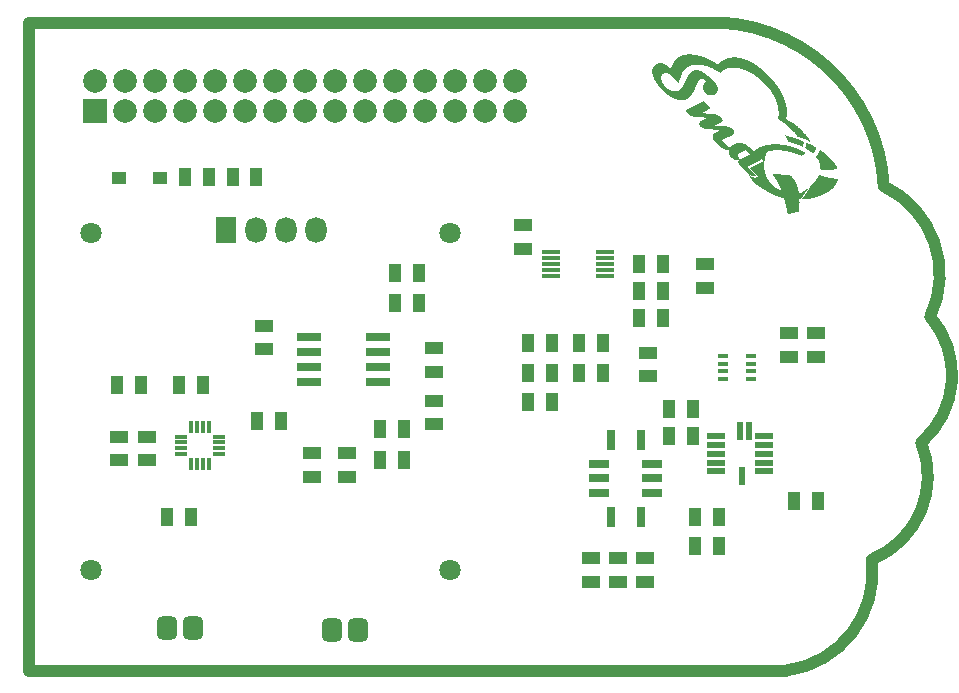
<source format=gts>
G04*
G04 #@! TF.GenerationSoftware,Altium Limited,Altium Designer,20.0.12 (288)*
G04*
G04 Layer_Color=8388736*
%FSLAX44Y44*%
%MOMM*%
G71*
G01*
G75*
%ADD29C,1.0000*%
%ADD30R,1.2032X1.0532*%
%ADD31R,1.1000X0.4000*%
%ADD32R,0.4000X1.1000*%
%ADD33R,1.1032X1.5032*%
%ADD34R,1.5032X1.1032*%
%ADD35R,2.1400X0.7400*%
%ADD36O,1.5500X0.4000*%
%ADD37R,1.5500X0.4000*%
%ADD38R,0.8032X1.7032*%
%ADD39R,1.7032X0.8032*%
G04:AMPARAMS|DCode=40|XSize=1.7032mm|YSize=2.0032mm|CornerRadius=0.4766mm|HoleSize=0mm|Usage=FLASHONLY|Rotation=0.000|XOffset=0mm|YOffset=0mm|HoleType=Round|Shape=RoundedRectangle|*
%AMROUNDEDRECTD40*
21,1,1.7032,1.0500,0,0,0.0*
21,1,0.7500,2.0032,0,0,0.0*
1,1,0.9532,0.3750,-0.5250*
1,1,0.9532,-0.3750,-0.5250*
1,1,0.9532,-0.3750,0.5250*
1,1,0.9532,0.3750,0.5250*
%
%ADD40ROUNDEDRECTD40*%
%ADD41R,0.6032X1.5032*%
%ADD42R,1.5032X0.5532*%
%ADD43R,0.9300X0.3800*%
%ADD44C,2.0032*%
%ADD45R,2.0032X2.0032*%
%ADD46C,1.8032*%
%ADD47O,1.8032X2.2032*%
%ADD48R,1.8032X2.2032*%
G36*
X566656Y528005D02*
X566704Y528053D01*
X566751Y528005D01*
X566799Y528053D01*
X566846Y528005D01*
X566894Y528053D01*
X566941Y528005D01*
X566988Y528053D01*
X567036Y528005D01*
X567083Y528053D01*
X567130Y528005D01*
X567178Y528053D01*
X567225Y528005D01*
X567273Y528053D01*
X567320Y528005D01*
X567367Y528053D01*
X567415Y528005D01*
X567462Y528053D01*
X567509Y528005D01*
X567557Y528053D01*
X567604Y528005D01*
X567652Y528053D01*
X567747Y527958D01*
X567794Y528005D01*
X567841Y527958D01*
X567889Y528005D01*
X567936Y527958D01*
X567983Y528005D01*
X568031Y527958D01*
X568078Y528005D01*
X568126Y527958D01*
X568173Y528005D01*
X568220Y527958D01*
X568268Y528005D01*
X568363Y527910D01*
X568410Y527958D01*
X568457Y527910D01*
X568505Y527958D01*
X568552Y527910D01*
X568599Y527958D01*
X568647Y527910D01*
X568694Y527958D01*
X568742Y527910D01*
X568789Y527958D01*
X568884Y527863D01*
X568931Y527910D01*
X568979Y527863D01*
X569026Y527910D01*
X569073Y527863D01*
X569121Y527910D01*
X569168Y527863D01*
X569215Y527910D01*
X569310Y527816D01*
X569358Y527863D01*
X569405Y527816D01*
X569452Y527863D01*
X569500Y527816D01*
X569547Y527863D01*
X569642Y527768D01*
X569689Y527816D01*
X569737Y527768D01*
X569784Y527816D01*
X569831Y527768D01*
X569879Y527816D01*
X569926Y527768D01*
X569974Y527816D01*
X570068Y527721D01*
X570116Y527768D01*
X570163Y527721D01*
X570211Y527768D01*
X570305Y527673D01*
X570353Y527721D01*
X570400Y527673D01*
X570448Y527721D01*
X570495Y527673D01*
X570542Y527721D01*
X570637Y527626D01*
X570685Y527673D01*
X570732Y527626D01*
X570779Y527673D01*
X570827Y527626D01*
X570874Y527673D01*
X570969Y527579D01*
X571016Y527626D01*
X571064Y527579D01*
X571111Y527626D01*
X571206Y527531D01*
X571253Y527579D01*
X571301Y527531D01*
X571348Y527579D01*
X571443Y527484D01*
X571490Y527531D01*
X571537Y527484D01*
X571585Y527531D01*
X571680Y527437D01*
X571727Y527484D01*
X571774Y527437D01*
X571822Y527484D01*
X571917Y527389D01*
X571964Y527437D01*
X572011Y527389D01*
X572059Y527437D01*
X572154Y527342D01*
X572201Y527389D01*
X572248Y527342D01*
X572296Y527389D01*
X572390Y527294D01*
X572438Y527342D01*
X572485Y527294D01*
X572533Y527342D01*
X572627Y527247D01*
X572675Y527294D01*
X572722Y527247D01*
X572770Y527294D01*
X572864Y527200D01*
X572912Y527247D01*
X572959Y527200D01*
X573006Y527247D01*
X573101Y527152D01*
X573149Y527200D01*
X573243Y527105D01*
X573291Y527152D01*
X573338Y527105D01*
X573386Y527152D01*
X573480Y527057D01*
X573528Y527105D01*
X573623Y527010D01*
X573670Y527057D01*
X573717Y527010D01*
X573765Y527057D01*
X573859Y526963D01*
X573907Y527010D01*
X574002Y526915D01*
X574049Y526963D01*
X574096Y526915D01*
X574144Y526963D01*
X574239Y526868D01*
X574286Y526915D01*
X574381Y526821D01*
X574428Y526868D01*
X574523Y526773D01*
X574570Y526821D01*
X574618Y526773D01*
X574665Y526821D01*
X574760Y526726D01*
X574807Y526773D01*
X574902Y526678D01*
X574949Y526726D01*
X575044Y526631D01*
X575091Y526678D01*
X575186Y526584D01*
X575234Y526631D01*
X575281Y526584D01*
X575328Y526631D01*
X575423Y526536D01*
X575471Y526584D01*
X575565Y526489D01*
X575613Y526536D01*
X575708Y526441D01*
X575755Y526489D01*
X575850Y526394D01*
X575897Y526441D01*
X575992Y526347D01*
X576039Y526394D01*
X576134Y526299D01*
X576181Y526347D01*
X576276Y526252D01*
X576324Y526299D01*
X576418Y526205D01*
X576466Y526252D01*
X576560Y526157D01*
X576608Y526205D01*
X576703Y526110D01*
X576750Y526157D01*
X576797Y526110D01*
X576845Y526157D01*
X576987Y526015D01*
X577034Y526062D01*
X577129Y525968D01*
X577177Y526015D01*
X577271Y525920D01*
X577319Y525968D01*
X577413Y525873D01*
X577461Y525920D01*
X577556Y525826D01*
X577603Y525873D01*
X577698Y525778D01*
X577745Y525826D01*
X577840Y525731D01*
X577887Y525778D01*
X577982Y525683D01*
X578029Y525731D01*
X578124Y525636D01*
X578172Y525683D01*
X578314Y525541D01*
X578361Y525588D01*
X578456Y525494D01*
X578503Y525541D01*
X578598Y525446D01*
X578646Y525494D01*
X578740Y525399D01*
X578788Y525446D01*
X578882Y525352D01*
X578930Y525399D01*
X579072Y525257D01*
X579119Y525304D01*
X579214Y525209D01*
X579262Y525257D01*
X579356Y525162D01*
X579404Y525209D01*
X579546Y525067D01*
X579593Y525115D01*
X579688Y525020D01*
X579735Y525067D01*
X579878Y524925D01*
X579925Y524972D01*
X580020Y524878D01*
X580067Y524925D01*
X580162Y524830D01*
X580209Y524878D01*
X580351Y524736D01*
X580399Y524783D01*
X580494Y524688D01*
X580541Y524736D01*
X580683Y524593D01*
X580731Y524641D01*
X580873Y524499D01*
X580920Y524546D01*
X581015Y524451D01*
X581062Y524499D01*
X581204Y524356D01*
X581252Y524404D01*
X581347Y524309D01*
X581394Y524356D01*
X581536Y524214D01*
X581584Y524262D01*
X581726Y524119D01*
X581773Y524167D01*
X581915Y524025D01*
X581963Y524072D01*
X582105Y523930D01*
X582152Y523977D01*
X582247Y523882D01*
X582294Y523930D01*
X582436Y523788D01*
X582484Y523835D01*
X582626Y523693D01*
X582673Y523741D01*
X582816Y523598D01*
X582863Y523646D01*
X583005Y523503D01*
X583052Y523551D01*
X583195Y523409D01*
X583242Y523456D01*
X583384Y523314D01*
X583432Y523361D01*
X583574Y523219D01*
X583621Y523267D01*
X583811Y523077D01*
X583858Y523124D01*
X584000Y522982D01*
X584048Y523030D01*
X584190Y522887D01*
X584237Y522935D01*
X584427Y522745D01*
X584474Y522793D01*
X584616Y522650D01*
X584664Y522698D01*
X584806Y522556D01*
X584853Y522603D01*
X585043Y522414D01*
X585090Y522461D01*
X585280Y522271D01*
X585327Y522319D01*
X585469Y522177D01*
X585517Y522224D01*
X585706Y522034D01*
X585754Y522082D01*
X585943Y521892D01*
X585990Y521940D01*
X586180Y521750D01*
X586227Y521798D01*
X586417Y521608D01*
X586464Y521655D01*
X586701Y521418D01*
X586749Y521466D01*
X586938Y521276D01*
X586986Y521324D01*
X587223Y521087D01*
X587270Y521134D01*
X587459Y520945D01*
X587507Y520992D01*
X587744Y520755D01*
X587791Y520802D01*
X588075Y520518D01*
X588123Y520565D01*
X588360Y520329D01*
X588407Y520376D01*
X588691Y520092D01*
X588739Y520139D01*
X589023Y519855D01*
X589071Y519902D01*
X589402Y519570D01*
X589450Y519618D01*
X589497Y519570D01*
X589544Y519618D01*
X589592Y519570D01*
X589639Y519618D01*
X589687Y519665D01*
X589734Y519712D01*
X589781Y519760D01*
X589829Y519807D01*
X589876Y519855D01*
X589924Y519902D01*
X589971Y519949D01*
X590018Y519997D01*
X590066Y520044D01*
X590113Y520092D01*
X590160Y520139D01*
X590208Y520186D01*
X590255Y520234D01*
X590303Y520281D01*
X590350Y520329D01*
X590397Y520376D01*
X590445Y520423D01*
X590492Y520471D01*
X590540Y520518D01*
X590587Y520565D01*
X590634Y520613D01*
X590682Y520660D01*
X590729Y520708D01*
X590777Y520660D01*
X590824Y520708D01*
X590871Y520755D01*
X590919Y520802D01*
X590966Y520850D01*
X591013Y520897D01*
X591061Y520945D01*
X591108Y520992D01*
X591156Y521039D01*
X591203Y521087D01*
X591250Y521134D01*
X591298Y521181D01*
X591345Y521134D01*
X591393Y521182D01*
X591440Y521229D01*
X591487Y521276D01*
X591535Y521324D01*
X591582Y521371D01*
X591629Y521418D01*
X591677Y521466D01*
X591724Y521513D01*
X591772Y521466D01*
X591819Y521513D01*
X591866Y521561D01*
X591914Y521608D01*
X591961Y521655D01*
X592009Y521703D01*
X592056Y521750D01*
X592103Y521798D01*
X592151Y521750D01*
X592198Y521798D01*
X592245Y521845D01*
X592293Y521892D01*
X592340Y521940D01*
X592388Y521987D01*
X592435Y521940D01*
X592482Y521987D01*
X592530Y522034D01*
X592577Y522082D01*
X592625Y522129D01*
X592672Y522177D01*
X592719Y522129D01*
X592767Y522177D01*
X592814Y522224D01*
X592862Y522271D01*
X592909Y522319D01*
X592956Y522366D01*
X593004Y522414D01*
X593051Y522366D01*
X593098Y522414D01*
X593146Y522461D01*
X593193Y522508D01*
X593241Y522556D01*
X593288Y522508D01*
X593335Y522556D01*
X593383Y522603D01*
X593430Y522650D01*
X593478Y522698D01*
X593525Y522650D01*
X593572Y522698D01*
X593620Y522745D01*
X593667Y522793D01*
X593714Y522840D01*
X593762Y522793D01*
X593809Y522840D01*
X593857Y522887D01*
X593904Y522935D01*
X593951Y522982D01*
X593999Y522935D01*
X594046Y522982D01*
X594094Y523030D01*
X594141Y523077D01*
X594188Y523030D01*
X594236Y523077D01*
X594283Y523124D01*
X594331Y523172D01*
X594378Y523219D01*
X594425Y523172D01*
X594473Y523219D01*
X594520Y523267D01*
X594567Y523314D01*
X594615Y523267D01*
X594662Y523314D01*
X594710Y523361D01*
X594757Y523409D01*
X594804Y523361D01*
X594852Y523409D01*
X594899Y523456D01*
X594947Y523503D01*
X594994Y523456D01*
X595041Y523503D01*
X595089Y523551D01*
X595136Y523598D01*
X595183Y523551D01*
X595231Y523598D01*
X595278Y523646D01*
X595326Y523693D01*
X595373Y523646D01*
X595420Y523693D01*
X595468Y523740D01*
X595515Y523788D01*
X595563Y523741D01*
X595610Y523788D01*
X595657Y523835D01*
X595705Y523788D01*
X595752Y523835D01*
X595800Y523883D01*
X595847Y523930D01*
X595894Y523882D01*
X595942Y523930D01*
X595989Y523977D01*
X596036Y523930D01*
X596084Y523977D01*
X596131Y524025D01*
X596179Y524072D01*
X596226Y524025D01*
X596273Y524072D01*
X596321Y524119D01*
X596368Y524072D01*
X596416Y524119D01*
X596463Y524167D01*
X596510Y524120D01*
X596558Y524167D01*
X596605Y524214D01*
X596652Y524262D01*
X596700Y524214D01*
X596747Y524262D01*
X596795Y524309D01*
X596842Y524262D01*
X596889Y524309D01*
X596937Y524356D01*
X596984Y524309D01*
X597032Y524356D01*
X597079Y524404D01*
X597126Y524356D01*
X597174Y524404D01*
X597221Y524451D01*
X597269Y524404D01*
X597316Y524451D01*
X597363Y524499D01*
X597411Y524451D01*
X597458Y524499D01*
X597505Y524546D01*
X597553Y524499D01*
X597600Y524546D01*
X597648Y524593D01*
X597695Y524546D01*
X597742Y524593D01*
X597790Y524641D01*
X597837Y524593D01*
X597885Y524641D01*
X597932Y524688D01*
X597979Y524641D01*
X598027Y524688D01*
X598074Y524736D01*
X598121Y524688D01*
X598169Y524736D01*
X598216Y524688D01*
X598264Y524736D01*
X598311Y524783D01*
X598358Y524736D01*
X598406Y524783D01*
X598453Y524830D01*
X598501Y524783D01*
X598548Y524830D01*
X598595Y524878D01*
X598643Y524830D01*
X598690Y524878D01*
X598738Y524830D01*
X598785Y524878D01*
X598832Y524925D01*
X598880Y524878D01*
X598927Y524925D01*
X598974Y524972D01*
X599022Y524925D01*
X599069Y524972D01*
X599117Y524925D01*
X599164Y524972D01*
X599212Y525020D01*
X599259Y524972D01*
X599306Y525020D01*
X599354Y524972D01*
X599401Y525020D01*
X599448Y525067D01*
X599496Y525020D01*
X599543Y525067D01*
X599590Y525020D01*
X599638Y525067D01*
X599685Y525115D01*
X599733Y525067D01*
X599780Y525115D01*
X599827Y525067D01*
X599875Y525115D01*
X599922Y525162D01*
X599970Y525115D01*
X600017Y525162D01*
X600064Y525115D01*
X600112Y525162D01*
X600159Y525209D01*
X600207Y525162D01*
X600254Y525209D01*
X600301Y525162D01*
X600349Y525209D01*
X600396Y525257D01*
X600443Y525210D01*
X600491Y525257D01*
X600538Y525209D01*
X600586Y525257D01*
X600633Y525209D01*
X600680Y525257D01*
X600728Y525304D01*
X600775Y525257D01*
X600823Y525304D01*
X600870Y525257D01*
X600917Y525304D01*
X600965Y525257D01*
X601012Y525304D01*
X601059Y525352D01*
X601107Y525304D01*
X601154Y525352D01*
X601202Y525304D01*
X601249Y525352D01*
X601296Y525304D01*
X601344Y525352D01*
X601391Y525304D01*
X601439Y525352D01*
X601486Y525399D01*
X601533Y525352D01*
X601581Y525399D01*
X601628Y525352D01*
X601676Y525399D01*
X601723Y525352D01*
X601770Y525399D01*
X601818Y525352D01*
X601865Y525399D01*
X601912Y525446D01*
X601960Y525399D01*
X602007Y525446D01*
X602055Y525399D01*
X602102Y525446D01*
X602149Y525399D01*
X602197Y525446D01*
X602244Y525399D01*
X602292Y525446D01*
X602339Y525399D01*
X602386Y525446D01*
X602434Y525399D01*
X602481Y525446D01*
X602528Y525399D01*
X602576Y525446D01*
X602623Y525494D01*
X602671Y525446D01*
X602718Y525494D01*
X602766Y525446D01*
X602813Y525494D01*
X602860Y525446D01*
X602908Y525494D01*
X602955Y525446D01*
X603002Y525494D01*
X603050Y525446D01*
X603097Y525494D01*
X603145Y525446D01*
X603192Y525494D01*
X603239Y525446D01*
X603287Y525494D01*
X603334Y525446D01*
X603382Y525494D01*
X603429Y525446D01*
X603476Y525494D01*
X603524Y525446D01*
X603571Y525494D01*
X603619Y525446D01*
X603666Y525494D01*
X603713Y525446D01*
X603761Y525494D01*
X603808Y525446D01*
X603855Y525494D01*
X603903Y525446D01*
X603950Y525494D01*
X603997Y525446D01*
X604045Y525494D01*
X604092Y525446D01*
X604140Y525494D01*
X604187Y525446D01*
X604235Y525494D01*
X604282Y525446D01*
X604329Y525494D01*
X604377Y525446D01*
X604424Y525494D01*
X604471Y525446D01*
X604519Y525494D01*
X604566Y525446D01*
X604614Y525494D01*
X604661Y525446D01*
X604708Y525494D01*
X604756Y525446D01*
X604803Y525494D01*
X604851Y525446D01*
X604898Y525494D01*
X604945Y525446D01*
X604993Y525494D01*
X605087Y525399D01*
X605135Y525446D01*
X605182Y525399D01*
X605230Y525446D01*
X605277Y525399D01*
X605324Y525446D01*
X605372Y525399D01*
X605419Y525446D01*
X605466Y525399D01*
X605514Y525446D01*
X605561Y525399D01*
X605609Y525446D01*
X605656Y525399D01*
X605704Y525446D01*
X605798Y525352D01*
X605846Y525399D01*
X605893Y525352D01*
X605940Y525399D01*
X605988Y525352D01*
X606035Y525399D01*
X606083Y525352D01*
X606130Y525399D01*
X606177Y525352D01*
X606225Y525399D01*
X606320Y525304D01*
X606367Y525352D01*
X606414Y525304D01*
X606462Y525352D01*
X606509Y525304D01*
X606556Y525352D01*
X606604Y525304D01*
X606651Y525352D01*
X606746Y525257D01*
X606793Y525304D01*
X606841Y525257D01*
X606888Y525304D01*
X606936Y525257D01*
X606983Y525304D01*
X607078Y525209D01*
X607125Y525257D01*
X607173Y525209D01*
X607220Y525257D01*
X607267Y525210D01*
X607315Y525257D01*
X607409Y525162D01*
X607457Y525209D01*
X607504Y525162D01*
X607551Y525209D01*
X607599Y525162D01*
X607646Y525209D01*
X607741Y525115D01*
X607789Y525162D01*
X607836Y525115D01*
X607883Y525162D01*
X607978Y525067D01*
X608026Y525115D01*
X608073Y525067D01*
X608120Y525115D01*
X608168Y525067D01*
X608215Y525115D01*
X608310Y525020D01*
X608357Y525067D01*
X608405Y525020D01*
X608452Y525067D01*
X608547Y524972D01*
X608594Y525020D01*
X608641Y524972D01*
X608689Y525020D01*
X608784Y524925D01*
X608831Y524972D01*
X608878Y524925D01*
X608926Y524972D01*
X609021Y524878D01*
X609068Y524925D01*
X609115Y524878D01*
X609163Y524925D01*
X609258Y524830D01*
X609305Y524878D01*
X609352Y524830D01*
X609400Y524878D01*
X609494Y524783D01*
X609542Y524830D01*
X609637Y524736D01*
X609684Y524783D01*
X609731Y524736D01*
X609779Y524783D01*
X609874Y524688D01*
X609921Y524736D01*
X610016Y524641D01*
X610063Y524688D01*
X610110Y524641D01*
X610158Y524688D01*
X610253Y524593D01*
X610300Y524641D01*
X610395Y524546D01*
X610442Y524593D01*
X610490Y524546D01*
X610537Y524593D01*
X610632Y524499D01*
X610679Y524546D01*
X610774Y524451D01*
X610821Y524499D01*
X610916Y524404D01*
X610963Y524451D01*
X611011Y524404D01*
X611058Y524451D01*
X611153Y524356D01*
X611200Y524404D01*
X611295Y524309D01*
X611343Y524356D01*
X611437Y524262D01*
X611485Y524309D01*
X611579Y524214D01*
X611627Y524262D01*
X611722Y524167D01*
X611769Y524214D01*
X611864Y524119D01*
X611911Y524167D01*
X611959Y524119D01*
X612006Y524167D01*
X612101Y524072D01*
X612148Y524119D01*
X612243Y524025D01*
X612290Y524072D01*
X612385Y523977D01*
X612433Y524025D01*
X612527Y523930D01*
X612575Y523977D01*
X612669Y523882D01*
X612717Y523930D01*
X612812Y523835D01*
X612859Y523883D01*
X613001Y523741D01*
X613048Y523788D01*
X613143Y523693D01*
X613191Y523740D01*
X613285Y523646D01*
X613333Y523693D01*
X613428Y523598D01*
X613475Y523646D01*
X613570Y523551D01*
X613617Y523598D01*
X613712Y523503D01*
X613759Y523551D01*
X613854Y523456D01*
X613901Y523503D01*
X614044Y523361D01*
X614091Y523409D01*
X614186Y523314D01*
X614233Y523361D01*
X614328Y523267D01*
X614375Y523314D01*
X614517Y523172D01*
X614565Y523219D01*
X614660Y523124D01*
X614707Y523172D01*
X614802Y523077D01*
X614849Y523124D01*
X614991Y522982D01*
X615039Y523030D01*
X615134Y522935D01*
X615181Y522982D01*
X615323Y522840D01*
X615370Y522887D01*
X615465Y522793D01*
X615513Y522840D01*
X615655Y522698D01*
X615702Y522745D01*
X615844Y522603D01*
X615892Y522650D01*
X615987Y522556D01*
X616034Y522603D01*
X616176Y522461D01*
X616223Y522508D01*
X616366Y522366D01*
X616413Y522414D01*
X616508Y522319D01*
X616555Y522366D01*
X616697Y522224D01*
X616745Y522271D01*
X616887Y522129D01*
X616934Y522177D01*
X617076Y522034D01*
X617124Y522082D01*
X617266Y521940D01*
X617313Y521987D01*
X617455Y521845D01*
X617503Y521892D01*
X617645Y521750D01*
X617692Y521798D01*
X617835Y521655D01*
X617882Y521703D01*
X618024Y521561D01*
X618072Y521608D01*
X618214Y521466D01*
X618261Y521513D01*
X618403Y521371D01*
X618451Y521418D01*
X618640Y521229D01*
X618688Y521276D01*
X618830Y521134D01*
X618877Y521181D01*
X619067Y520992D01*
X619114Y521039D01*
X619256Y520897D01*
X619304Y520945D01*
X619493Y520755D01*
X619540Y520802D01*
X619683Y520660D01*
X619730Y520708D01*
X619920Y520518D01*
X619967Y520565D01*
X620157Y520376D01*
X620204Y520423D01*
X620393Y520234D01*
X620441Y520281D01*
X620630Y520092D01*
X620678Y520139D01*
X620867Y519949D01*
X620915Y519997D01*
X621104Y519807D01*
X621152Y519855D01*
X621341Y519665D01*
X621389Y519712D01*
X621578Y519523D01*
X621626Y519570D01*
X621862Y519333D01*
X621910Y519381D01*
X622147Y519144D01*
X622194Y519191D01*
X622384Y519002D01*
X622431Y519049D01*
X622668Y518812D01*
X622715Y518859D01*
X622952Y518623D01*
X623000Y518670D01*
X623284Y518386D01*
X623331Y518433D01*
X623568Y518196D01*
X623616Y518243D01*
X623900Y517959D01*
X623947Y518007D01*
X624232Y517722D01*
X624279Y517770D01*
X624563Y517485D01*
X624611Y517533D01*
X624943Y517201D01*
X624990Y517248D01*
X625322Y516917D01*
X625369Y516964D01*
X625701Y516632D01*
X625748Y516680D01*
X626127Y516301D01*
X626175Y516348D01*
X626601Y515922D01*
X626649Y515969D01*
X627075Y515542D01*
X627122Y515590D01*
X627596Y515116D01*
X627644Y515163D01*
X628212Y514595D01*
X628260Y514642D01*
X628923Y513979D01*
X628970Y514026D01*
X629871Y513126D01*
X629918Y513173D01*
X634088Y509003D01*
X634041Y508956D01*
X634941Y508055D01*
X634894Y508008D01*
X635605Y507297D01*
X635557Y507250D01*
X636126Y506681D01*
X636079Y506634D01*
X636600Y506113D01*
X636552Y506065D01*
X636979Y505639D01*
X636931Y505591D01*
X637358Y505165D01*
X637311Y505117D01*
X637737Y504691D01*
X637690Y504644D01*
X638021Y504312D01*
X637974Y504264D01*
X638353Y503885D01*
X638306Y503838D01*
X638637Y503506D01*
X638590Y503459D01*
X638874Y503175D01*
X638827Y503127D01*
X639159Y502795D01*
X639111Y502748D01*
X639396Y502464D01*
X639348Y502416D01*
X639585Y502179D01*
X639538Y502132D01*
X639822Y501848D01*
X639775Y501800D01*
X640012Y501563D01*
X639964Y501516D01*
X640249Y501232D01*
X640201Y501184D01*
X640438Y500947D01*
X640391Y500900D01*
X640628Y500663D01*
X640580Y500616D01*
X640817Y500379D01*
X640770Y500331D01*
X641007Y500094D01*
X640959Y500047D01*
X641149Y499857D01*
X641102Y499810D01*
X641339Y499573D01*
X641291Y499526D01*
X641481Y499336D01*
X641433Y499289D01*
X641623Y499099D01*
X641575Y499052D01*
X641812Y498815D01*
X641765Y498768D01*
X641954Y498578D01*
X641907Y498531D01*
X642097Y498341D01*
X642049Y498294D01*
X642239Y498104D01*
X642191Y498057D01*
X642381Y497867D01*
X642334Y497820D01*
X642476Y497678D01*
X642428Y497630D01*
X642618Y497441D01*
X642571Y497393D01*
X642760Y497204D01*
X642713Y497156D01*
X642855Y497014D01*
X642807Y496967D01*
X642997Y496777D01*
X642950Y496730D01*
X643139Y496540D01*
X643092Y496493D01*
X643234Y496351D01*
X643187Y496303D01*
X643329Y496161D01*
X643281Y496114D01*
X643471Y495924D01*
X643424Y495877D01*
X643566Y495735D01*
X643518Y495687D01*
X643661Y495545D01*
X643613Y495498D01*
X643755Y495356D01*
X643708Y495308D01*
X643897Y495119D01*
X643850Y495071D01*
X643992Y494929D01*
X643945Y494882D01*
X644087Y494740D01*
X644040Y494692D01*
X644182Y494550D01*
X644134Y494503D01*
X644277Y494361D01*
X644229Y494313D01*
X644371Y494171D01*
X644324Y494123D01*
X644466Y493981D01*
X644419Y493934D01*
X644513Y493839D01*
X644466Y493792D01*
X644608Y493650D01*
X644561Y493602D01*
X644703Y493460D01*
X644656Y493413D01*
X644798Y493271D01*
X644750Y493223D01*
X644893Y493081D01*
X644845Y493034D01*
X644940Y492939D01*
X644893Y492892D01*
X645035Y492749D01*
X644987Y492702D01*
X645129Y492560D01*
X645082Y492512D01*
X645177Y492418D01*
X645129Y492370D01*
X645272Y492228D01*
X645224Y492181D01*
X645319Y492086D01*
X645272Y492038D01*
X645414Y491896D01*
X645366Y491849D01*
X645461Y491754D01*
X645414Y491707D01*
X645556Y491565D01*
X645509Y491517D01*
X645603Y491423D01*
X645556Y491375D01*
X645698Y491233D01*
X645651Y491185D01*
X645745Y491091D01*
X645698Y491043D01*
X645793Y490949D01*
X645745Y490901D01*
X645888Y490759D01*
X645840Y490712D01*
X645935Y490617D01*
X645888Y490569D01*
X645983Y490475D01*
X645935Y490427D01*
X646030Y490333D01*
X645982Y490285D01*
X646125Y490143D01*
X646077Y490096D01*
X646172Y490001D01*
X646125Y489953D01*
X646219Y489859D01*
X646172Y489811D01*
X646267Y489716D01*
X646219Y489669D01*
X646314Y489574D01*
X646267Y489527D01*
X646409Y489385D01*
X646361Y489338D01*
X646456Y489243D01*
X646409Y489195D01*
X646504Y489100D01*
X646456Y489053D01*
X646551Y488958D01*
X646504Y488911D01*
X646599Y488816D01*
X646551Y488769D01*
X646646Y488674D01*
X646599Y488627D01*
X646693Y488532D01*
X646646Y488484D01*
X646741Y488390D01*
X646693Y488342D01*
X646788Y488247D01*
X646741Y488200D01*
X646835Y488105D01*
X646788Y488058D01*
X646883Y487963D01*
X646835Y487916D01*
X646930Y487821D01*
X646883Y487774D01*
X646978Y487679D01*
X646930Y487631D01*
X646978Y487584D01*
X646930Y487537D01*
X647025Y487442D01*
X646977Y487395D01*
X647072Y487300D01*
X647025Y487252D01*
X647120Y487158D01*
X647072Y487110D01*
X647167Y487015D01*
X647120Y486968D01*
X647215Y486873D01*
X647167Y486826D01*
X647215Y486778D01*
X647167Y486731D01*
X647262Y486636D01*
X647215Y486589D01*
X647309Y486494D01*
X647262Y486447D01*
X647357Y486352D01*
X647309Y486305D01*
X647357Y486257D01*
X647309Y486210D01*
X647404Y486115D01*
X647357Y486068D01*
X647451Y485973D01*
X647404Y485926D01*
X647451Y485878D01*
X647404Y485831D01*
X647499Y485736D01*
X647451Y485689D01*
X647546Y485594D01*
X647499Y485546D01*
X647546Y485499D01*
X647499Y485452D01*
X647594Y485357D01*
X647546Y485309D01*
X647641Y485215D01*
X647594Y485167D01*
X647641Y485120D01*
X647594Y485073D01*
X647688Y484978D01*
X647641Y484930D01*
X647688Y484883D01*
X647641Y484836D01*
X647736Y484741D01*
X647688Y484693D01*
X647736Y484646D01*
X647688Y484599D01*
X647783Y484504D01*
X647736Y484457D01*
X647831Y484362D01*
X647783Y484314D01*
X647831Y484267D01*
X647783Y484220D01*
X647831Y484172D01*
X647783Y484125D01*
X647878Y484030D01*
X647831Y483983D01*
X647878Y483935D01*
X647831Y483888D01*
X647925Y483793D01*
X647878Y483746D01*
X647925Y483698D01*
X647878Y483651D01*
X647973Y483556D01*
X647925Y483509D01*
X647973Y483461D01*
X647925Y483414D01*
X648020Y483319D01*
X647973Y483272D01*
X648020Y483224D01*
X647973Y483177D01*
X648020Y483130D01*
X647973Y483082D01*
X648067Y482988D01*
X648020Y482940D01*
X648067Y482893D01*
X648020Y482845D01*
X648067Y482798D01*
X648020Y482751D01*
X648115Y482656D01*
X648067Y482608D01*
X648115Y482561D01*
X648067Y482514D01*
X648115Y482466D01*
X648067Y482419D01*
X648162Y482324D01*
X648115Y482277D01*
X648162Y482229D01*
X648115Y482182D01*
X648162Y482135D01*
X648115Y482087D01*
X648210Y481992D01*
X648162Y481945D01*
X648210Y481898D01*
X648162Y481850D01*
X648210Y481803D01*
X648162Y481756D01*
X648210Y481708D01*
X648162Y481661D01*
X648210Y481613D01*
X648162Y481566D01*
X648257Y481471D01*
X648210Y481424D01*
X648257Y481376D01*
X648210Y481329D01*
X648257Y481282D01*
X648210Y481234D01*
X648257Y481187D01*
X648210Y481139D01*
X648257Y481092D01*
X648210Y481045D01*
X648304Y480950D01*
X648257Y480903D01*
X648304Y480855D01*
X648257Y480808D01*
X648304Y480760D01*
X648257Y480713D01*
X648304Y480666D01*
X648257Y480618D01*
X648304Y480571D01*
X648257Y480523D01*
X648304Y480476D01*
X648257Y480429D01*
X648304Y480381D01*
X648257Y480334D01*
X648352Y480239D01*
X648304Y480192D01*
X648352Y480144D01*
X648304Y480097D01*
X648352Y480050D01*
X648304Y480002D01*
X648352Y479955D01*
X648304Y479907D01*
X648352Y479860D01*
X648304Y479813D01*
X648352Y479765D01*
X648304Y479718D01*
X648352Y479670D01*
X648304Y479623D01*
X648352Y479576D01*
X648304Y479528D01*
X648352Y479481D01*
X648304Y479434D01*
X648352Y479386D01*
X648304Y479339D01*
X648352Y479291D01*
X648304Y479244D01*
X648352Y479197D01*
X648304Y479149D01*
X648352Y479102D01*
X648304Y479054D01*
X648352Y479007D01*
X648304Y478960D01*
X648352Y478912D01*
X648304Y478865D01*
X648352Y478817D01*
X648304Y478770D01*
X648352Y478723D01*
X648304Y478675D01*
X648352Y478628D01*
X648304Y478581D01*
X648352Y478533D01*
X648304Y478486D01*
X648352Y478438D01*
X648304Y478391D01*
X648352Y478344D01*
X648304Y478296D01*
X648352Y478249D01*
X648304Y478201D01*
X648352Y478154D01*
X648304Y478107D01*
X648257Y478059D01*
X648304Y478012D01*
X648257Y477965D01*
X648304Y477917D01*
X648257Y477870D01*
X648304Y477822D01*
X648257Y477775D01*
X648304Y477728D01*
X648257Y477680D01*
X648304Y477633D01*
X648257Y477585D01*
X648304Y477538D01*
X648257Y477491D01*
X648304Y477443D01*
X648257Y477396D01*
X648210Y477349D01*
X648257Y477301D01*
X648210Y477254D01*
X648257Y477206D01*
X648210Y477159D01*
X648257Y477112D01*
X648210Y477064D01*
X648257Y477017D01*
X648210Y476969D01*
X648162Y476922D01*
X648210Y476875D01*
X648162Y476827D01*
X648210Y476780D01*
X648162Y476732D01*
X648210Y476685D01*
X648162Y476638D01*
X648210Y476590D01*
X648162Y476543D01*
X648115Y476496D01*
X648162Y476448D01*
X648115Y476401D01*
X648162Y476353D01*
X648115Y476306D01*
X648162Y476259D01*
X648115Y476211D01*
X648067Y476164D01*
X648115Y476116D01*
X648067Y476069D01*
X648115Y476022D01*
X648067Y475974D01*
X648115Y475927D01*
X648067Y475880D01*
X648020Y475832D01*
X648067Y475785D01*
X648020Y475737D01*
X648067Y475690D01*
X648020Y475643D01*
X647973Y475595D01*
X648020Y475548D01*
X647973Y475500D01*
X648020Y475453D01*
X647973Y475406D01*
X647925Y475358D01*
X647973Y475311D01*
X647925Y475263D01*
X647973Y475216D01*
X647925Y475169D01*
X647878Y475121D01*
X647925Y475074D01*
X647878Y475027D01*
X647925Y474979D01*
X647878Y474932D01*
X647831Y474884D01*
X647878Y474837D01*
X647831Y474790D01*
X647783Y474742D01*
X647831Y474695D01*
X647783Y474647D01*
X647831Y474600D01*
X647783Y474553D01*
X647736Y474505D01*
X647783Y474458D01*
X647736Y474411D01*
X647688Y474363D01*
X647736Y474316D01*
X647688Y474268D01*
X647736Y474221D01*
X647688Y474174D01*
X647641Y474126D01*
X647688Y474079D01*
X647641Y474031D01*
X647594Y473984D01*
X647641Y473937D01*
X647594Y473889D01*
X647546Y473842D01*
X647594Y473795D01*
X647546Y473747D01*
X647499Y473700D01*
X647546Y473652D01*
X647499Y473605D01*
X647451Y473558D01*
X647499Y473510D01*
X647451Y473463D01*
X647404Y473415D01*
X647451Y473368D01*
X647404Y473321D01*
X647357Y473273D01*
X647499Y473131D01*
X647546Y473178D01*
X647688Y473036D01*
X647736Y473084D01*
X647878Y472942D01*
X647925Y472989D01*
X648067Y472847D01*
X648115Y472894D01*
X648210Y472799D01*
X648257Y472847D01*
X648399Y472705D01*
X648447Y472752D01*
X648636Y472562D01*
X648683Y472610D01*
X648826Y472468D01*
X648873Y472515D01*
X649015Y472373D01*
X649063Y472420D01*
X649205Y472278D01*
X649252Y472326D01*
X649394Y472183D01*
X649442Y472231D01*
X649631Y472041D01*
X649679Y472089D01*
X649821Y471946D01*
X649868Y471994D01*
X650010Y471852D01*
X650058Y471899D01*
X650247Y471710D01*
X650295Y471757D01*
X650437Y471615D01*
X650484Y471662D01*
X650674Y471473D01*
X650721Y471520D01*
X650863Y471378D01*
X650911Y471425D01*
X651100Y471236D01*
X651148Y471283D01*
X651337Y471093D01*
X651385Y471141D01*
X651574Y470951D01*
X651621Y470999D01*
X651811Y470809D01*
X651858Y470857D01*
X652048Y470667D01*
X652095Y470714D01*
X652285Y470525D01*
X652332Y470572D01*
X652522Y470383D01*
X652569Y470430D01*
X652759Y470241D01*
X652806Y470288D01*
X653043Y470051D01*
X653091Y470098D01*
X653280Y469909D01*
X653327Y469956D01*
X653564Y469719D01*
X653612Y469767D01*
X653849Y469530D01*
X653896Y469577D01*
X654133Y469340D01*
X654180Y469388D01*
X654417Y469151D01*
X654465Y469198D01*
X654702Y468961D01*
X654749Y469008D01*
X655033Y468724D01*
X655081Y468772D01*
X655365Y468487D01*
X655413Y468535D01*
X655697Y468250D01*
X655744Y468298D01*
X656076Y467966D01*
X656123Y468013D01*
X656455Y467682D01*
X656502Y467729D01*
X656881Y467350D01*
X656929Y467397D01*
X657308Y467018D01*
X657355Y467066D01*
X657829Y466592D01*
X657877Y466639D01*
X658398Y466118D01*
X658445Y466165D01*
X659109Y465502D01*
X659156Y465549D01*
X660151Y464554D01*
X660199Y464601D01*
X662047Y462753D01*
X661999Y462706D01*
X663042Y461663D01*
X662994Y461616D01*
X663610Y461000D01*
X663563Y460953D01*
X664084Y460431D01*
X664037Y460384D01*
X664463Y459958D01*
X664416Y459910D01*
X664795Y459531D01*
X664748Y459484D01*
X665079Y459152D01*
X665032Y459104D01*
X665364Y458773D01*
X665316Y458725D01*
X665601Y458441D01*
X665553Y458394D01*
X665838Y458109D01*
X665790Y458062D01*
X666027Y457825D01*
X665980Y457778D01*
X666217Y457541D01*
X666169Y457493D01*
X666406Y457256D01*
X666359Y457209D01*
X666596Y456972D01*
X666548Y456925D01*
X666738Y456735D01*
X666691Y456688D01*
X666927Y456451D01*
X666880Y456404D01*
X667070Y456214D01*
X667022Y456166D01*
X667212Y455977D01*
X667164Y455930D01*
X667354Y455740D01*
X667307Y455693D01*
X667496Y455503D01*
X667449Y455456D01*
X667591Y455314D01*
X667543Y455266D01*
X667733Y455077D01*
X667686Y455029D01*
X667875Y454840D01*
X667828Y454792D01*
X667970Y454650D01*
X667923Y454603D01*
X668065Y454461D01*
X668017Y454413D01*
X668159Y454271D01*
X668112Y454224D01*
X668302Y454034D01*
X668254Y453987D01*
X668397Y453845D01*
X668349Y453797D01*
X668491Y453655D01*
X668444Y453608D01*
X668586Y453465D01*
X668539Y453418D01*
X668586Y453371D01*
X668539Y453323D01*
X668254Y453608D01*
X668207Y453560D01*
X667875Y453892D01*
X667828Y453845D01*
X667543Y454129D01*
X667496Y454081D01*
X667259Y454318D01*
X667212Y454271D01*
X666975Y454508D01*
X666927Y454461D01*
X666691Y454697D01*
X666643Y454650D01*
X666454Y454840D01*
X666406Y454792D01*
X666217Y454982D01*
X666169Y454935D01*
X665980Y455124D01*
X665932Y455077D01*
X665790Y455219D01*
X665743Y455171D01*
X665553Y455361D01*
X665506Y455314D01*
X665364Y455456D01*
X665316Y455408D01*
X665127Y455598D01*
X665079Y455550D01*
X664937Y455693D01*
X664890Y455645D01*
X664748Y455787D01*
X664700Y455740D01*
X664558Y455882D01*
X664511Y455835D01*
X664369Y455977D01*
X664321Y455930D01*
X664227Y456024D01*
X664179Y455977D01*
X664037Y456119D01*
X663989Y456072D01*
X663847Y456214D01*
X663800Y456166D01*
X663658Y456309D01*
X663610Y456261D01*
X663516Y456356D01*
X663468Y456309D01*
X663326Y456451D01*
X663279Y456404D01*
X663184Y456498D01*
X663137Y456451D01*
X663042Y456546D01*
X662994Y456498D01*
X662852Y456640D01*
X662805Y456593D01*
X662710Y456688D01*
X662663Y456640D01*
X662521Y456783D01*
X662473Y456735D01*
X662378Y456830D01*
X662331Y456783D01*
X662236Y456877D01*
X662189Y456830D01*
X662094Y456925D01*
X662047Y456877D01*
X661952Y456972D01*
X661905Y456925D01*
X661762Y457067D01*
X661715Y457020D01*
X661620Y457114D01*
X661573Y457067D01*
X661478Y457162D01*
X661431Y457114D01*
X661336Y457209D01*
X661289Y457162D01*
X661194Y457256D01*
X661146Y457209D01*
X661051Y457304D01*
X661004Y457256D01*
X660909Y457351D01*
X660862Y457304D01*
X660767Y457399D01*
X660720Y457351D01*
X660625Y457446D01*
X660578Y457399D01*
X660483Y457493D01*
X660435Y457446D01*
X660388Y457493D01*
X660341Y457446D01*
X660246Y457541D01*
X660199Y457493D01*
X660104Y457588D01*
X660056Y457541D01*
X659962Y457635D01*
X659914Y457588D01*
X659819Y457683D01*
X659772Y457635D01*
X659725Y457683D01*
X659677Y457635D01*
X659583Y457730D01*
X659535Y457683D01*
X659440Y457778D01*
X659393Y457730D01*
X659298Y457825D01*
X659251Y457778D01*
X659203Y457825D01*
X659156Y457778D01*
X659061Y457873D01*
X659014Y457825D01*
X658919Y457920D01*
X658872Y457873D01*
X658824Y457920D01*
X658777Y457873D01*
X658682Y457967D01*
X658635Y457920D01*
X658540Y458015D01*
X658493Y457967D01*
X658445Y458015D01*
X658398Y457967D01*
X658303Y458062D01*
X658256Y458015D01*
X658208Y458062D01*
X658161Y458015D01*
X658066Y458109D01*
X658019Y458062D01*
X657971Y458109D01*
X657924Y458062D01*
X657829Y458157D01*
X657782Y458109D01*
X657734Y458157D01*
X657687Y458109D01*
X657592Y458204D01*
X657545Y458157D01*
X657497Y458204D01*
X657450Y458157D01*
X657166Y458441D01*
X657213Y458489D01*
X656976Y458725D01*
X657024Y458773D01*
X656834Y458962D01*
X656881Y459010D01*
X656692Y459199D01*
X656739Y459247D01*
X656502Y459484D01*
X656550Y459531D01*
X656313Y459768D01*
X656360Y459815D01*
X656123Y460052D01*
X656171Y460100D01*
X655886Y460384D01*
X655934Y460431D01*
X655649Y460716D01*
X655697Y460763D01*
X655365Y461095D01*
X655413Y461142D01*
X655081Y461474D01*
X655128Y461521D01*
X654702Y461948D01*
X654749Y461995D01*
X654275Y462469D01*
X654323Y462516D01*
X653754Y463085D01*
X653801Y463132D01*
X652806Y464128D01*
X652854Y464175D01*
X651195Y465834D01*
X651148Y465786D01*
X650105Y466829D01*
X650058Y466781D01*
X649442Y467397D01*
X649394Y467350D01*
X648873Y467871D01*
X648826Y467824D01*
X648352Y468298D01*
X648304Y468250D01*
X647925Y468629D01*
X647878Y468582D01*
X647499Y468961D01*
X647451Y468914D01*
X647120Y469245D01*
X647072Y469198D01*
X646741Y469530D01*
X646693Y469482D01*
X646409Y469767D01*
X646361Y469719D01*
X646077Y470004D01*
X646030Y469956D01*
X645745Y470241D01*
X645698Y470193D01*
X645461Y470430D01*
X645414Y470383D01*
X645129Y470667D01*
X645082Y470620D01*
X644845Y470857D01*
X644798Y470809D01*
X644561Y471046D01*
X644513Y470999D01*
X644277Y471236D01*
X644229Y471188D01*
X644040Y471378D01*
X643992Y471330D01*
X643755Y471567D01*
X643708Y471520D01*
X643518Y471710D01*
X643471Y471662D01*
X643234Y471899D01*
X643187Y471852D01*
X642997Y472041D01*
X642950Y471994D01*
X642760Y472183D01*
X642713Y472136D01*
X642523Y472326D01*
X642476Y472278D01*
X642286Y472468D01*
X642239Y472420D01*
X642049Y472610D01*
X642002Y472562D01*
X641812Y472752D01*
X641765Y472705D01*
X641575Y472894D01*
X641528Y472847D01*
X641339Y473036D01*
X641291Y472989D01*
X641149Y473131D01*
X641102Y473084D01*
X640912Y473273D01*
X640865Y473226D01*
X640722Y473368D01*
X640770Y473415D01*
X640817Y473463D01*
X640770Y473510D01*
X640817Y473558D01*
X640770Y473605D01*
X640817Y473652D01*
X640865Y473700D01*
X640817Y473747D01*
X640865Y473795D01*
X640817Y473842D01*
X640865Y473889D01*
X640912Y473937D01*
X640865Y473984D01*
X640912Y474031D01*
X640865Y474079D01*
X640912Y474126D01*
X640959Y474174D01*
X640912Y474221D01*
X640959Y474268D01*
X640912Y474316D01*
X640959Y474363D01*
X640912Y474411D01*
X640959Y474458D01*
X641007Y474505D01*
X640959Y474553D01*
X641007Y474600D01*
X640959Y474647D01*
X641007Y474695D01*
X640959Y474742D01*
X641007Y474790D01*
X641054Y474837D01*
X641007Y474884D01*
X641054Y474932D01*
X641007Y474979D01*
X641054Y475027D01*
X641007Y475074D01*
X641054Y475121D01*
X641102Y475169D01*
X641054Y475216D01*
X641102Y475263D01*
X641054Y475311D01*
X641102Y475358D01*
X641054Y475406D01*
X641102Y475453D01*
X641054Y475500D01*
X641102Y475548D01*
X641149Y475595D01*
X641102Y475643D01*
X641149Y475690D01*
X641102Y475737D01*
X641149Y475785D01*
X641102Y475832D01*
X641149Y475880D01*
X641102Y475927D01*
X641149Y475974D01*
X641196Y476022D01*
X641149Y476069D01*
X641196Y476116D01*
X641149Y476164D01*
X641196Y476211D01*
X641149Y476259D01*
X641196Y476306D01*
X641149Y476353D01*
X641196Y476401D01*
X641149Y476448D01*
X641196Y476496D01*
X641149Y476543D01*
X641196Y476590D01*
X641244Y476638D01*
X641196Y476685D01*
X641244Y476732D01*
X641196Y476780D01*
X641244Y476827D01*
X641196Y476875D01*
X641244Y476922D01*
X641196Y476969D01*
X641244Y477017D01*
X641196Y477064D01*
X641244Y477112D01*
X641196Y477159D01*
X641244Y477206D01*
X641196Y477254D01*
X641244Y477301D01*
X641196Y477349D01*
X641244Y477396D01*
X641196Y477443D01*
X641244Y477491D01*
X641196Y477538D01*
X641244Y477585D01*
X641196Y477633D01*
X641244Y477680D01*
X641196Y477728D01*
X641244Y477775D01*
X641196Y477822D01*
X641244Y477870D01*
X641291Y477917D01*
X641244Y477965D01*
X641291Y478012D01*
X641244Y478059D01*
X641291Y478107D01*
X641244Y478154D01*
X641291Y478201D01*
X641244Y478249D01*
X641291Y478296D01*
X641244Y478344D01*
X641291Y478391D01*
X641244Y478438D01*
X641291Y478486D01*
X641244Y478533D01*
X641291Y478581D01*
X641196Y478675D01*
X641244Y478723D01*
X641196Y478770D01*
X641244Y478817D01*
X641196Y478865D01*
X641244Y478912D01*
X641196Y478960D01*
X641244Y479007D01*
X641196Y479054D01*
X641244Y479102D01*
X641196Y479149D01*
X641244Y479197D01*
X641196Y479244D01*
X641244Y479291D01*
X641196Y479339D01*
X641244Y479386D01*
X641196Y479434D01*
X641244Y479481D01*
X641196Y479528D01*
X641244Y479576D01*
X641196Y479623D01*
X641244Y479670D01*
X641196Y479718D01*
X641244Y479765D01*
X641196Y479813D01*
X641244Y479860D01*
X641149Y479955D01*
X641196Y480002D01*
X641149Y480050D01*
X641196Y480097D01*
X641149Y480144D01*
X641196Y480192D01*
X641149Y480239D01*
X641196Y480286D01*
X641149Y480334D01*
X641196Y480381D01*
X641149Y480429D01*
X641196Y480476D01*
X641102Y480571D01*
X641149Y480618D01*
X641102Y480666D01*
X641149Y480713D01*
X641102Y480760D01*
X641149Y480808D01*
X641102Y480855D01*
X641149Y480903D01*
X641102Y480950D01*
X641149Y480997D01*
X641054Y481092D01*
X641102Y481139D01*
X641054Y481187D01*
X641102Y481234D01*
X641054Y481282D01*
X641102Y481329D01*
X641007Y481424D01*
X641054Y481471D01*
X641007Y481519D01*
X641054Y481566D01*
X641007Y481613D01*
X641054Y481661D01*
X641007Y481708D01*
X641054Y481756D01*
X640959Y481850D01*
X641007Y481898D01*
X640959Y481945D01*
X641007Y481992D01*
X640959Y482040D01*
X641007Y482087D01*
X640912Y482182D01*
X640959Y482229D01*
X640912Y482277D01*
X640959Y482324D01*
X640912Y482372D01*
X640959Y482419D01*
X640865Y482514D01*
X640912Y482561D01*
X640865Y482608D01*
X640912Y482656D01*
X640817Y482751D01*
X640865Y482798D01*
X640817Y482845D01*
X640865Y482893D01*
X640817Y482940D01*
X640865Y482988D01*
X640770Y483082D01*
X640817Y483130D01*
X640770Y483177D01*
X640817Y483224D01*
X640723Y483319D01*
X640770Y483367D01*
X640723Y483414D01*
X640770Y483461D01*
X640675Y483556D01*
X640723Y483604D01*
X640675Y483651D01*
X640722Y483698D01*
X640628Y483793D01*
X640675Y483841D01*
X640628Y483888D01*
X640675Y483935D01*
X640580Y484030D01*
X640628Y484077D01*
X640580Y484125D01*
X640628Y484172D01*
X640533Y484267D01*
X640580Y484314D01*
X640486Y484409D01*
X640533Y484457D01*
X640486Y484504D01*
X640533Y484551D01*
X640438Y484646D01*
X640486Y484693D01*
X640391Y484788D01*
X640438Y484836D01*
X640391Y484883D01*
X640438Y484930D01*
X640343Y485025D01*
X640391Y485073D01*
X640343Y485120D01*
X640391Y485167D01*
X640296Y485262D01*
X640343Y485310D01*
X640249Y485404D01*
X640296Y485452D01*
X640201Y485546D01*
X640249Y485594D01*
X640201Y485641D01*
X640249Y485689D01*
X640154Y485783D01*
X640201Y485831D01*
X640106Y485926D01*
X640154Y485973D01*
X640059Y486068D01*
X640106Y486115D01*
X640012Y486210D01*
X640059Y486257D01*
X640012Y486305D01*
X640059Y486352D01*
X639964Y486447D01*
X640012Y486494D01*
X639917Y486589D01*
X639964Y486636D01*
X639869Y486731D01*
X639917Y486778D01*
X639822Y486873D01*
X639869Y486921D01*
X639775Y487015D01*
X639822Y487063D01*
X639727Y487158D01*
X639775Y487205D01*
X639680Y487300D01*
X639727Y487347D01*
X639633Y487442D01*
X639680Y487489D01*
X639585Y487584D01*
X639633Y487631D01*
X639538Y487726D01*
X639585Y487774D01*
X639490Y487868D01*
X639538Y487916D01*
X639443Y488011D01*
X639490Y488058D01*
X639396Y488153D01*
X639443Y488200D01*
X639301Y488342D01*
X639348Y488390D01*
X639254Y488484D01*
X639301Y488532D01*
X639206Y488627D01*
X639254Y488674D01*
X639159Y488769D01*
X639206Y488816D01*
X639064Y488958D01*
X639111Y489006D01*
X639017Y489100D01*
X639064Y489148D01*
X638969Y489243D01*
X639017Y489290D01*
X638874Y489432D01*
X638922Y489480D01*
X638827Y489574D01*
X638874Y489622D01*
X638780Y489716D01*
X638827Y489764D01*
X638685Y489906D01*
X638732Y489953D01*
X638638Y490048D01*
X638685Y490096D01*
X638543Y490238D01*
X638590Y490285D01*
X638448Y490427D01*
X638495Y490475D01*
X638400Y490569D01*
X638448Y490617D01*
X638306Y490759D01*
X638353Y490806D01*
X638211Y490949D01*
X638258Y490996D01*
X638164Y491091D01*
X638211Y491138D01*
X638069Y491280D01*
X638116Y491328D01*
X637974Y491470D01*
X638022Y491517D01*
X637879Y491659D01*
X637927Y491707D01*
X637785Y491849D01*
X637832Y491896D01*
X637690Y492038D01*
X637737Y492086D01*
X637595Y492228D01*
X637642Y492275D01*
X637500Y492418D01*
X637547Y492465D01*
X637405Y492607D01*
X637453Y492654D01*
X637311Y492797D01*
X637358Y492844D01*
X637168Y493034D01*
X637216Y493081D01*
X637074Y493223D01*
X637121Y493271D01*
X636979Y493413D01*
X637026Y493460D01*
X636837Y493650D01*
X636884Y493697D01*
X636695Y493887D01*
X636742Y493934D01*
X636600Y494076D01*
X636647Y494123D01*
X636458Y494313D01*
X636505Y494361D01*
X636315Y494550D01*
X636363Y494597D01*
X636173Y494787D01*
X636221Y494834D01*
X636031Y495024D01*
X636079Y495071D01*
X635889Y495261D01*
X635936Y495308D01*
X635699Y495545D01*
X635747Y495592D01*
X635557Y495782D01*
X635605Y495830D01*
X635368Y496066D01*
X635415Y496114D01*
X635178Y496351D01*
X635226Y496398D01*
X634989Y496635D01*
X635036Y496682D01*
X634799Y496919D01*
X634846Y496967D01*
X634562Y497251D01*
X634609Y497299D01*
X634373Y497535D01*
X634420Y497583D01*
X634088Y497915D01*
X634136Y497962D01*
X633851Y498246D01*
X633899Y498294D01*
X633567Y498625D01*
X633614Y498673D01*
X633235Y499052D01*
X633283Y499099D01*
X632904Y499478D01*
X632951Y499526D01*
X632524Y499952D01*
X632572Y500000D01*
X632098Y500473D01*
X632145Y500521D01*
X631529Y501137D01*
X631577Y501184D01*
X630819Y501942D01*
X630866Y501990D01*
X629255Y503601D01*
X629302Y503648D01*
X628923Y504027D01*
X628876Y503980D01*
X627170Y505686D01*
X627122Y505639D01*
X626364Y506397D01*
X626317Y506349D01*
X625701Y506965D01*
X625653Y506918D01*
X625132Y507439D01*
X625085Y507392D01*
X624658Y507818D01*
X624611Y507771D01*
X624184Y508198D01*
X624137Y508150D01*
X623805Y508482D01*
X623758Y508434D01*
X623379Y508814D01*
X623331Y508766D01*
X623047Y509050D01*
X623000Y509003D01*
X622668Y509335D01*
X622621Y509287D01*
X622336Y509572D01*
X622289Y509524D01*
X622005Y509809D01*
X621957Y509761D01*
X621720Y509998D01*
X621673Y509951D01*
X621436Y510188D01*
X621389Y510140D01*
X621152Y510377D01*
X621104Y510330D01*
X620867Y510567D01*
X620820Y510519D01*
X620583Y510756D01*
X620536Y510709D01*
X620299Y510946D01*
X620251Y510899D01*
X620062Y511088D01*
X620014Y511041D01*
X619777Y511278D01*
X619730Y511230D01*
X619540Y511420D01*
X619493Y511372D01*
X619304Y511562D01*
X619256Y511515D01*
X619067Y511704D01*
X619019Y511657D01*
X618830Y511846D01*
X618782Y511799D01*
X618593Y511988D01*
X618545Y511941D01*
X618356Y512131D01*
X618308Y512083D01*
X618166Y512225D01*
X618119Y512178D01*
X617929Y512368D01*
X617882Y512320D01*
X617740Y512462D01*
X617692Y512415D01*
X617503Y512604D01*
X617455Y512557D01*
X617313Y512699D01*
X617266Y512652D01*
X617076Y512841D01*
X617029Y512794D01*
X616887Y512936D01*
X616839Y512889D01*
X616697Y513031D01*
X616650Y512984D01*
X616508Y513126D01*
X616460Y513078D01*
X616318Y513220D01*
X616271Y513173D01*
X616129Y513315D01*
X616081Y513268D01*
X615939Y513410D01*
X615892Y513363D01*
X615750Y513505D01*
X615702Y513457D01*
X615560Y513600D01*
X615513Y513552D01*
X615370Y513694D01*
X615323Y513647D01*
X615181Y513789D01*
X615134Y513742D01*
X614991Y513884D01*
X614944Y513837D01*
X614849Y513931D01*
X614802Y513884D01*
X614660Y514026D01*
X614612Y513979D01*
X614470Y514121D01*
X614423Y514073D01*
X614328Y514168D01*
X614281Y514121D01*
X614138Y514263D01*
X614091Y514216D01*
X613996Y514310D01*
X613949Y514263D01*
X613807Y514405D01*
X613759Y514358D01*
X613665Y514453D01*
X613617Y514405D01*
X613475Y514547D01*
X613428Y514500D01*
X613333Y514595D01*
X613285Y514547D01*
X613143Y514689D01*
X613096Y514642D01*
X613001Y514737D01*
X612954Y514689D01*
X612859Y514784D01*
X612812Y514737D01*
X612669Y514879D01*
X612622Y514832D01*
X612527Y514926D01*
X612480Y514879D01*
X612385Y514974D01*
X612338Y514926D01*
X612243Y515021D01*
X612196Y514974D01*
X612053Y515116D01*
X612006Y515069D01*
X611911Y515163D01*
X611864Y515116D01*
X611769Y515211D01*
X611722Y515163D01*
X611627Y515258D01*
X611579Y515211D01*
X611485Y515305D01*
X611437Y515258D01*
X611343Y515353D01*
X611295Y515305D01*
X611200Y515400D01*
X611153Y515353D01*
X611058Y515448D01*
X611011Y515400D01*
X610916Y515495D01*
X610869Y515448D01*
X610774Y515542D01*
X610727Y515495D01*
X610632Y515590D01*
X610584Y515542D01*
X610490Y515637D01*
X610442Y515590D01*
X610347Y515685D01*
X610300Y515637D01*
X610205Y515732D01*
X610158Y515685D01*
X610063Y515779D01*
X610016Y515732D01*
X609921Y515827D01*
X609874Y515779D01*
X609779Y515874D01*
X609731Y515827D01*
X609684Y515874D01*
X609637Y515827D01*
X609542Y515922D01*
X609494Y515874D01*
X609400Y515969D01*
X609352Y515922D01*
X609258Y516016D01*
X609210Y515969D01*
X609163Y516016D01*
X609115Y515969D01*
X609021Y516064D01*
X608973Y516016D01*
X608878Y516111D01*
X608831Y516064D01*
X608736Y516159D01*
X608689Y516111D01*
X608641Y516158D01*
X608594Y516111D01*
X608499Y516206D01*
X608452Y516158D01*
X608357Y516253D01*
X608310Y516206D01*
X608262Y516253D01*
X608215Y516206D01*
X608120Y516301D01*
X608073Y516253D01*
X608026Y516301D01*
X607978Y516253D01*
X607883Y516348D01*
X607836Y516301D01*
X607741Y516395D01*
X607694Y516348D01*
X607646Y516395D01*
X607599Y516348D01*
X607504Y516443D01*
X607457Y516395D01*
X607409Y516443D01*
X607362Y516395D01*
X607267Y516490D01*
X607220Y516443D01*
X607173Y516490D01*
X607125Y516443D01*
X607030Y516538D01*
X606983Y516490D01*
X606936Y516538D01*
X606888Y516490D01*
X606793Y516585D01*
X606746Y516538D01*
X606699Y516585D01*
X606651Y516538D01*
X606604Y516585D01*
X606556Y516538D01*
X606462Y516632D01*
X606414Y516585D01*
X606367Y516632D01*
X606320Y516585D01*
X606225Y516680D01*
X606177Y516632D01*
X606130Y516680D01*
X606082Y516632D01*
X606035Y516680D01*
X605988Y516632D01*
X605893Y516727D01*
X605846Y516680D01*
X605798Y516727D01*
X605751Y516680D01*
X605704Y516727D01*
X605656Y516680D01*
X605561Y516774D01*
X605514Y516727D01*
X605466Y516775D01*
X605419Y516727D01*
X605372Y516775D01*
X605324Y516727D01*
X605277Y516774D01*
X605230Y516727D01*
X605135Y516822D01*
X605087Y516775D01*
X605040Y516822D01*
X604993Y516775D01*
X604945Y516822D01*
X604898Y516774D01*
X604851Y516822D01*
X604803Y516774D01*
X604708Y516869D01*
X604661Y516822D01*
X604614Y516869D01*
X604566Y516822D01*
X604519Y516869D01*
X604471Y516822D01*
X604424Y516869D01*
X604377Y516822D01*
X604329Y516869D01*
X604282Y516822D01*
X604235Y516869D01*
X604187Y516822D01*
X604092Y516917D01*
X604045Y516869D01*
X603997Y516917D01*
X603950Y516869D01*
X603903Y516917D01*
X603855Y516869D01*
X603808Y516917D01*
X603761Y516869D01*
X603713Y516917D01*
X603666Y516869D01*
X603618Y516917D01*
X603571Y516869D01*
X603524Y516917D01*
X603476Y516869D01*
X603429Y516917D01*
X603382Y516869D01*
X603334Y516917D01*
X603287Y516869D01*
X603239Y516917D01*
X603192Y516869D01*
X603145Y516917D01*
X603097Y516869D01*
X603050Y516917D01*
X603002Y516869D01*
X602908Y516964D01*
X602860Y516917D01*
X602813Y516964D01*
X602766Y516917D01*
X602718Y516964D01*
X602671Y516917D01*
X602623Y516964D01*
X602576Y516917D01*
X602528Y516869D01*
X602481Y516917D01*
X602434Y516869D01*
X602386Y516917D01*
X602339Y516869D01*
X602292Y516917D01*
X602244Y516869D01*
X602197Y516917D01*
X602149Y516869D01*
X602102Y516917D01*
X602055Y516869D01*
X602007Y516917D01*
X601960Y516869D01*
X601912Y516917D01*
X601865Y516869D01*
X601818Y516917D01*
X601770Y516869D01*
X601723Y516917D01*
X601676Y516869D01*
X601628Y516917D01*
X601581Y516869D01*
X601533Y516917D01*
X601486Y516869D01*
X601439Y516917D01*
X601391Y516869D01*
X601344Y516822D01*
X601297Y516869D01*
X601249Y516822D01*
X601202Y516869D01*
X601154Y516822D01*
X601107Y516869D01*
X601059Y516822D01*
X601012Y516869D01*
X600965Y516822D01*
X600917Y516869D01*
X600870Y516822D01*
X600823Y516774D01*
X600775Y516822D01*
X600728Y516775D01*
X600680Y516822D01*
X600633Y516774D01*
X600586Y516822D01*
X600538Y516774D01*
X600491Y516727D01*
X600443Y516775D01*
X600396Y516727D01*
X600349Y516775D01*
X600301Y516727D01*
X600254Y516774D01*
X600207Y516727D01*
X600159Y516774D01*
X600112Y516727D01*
X600064Y516680D01*
X600017Y516727D01*
X599970Y516680D01*
X599922Y516727D01*
X599875Y516680D01*
X599827Y516632D01*
X599780Y516680D01*
X599733Y516632D01*
X599685Y516680D01*
X599638Y516632D01*
X599590Y516585D01*
X599543Y516632D01*
X599496Y516585D01*
X599448Y516632D01*
X599401Y516585D01*
X599354Y516538D01*
X599306Y516585D01*
X599259Y516538D01*
X599212Y516585D01*
X599164Y516538D01*
X599117Y516490D01*
X599069Y516538D01*
X599022Y516490D01*
X598974Y516538D01*
X598927Y516490D01*
X598880Y516443D01*
X598832Y516490D01*
X598785Y516443D01*
X598738Y516490D01*
X598690Y516443D01*
X598643Y516395D01*
X598595Y516443D01*
X598548Y516395D01*
X598501Y516348D01*
X598453Y516395D01*
X598406Y516348D01*
X598358Y516301D01*
X598311Y516348D01*
X598264Y516301D01*
X598216Y516348D01*
X598169Y516301D01*
X598121Y516253D01*
X598074Y516301D01*
X598027Y516253D01*
X597979Y516206D01*
X597932Y516253D01*
X597885Y516206D01*
X597837Y516158D01*
X597790Y516206D01*
X597742Y516158D01*
X597695Y516111D01*
X597648Y516159D01*
X597600Y516111D01*
X597553Y516064D01*
X597505Y516111D01*
X597458Y516064D01*
X597411Y516016D01*
X597363Y516064D01*
X597316Y516016D01*
X597269Y515969D01*
X597221Y515922D01*
X597174Y515969D01*
X597126Y515922D01*
X597079Y515874D01*
X597032Y515922D01*
X596984Y515874D01*
X596937Y515827D01*
X596889Y515874D01*
X596842Y515827D01*
X596795Y515779D01*
X596747Y515732D01*
X596700Y515779D01*
X596652Y515732D01*
X596605Y515685D01*
X596558Y515732D01*
X596510Y515685D01*
X596463Y515637D01*
X596416Y515590D01*
X596368Y515637D01*
X596321Y515590D01*
X596273Y515542D01*
X596226Y515495D01*
X596179Y515542D01*
X596131Y515495D01*
X596084Y515448D01*
X596036Y515400D01*
X595989Y515448D01*
X595942Y515400D01*
X595894Y515353D01*
X595847Y515305D01*
X595800Y515353D01*
X595752Y515305D01*
X595705Y515258D01*
X595657Y515211D01*
X595610Y515258D01*
X595563Y515211D01*
X595515Y515163D01*
X595468Y515116D01*
X595420Y515069D01*
X595373Y515116D01*
X595326Y515069D01*
X595278Y515021D01*
X595231Y514974D01*
X595183Y514926D01*
X595136Y514974D01*
X595089Y514926D01*
X595041Y514879D01*
X594994Y514832D01*
X594947Y514784D01*
X594899Y514832D01*
X594852Y514784D01*
X594804Y514737D01*
X594757Y514689D01*
X594710Y514642D01*
X594662Y514595D01*
X594615Y514642D01*
X594567Y514595D01*
X594520Y514547D01*
X594473Y514500D01*
X594425Y514453D01*
X594378Y514405D01*
X594331Y514358D01*
X594283Y514405D01*
X594236Y514358D01*
X594188Y514310D01*
X594141Y514263D01*
X594094Y514216D01*
X594046Y514168D01*
X593999Y514121D01*
X593951Y514073D01*
X593904Y514026D01*
X593857Y514073D01*
X593809Y514026D01*
X593762Y513979D01*
X593714Y513931D01*
X593667Y513884D01*
X593620Y513837D01*
X593572Y513789D01*
X593525Y513742D01*
X593478Y513694D01*
X593430Y513647D01*
X593383Y513600D01*
X593335Y513552D01*
X593288Y513505D01*
X593241Y513457D01*
X593193Y513410D01*
X593146Y513363D01*
X593098Y513315D01*
X593051Y513268D01*
X593004Y513220D01*
X592956Y513173D01*
X592909Y513126D01*
X592862Y513078D01*
X592814Y513031D01*
X592767Y512984D01*
X592719Y512936D01*
X592672Y512889D01*
X592625Y512841D01*
X592577Y512794D01*
X592530Y512747D01*
X592482Y512699D01*
X592435Y512652D01*
X592388Y512604D01*
X592340Y512557D01*
X592293Y512510D01*
X592245Y512462D01*
X592198Y512415D01*
X592245Y512368D01*
X592198Y512320D01*
X592151Y512273D01*
X592009Y512415D01*
X591961Y512368D01*
X591724Y512604D01*
X591677Y512557D01*
X591440Y512794D01*
X591393Y512747D01*
X591203Y512936D01*
X591156Y512889D01*
X590919Y513126D01*
X590871Y513078D01*
X590682Y513268D01*
X590634Y513220D01*
X590445Y513410D01*
X590397Y513363D01*
X590208Y513552D01*
X590160Y513505D01*
X589971Y513694D01*
X589924Y513647D01*
X589734Y513837D01*
X589687Y513789D01*
X589497Y513979D01*
X589450Y513931D01*
X589260Y514121D01*
X589213Y514073D01*
X589023Y514263D01*
X588976Y514216D01*
X588786Y514405D01*
X588739Y514358D01*
X588597Y514500D01*
X588549Y514453D01*
X588360Y514642D01*
X588312Y514595D01*
X588170Y514737D01*
X588123Y514689D01*
X587933Y514879D01*
X587886Y514832D01*
X587744Y514974D01*
X587696Y514926D01*
X587554Y515069D01*
X587507Y515021D01*
X587317Y515211D01*
X587270Y515163D01*
X587128Y515305D01*
X587080Y515258D01*
X586938Y515400D01*
X586891Y515353D01*
X586749Y515495D01*
X586701Y515448D01*
X586559Y515590D01*
X586512Y515542D01*
X586370Y515685D01*
X586322Y515637D01*
X586180Y515779D01*
X586133Y515732D01*
X585990Y515874D01*
X585943Y515827D01*
X585801Y515969D01*
X585754Y515922D01*
X585659Y516016D01*
X585611Y515969D01*
X585469Y516111D01*
X585422Y516064D01*
X585280Y516206D01*
X585232Y516158D01*
X585090Y516301D01*
X585043Y516253D01*
X584948Y516348D01*
X584901Y516301D01*
X584758Y516443D01*
X584711Y516395D01*
X584569Y516538D01*
X584521Y516490D01*
X584427Y516585D01*
X584379Y516538D01*
X584237Y516680D01*
X584190Y516632D01*
X584095Y516727D01*
X584048Y516680D01*
X583905Y516822D01*
X583858Y516774D01*
X583763Y516869D01*
X583716Y516822D01*
X583621Y516917D01*
X583574Y516869D01*
X583432Y517011D01*
X583384Y516964D01*
X583289Y517059D01*
X583242Y517011D01*
X583147Y517106D01*
X583100Y517059D01*
X582958Y517201D01*
X582910Y517154D01*
X582816Y517248D01*
X582768Y517201D01*
X582673Y517296D01*
X582626Y517248D01*
X582531Y517343D01*
X582484Y517296D01*
X582342Y517438D01*
X582294Y517391D01*
X582200Y517485D01*
X582152Y517438D01*
X582057Y517533D01*
X582010Y517485D01*
X581915Y517580D01*
X581868Y517533D01*
X581773Y517627D01*
X581726Y517580D01*
X581631Y517675D01*
X581584Y517627D01*
X581489Y517722D01*
X581441Y517675D01*
X581347Y517770D01*
X581299Y517722D01*
X581204Y517817D01*
X581157Y517770D01*
X581062Y517864D01*
X581015Y517817D01*
X580920Y517912D01*
X580873Y517864D01*
X580778Y517959D01*
X580731Y517912D01*
X580636Y518007D01*
X580588Y517959D01*
X580494Y518054D01*
X580446Y518007D01*
X580351Y518101D01*
X580304Y518054D01*
X580209Y518149D01*
X580162Y518101D01*
X580067Y518196D01*
X580020Y518149D01*
X579925Y518243D01*
X579878Y518196D01*
X579830Y518243D01*
X579783Y518196D01*
X579688Y518291D01*
X579641Y518243D01*
X579546Y518338D01*
X579498Y518291D01*
X579404Y518386D01*
X579356Y518338D01*
X579309Y518386D01*
X579262Y518338D01*
X579167Y518433D01*
X579119Y518386D01*
X579025Y518480D01*
X578977Y518433D01*
X578882Y518528D01*
X578835Y518480D01*
X578788Y518528D01*
X578740Y518480D01*
X578646Y518575D01*
X578598Y518528D01*
X578503Y518623D01*
X578456Y518575D01*
X578409Y518623D01*
X578361Y518575D01*
X578266Y518670D01*
X578219Y518623D01*
X578172Y518670D01*
X578124Y518623D01*
X578029Y518717D01*
X577982Y518670D01*
X577887Y518765D01*
X577840Y518717D01*
X577793Y518765D01*
X577745Y518717D01*
X577650Y518812D01*
X577603Y518765D01*
X577556Y518812D01*
X577508Y518765D01*
X577413Y518860D01*
X577366Y518812D01*
X577319Y518860D01*
X577271Y518812D01*
X577177Y518907D01*
X577129Y518859D01*
X577082Y518907D01*
X577034Y518860D01*
X576940Y518954D01*
X576892Y518907D01*
X576845Y518954D01*
X576797Y518907D01*
X576703Y519002D01*
X576655Y518954D01*
X576608Y519002D01*
X576560Y518954D01*
X576466Y519049D01*
X576418Y519002D01*
X576371Y519049D01*
X576324Y519002D01*
X576276Y519049D01*
X576229Y519002D01*
X576134Y519096D01*
X576087Y519049D01*
X576039Y519096D01*
X575992Y519049D01*
X575944Y519096D01*
X575897Y519049D01*
X575802Y519144D01*
X575755Y519096D01*
X575708Y519144D01*
X575660Y519096D01*
X575613Y519144D01*
X575565Y519096D01*
X575471Y519191D01*
X575423Y519144D01*
X575376Y519191D01*
X575328Y519144D01*
X575281Y519191D01*
X575234Y519144D01*
X575139Y519239D01*
X575092Y519191D01*
X575044Y519239D01*
X574997Y519191D01*
X574949Y519239D01*
X574902Y519191D01*
X574855Y519239D01*
X574807Y519191D01*
X574712Y519286D01*
X574665Y519239D01*
X574618Y519286D01*
X574570Y519239D01*
X574523Y519286D01*
X574475Y519239D01*
X574428Y519286D01*
X574381Y519239D01*
X574286Y519333D01*
X574239Y519286D01*
X574191Y519333D01*
X574144Y519286D01*
X574096Y519333D01*
X574049Y519286D01*
X574002Y519333D01*
X573954Y519286D01*
X573907Y519333D01*
X573859Y519286D01*
X573812Y519333D01*
X573765Y519286D01*
X573670Y519381D01*
X573622Y519333D01*
X573575Y519381D01*
X573528Y519333D01*
X573480Y519381D01*
X573433Y519333D01*
X573386Y519381D01*
X573338Y519333D01*
X573291Y519381D01*
X573243Y519333D01*
X573196Y519381D01*
X573149Y519333D01*
X573101Y519381D01*
X573054Y519333D01*
X573006Y519381D01*
X572959Y519333D01*
X572912Y519381D01*
X572864Y519333D01*
X572817Y519381D01*
X572770Y519333D01*
X572722Y519381D01*
X572675Y519333D01*
X572627Y519381D01*
X572580Y519333D01*
X572533Y519381D01*
X572485Y519333D01*
X572390Y519428D01*
X572343Y519381D01*
X572296Y519428D01*
X572248Y519381D01*
X572201Y519428D01*
X572154Y519381D01*
X572106Y519428D01*
X572059Y519381D01*
X572011Y519428D01*
X571964Y519381D01*
X571917Y519428D01*
X571869Y519381D01*
X571822Y519333D01*
X571774Y519381D01*
X571727Y519333D01*
X571680Y519381D01*
X571632Y519333D01*
X571585Y519381D01*
X571537Y519333D01*
X571490Y519381D01*
X571443Y519333D01*
X571395Y519381D01*
X571348Y519333D01*
X571301Y519381D01*
X571253Y519333D01*
X571206Y519381D01*
X571158Y519333D01*
X571111Y519381D01*
X571063Y519333D01*
X571016Y519381D01*
X570969Y519333D01*
X570921Y519381D01*
X570874Y519333D01*
X570827Y519381D01*
X570779Y519333D01*
X570732Y519381D01*
X570684Y519333D01*
X570637Y519286D01*
X570590Y519333D01*
X570542Y519286D01*
X570495Y519333D01*
X570448Y519286D01*
X570400Y519333D01*
X570353Y519286D01*
X570305Y519333D01*
X570258Y519286D01*
X570211Y519333D01*
X570163Y519286D01*
X570116Y519239D01*
X570068Y519286D01*
X570021Y519239D01*
X569974Y519286D01*
X569926Y519239D01*
X569879Y519286D01*
X569832Y519239D01*
X569784Y519286D01*
X569737Y519239D01*
X569689Y519191D01*
X569642Y519239D01*
X569595Y519191D01*
X569547Y519239D01*
X569500Y519191D01*
X569452Y519239D01*
X569405Y519191D01*
X569358Y519144D01*
X569310Y519191D01*
X569263Y519144D01*
X569216Y519191D01*
X569168Y519144D01*
X569121Y519191D01*
X569073Y519144D01*
X569026Y519096D01*
X568979Y519144D01*
X568931Y519096D01*
X568884Y519144D01*
X568836Y519096D01*
X568789Y519144D01*
X568742Y519096D01*
X568694Y519049D01*
X568647Y519096D01*
X568599Y519049D01*
X568552Y519096D01*
X568505Y519049D01*
X568457Y519002D01*
X568410Y519049D01*
X568363Y519002D01*
X568315Y519049D01*
X568268Y519002D01*
X568220Y518954D01*
X568173Y519002D01*
X568126Y518954D01*
X568078Y519002D01*
X568031Y518954D01*
X567983Y518907D01*
X567936Y518954D01*
X567889Y518907D01*
X567841Y518859D01*
X567794Y518907D01*
X567746Y518860D01*
X567699Y518907D01*
X567652Y518859D01*
X567604Y518812D01*
X567557Y518859D01*
X567509Y518812D01*
X567462Y518765D01*
X567415Y518812D01*
X567367Y518765D01*
X567320Y518717D01*
X567273Y518765D01*
X567225Y518717D01*
X567178Y518765D01*
X567130Y518717D01*
X567083Y518670D01*
X567036Y518717D01*
X566988Y518670D01*
X566941Y518623D01*
X566894Y518670D01*
X566846Y518623D01*
X566799Y518575D01*
X566751Y518623D01*
X566704Y518575D01*
X566657Y518528D01*
X566609Y518575D01*
X566562Y518528D01*
X566514Y518480D01*
X566467Y518528D01*
X566420Y518480D01*
X566372Y518433D01*
X566325Y518480D01*
X566278Y518433D01*
X566230Y518386D01*
X566183Y518338D01*
X566135Y518386D01*
X566088Y518338D01*
X566040Y518291D01*
X565993Y518338D01*
X565946Y518291D01*
X565898Y518243D01*
X565851Y518196D01*
X565804Y518243D01*
X565756Y518196D01*
X565709Y518149D01*
X565661Y518196D01*
X565614Y518149D01*
X565567Y518101D01*
X565519Y518054D01*
X565472Y518101D01*
X565424Y518054D01*
X565377Y518007D01*
X565330Y518054D01*
X565282Y518007D01*
X565235Y517959D01*
X565188Y517912D01*
X565140Y517959D01*
X565093Y517912D01*
X565045Y517864D01*
X564998Y517817D01*
X564951Y517770D01*
X564903Y517817D01*
X564856Y517770D01*
X564808Y517722D01*
X564761Y517675D01*
X564714Y517627D01*
X564666Y517580D01*
X564619Y517533D01*
X564571Y517485D01*
X564524Y517438D01*
X564477Y517391D01*
X564429Y517438D01*
X564382Y517391D01*
X564335Y517343D01*
X564287Y517296D01*
X564240Y517248D01*
X564192Y517201D01*
X564145Y517154D01*
X564098Y517106D01*
X564050Y517059D01*
X564003Y517011D01*
X563955Y516964D01*
X563908Y516917D01*
X563861Y516869D01*
X563813Y516822D01*
X563766Y516775D01*
X563719Y516822D01*
X563671Y516774D01*
X563624Y516727D01*
X563671Y516680D01*
X563624Y516632D01*
X563576Y516585D01*
X563529Y516538D01*
X563482Y516490D01*
X563434Y516443D01*
X563387Y516490D01*
X563340Y516443D01*
X563292Y516395D01*
X563245Y516348D01*
X563197Y516301D01*
X563150Y516253D01*
X563102Y516206D01*
X563055Y516158D01*
X563008Y516111D01*
X562960Y516064D01*
X562913Y516016D01*
X562866Y515969D01*
X562818Y515922D01*
X562771Y515874D01*
X562723Y515827D01*
X562676Y515779D01*
X562629Y515732D01*
X562581Y515685D01*
X562534Y515637D01*
X562486Y515590D01*
X562439Y515542D01*
X562392Y515495D01*
X562344Y515448D01*
X562297Y515400D01*
X562250Y515353D01*
X562202Y515305D01*
X562155Y515258D01*
X562107Y515211D01*
X562060Y515163D01*
X562013Y515116D01*
X561965Y515069D01*
X561918Y515021D01*
X561870Y514974D01*
X561823Y514926D01*
X561776Y514879D01*
X561728Y514832D01*
X561681Y514784D01*
X561633Y514737D01*
X561586Y514689D01*
X561539Y514642D01*
X561491Y514595D01*
X561444Y514547D01*
X561397Y514500D01*
X561349Y514453D01*
X561302Y514405D01*
X561255Y514358D01*
X561207Y514310D01*
X561160Y514263D01*
X561112Y514216D01*
X561065Y514168D01*
X561017Y514121D01*
X560970Y514073D01*
X560923Y514026D01*
X560875Y513979D01*
X560828Y513931D01*
X560781Y513884D01*
X560733Y513837D01*
X560686Y513789D01*
X560638Y513742D01*
X560591Y513694D01*
X560544Y513647D01*
X560496Y513600D01*
X560449Y513552D01*
X560401Y513505D01*
X560354Y513457D01*
X560307Y513410D01*
X560259Y513363D01*
X560212Y513315D01*
X560165Y513268D01*
X560117Y513220D01*
X560070Y513173D01*
X560022Y513126D01*
X559975Y513078D01*
X559928Y513031D01*
X559880Y512984D01*
X559833Y512936D01*
X559880Y512889D01*
X559833Y512841D01*
X559785Y512794D01*
X559738Y512747D01*
X559785Y512699D01*
X559738Y512652D01*
X559691Y512604D01*
X559643Y512557D01*
X559691Y512510D01*
X559643Y512462D01*
X559596Y512415D01*
X559548Y512368D01*
X559596Y512320D01*
X559548Y512273D01*
X559501Y512225D01*
X559548Y512178D01*
X559501Y512131D01*
X559454Y512083D01*
X559501Y512036D01*
X559454Y511988D01*
X559406Y511941D01*
X559454Y511894D01*
X559406Y511846D01*
X559359Y511799D01*
X559312Y511752D01*
X559359Y511704D01*
X559312Y511657D01*
X559264Y511609D01*
X559312Y511562D01*
X559264Y511515D01*
X559217Y511467D01*
X559264Y511420D01*
X559217Y511372D01*
X559169Y511325D01*
X559217Y511278D01*
X559169Y511230D01*
X559122Y511183D01*
X559169Y511135D01*
X559122Y511088D01*
X559075Y511041D01*
X559122Y510993D01*
X559075Y510946D01*
X559027Y510899D01*
X559075Y510851D01*
X559027Y510804D01*
X558980Y510756D01*
X559027Y510709D01*
X558980Y510662D01*
X558932Y510614D01*
X558980Y510567D01*
X558932Y510519D01*
X558885Y510472D01*
X558932Y510425D01*
X558885Y510377D01*
X558838Y510330D01*
X558885Y510283D01*
X558838Y510235D01*
X558790Y510188D01*
X558838Y510140D01*
X558790Y510093D01*
X558743Y510046D01*
X558790Y509998D01*
X558743Y509951D01*
X558790Y509903D01*
X558743Y509856D01*
X558695Y509809D01*
X558743Y509761D01*
X558696Y509714D01*
X558648Y509666D01*
X558696Y509619D01*
X558648Y509572D01*
X558601Y509524D01*
X558648Y509477D01*
X558601Y509430D01*
X558553Y509382D01*
X558601Y509335D01*
X558553Y509287D01*
X558506Y509240D01*
X558553Y509193D01*
X558506Y509145D01*
X558459Y509098D01*
X558506Y509050D01*
X558459Y509003D01*
X558411Y508956D01*
X558459Y508908D01*
X558411Y508861D01*
X558364Y508814D01*
X558411Y508766D01*
X558364Y508719D01*
X558316Y508671D01*
X558364Y508624D01*
X558316Y508577D01*
X558269Y508529D01*
X558316Y508482D01*
X558269Y508434D01*
X558222Y508387D01*
X558269Y508340D01*
X558222Y508292D01*
X558174Y508245D01*
X558222Y508198D01*
X558174Y508150D01*
X558127Y508103D01*
X558174Y508055D01*
X558127Y508008D01*
X558079Y507961D01*
X558032Y507913D01*
X558079Y507866D01*
X558032Y507818D01*
X557985Y507771D01*
X558032Y507724D01*
X557985Y507676D01*
X557937Y507629D01*
X557985Y507581D01*
X557937Y507534D01*
X557890Y507487D01*
X557937Y507439D01*
X557890Y507392D01*
X557842Y507345D01*
X557890Y507297D01*
X557842Y507250D01*
X557795Y507202D01*
X557748Y507155D01*
X557795Y507108D01*
X557748Y507060D01*
X557700Y507013D01*
X557748Y506965D01*
X557700Y506918D01*
X557653Y506871D01*
X557700Y506823D01*
X557653Y506776D01*
X557606Y506729D01*
X557653Y506681D01*
X557606Y506634D01*
X557558Y506586D01*
X557511Y506539D01*
X557558Y506492D01*
X557511Y506444D01*
X557463Y506397D01*
X557511Y506349D01*
X557463Y506302D01*
X557416Y506255D01*
X557463Y506207D01*
X557416Y506160D01*
X557369Y506112D01*
X557416Y506065D01*
X557369Y506018D01*
X557321Y505970D01*
X557369Y505923D01*
X557321Y505876D01*
X557274Y505828D01*
X557226Y505781D01*
X557274Y505733D01*
X557226Y505686D01*
X557179Y505639D01*
X557226Y505591D01*
X557179Y505544D01*
X557132Y505496D01*
X557179Y505449D01*
X557132Y505402D01*
X557084Y505354D01*
X557132Y505307D01*
X557084Y505260D01*
X557037Y505212D01*
X557084Y505165D01*
X557037Y505117D01*
X556990Y505070D01*
X556942Y505023D01*
X556990Y504975D01*
X556942Y504928D01*
X556895Y504880D01*
X556942Y504833D01*
X556895Y504786D01*
X556847Y504738D01*
X556895Y504691D01*
X556847Y504644D01*
X556800Y504596D01*
X556847Y504549D01*
X556800Y504501D01*
X556753Y504454D01*
X556800Y504407D01*
X556753Y504359D01*
X556705Y504312D01*
X556658Y504264D01*
X556705Y504217D01*
X556658Y504170D01*
X556610Y504122D01*
X556658Y504075D01*
X556610Y504027D01*
X550545Y510093D01*
X550498Y510046D01*
X550071Y510472D01*
X550024Y510425D01*
X549739Y510709D01*
X549692Y510662D01*
X549455Y510899D01*
X549408Y510851D01*
X549171Y511088D01*
X549123Y511041D01*
X548934Y511230D01*
X548886Y511183D01*
X548744Y511325D01*
X548697Y511278D01*
X548555Y511420D01*
X548507Y511372D01*
X548365Y511515D01*
X548318Y511467D01*
X548176Y511609D01*
X548128Y511562D01*
X547986Y511704D01*
X547939Y511657D01*
X547844Y511752D01*
X547797Y511704D01*
X547654Y511846D01*
X547607Y511799D01*
X547512Y511894D01*
X547465Y511846D01*
X547370Y511941D01*
X547323Y511894D01*
X547228Y511988D01*
X547180Y511941D01*
X547086Y512036D01*
X547038Y511988D01*
X546944Y512083D01*
X546896Y512036D01*
X546801Y512131D01*
X546754Y512083D01*
X546707Y512131D01*
X546659Y512083D01*
X546564Y512178D01*
X546517Y512131D01*
X546470Y512178D01*
X546422Y512131D01*
X546328Y512225D01*
X546280Y512178D01*
X546233Y512225D01*
X546185Y512178D01*
X546138Y512225D01*
X546091Y512178D01*
X545996Y512273D01*
X545948Y512225D01*
X545901Y512273D01*
X545854Y512225D01*
X545806Y512273D01*
X545759Y512225D01*
X545712Y512273D01*
X545664Y512225D01*
X545617Y512273D01*
X545569Y512225D01*
X545522Y512273D01*
X545475Y512225D01*
X545427Y512273D01*
X545380Y512225D01*
X545332Y512273D01*
X545285Y512225D01*
X545238Y512273D01*
X545190Y512225D01*
X545143Y512273D01*
X545095Y512225D01*
X545048Y512178D01*
X545001Y512225D01*
X544953Y512178D01*
X544906Y512225D01*
X544859Y512178D01*
X544811Y512225D01*
X544764Y512178D01*
X544716Y512131D01*
X544669Y512178D01*
X544622Y512131D01*
X544574Y512083D01*
X544527Y512131D01*
X544479Y512083D01*
X544432Y512131D01*
X544385Y512083D01*
X544337Y512036D01*
X544290Y512083D01*
X544243Y512036D01*
X544195Y511988D01*
X544148Y511941D01*
X544100Y511988D01*
X544053Y511941D01*
X544006Y511894D01*
X543958Y511941D01*
X543911Y511894D01*
X543863Y511846D01*
X543816Y511799D01*
X543769Y511846D01*
X543721Y511799D01*
X543674Y511752D01*
X543626Y511704D01*
X543579Y511657D01*
X543532Y511609D01*
X543484Y511657D01*
X543437Y511609D01*
X543390Y511562D01*
X543342Y511515D01*
X543295Y511467D01*
X543247Y511420D01*
X543200Y511372D01*
X543153Y511325D01*
X543105Y511372D01*
X543058Y511325D01*
X543010Y511278D01*
X542963Y511230D01*
X542916Y511183D01*
X542868Y511135D01*
X542821Y511088D01*
X542774Y511041D01*
X542726Y510993D01*
X542679Y510946D01*
X542726Y510899D01*
X542679Y510851D01*
X542631Y510804D01*
X542584Y510756D01*
X542537Y510709D01*
X542489Y510662D01*
X542442Y510614D01*
X542394Y510567D01*
X542442Y510519D01*
X542394Y510472D01*
X542347Y510425D01*
X542300Y510377D01*
X542252Y510330D01*
X542300Y510283D01*
X542252Y510235D01*
X542205Y510188D01*
X542158Y510140D01*
X542205Y510093D01*
X542158Y510046D01*
X542110Y509998D01*
X542063Y509951D01*
X542110Y509903D01*
X542063Y509856D01*
X542015Y509809D01*
X542063Y509761D01*
X542015Y509714D01*
X541968Y509666D01*
X542015Y509619D01*
X541968Y509572D01*
X541921Y509524D01*
X541968Y509477D01*
X541921Y509430D01*
X541873Y509382D01*
X541921Y509335D01*
X541873Y509287D01*
X541921Y509240D01*
X541873Y509193D01*
X541826Y509145D01*
X541873Y509098D01*
X541826Y509050D01*
X541873Y509003D01*
X541826Y508956D01*
X541778Y508908D01*
X541826Y508861D01*
X541778Y508814D01*
X541826Y508766D01*
X541778Y508719D01*
X541826Y508671D01*
X541778Y508624D01*
X541826Y508577D01*
X541778Y508529D01*
X541826Y508482D01*
X541778Y508434D01*
X541826Y508387D01*
X541778Y508340D01*
X541826Y508292D01*
X541778Y508245D01*
X541826Y508198D01*
X541778Y508150D01*
X541826Y508103D01*
X541778Y508055D01*
X541826Y508008D01*
X541778Y507961D01*
X541826Y507913D01*
X541778Y507866D01*
X541826Y507818D01*
X541778Y507771D01*
X541873Y507676D01*
X541826Y507629D01*
X541873Y507581D01*
X541826Y507534D01*
X541873Y507487D01*
X541826Y507439D01*
X541921Y507345D01*
X541873Y507297D01*
X541921Y507250D01*
X541873Y507202D01*
X541968Y507108D01*
X541921Y507060D01*
X541968Y507013D01*
X541921Y506965D01*
X542015Y506871D01*
X541968Y506823D01*
X542015Y506776D01*
X541968Y506729D01*
X542063Y506634D01*
X542015Y506586D01*
X542110Y506492D01*
X542063Y506444D01*
X542158Y506349D01*
X542110Y506302D01*
X542205Y506207D01*
X542158Y506160D01*
X542252Y506065D01*
X542205Y506018D01*
X542300Y505923D01*
X542252Y505876D01*
X542347Y505781D01*
X542300Y505733D01*
X542394Y505639D01*
X542347Y505591D01*
X542442Y505496D01*
X542394Y505449D01*
X542537Y505307D01*
X542489Y505260D01*
X542584Y505165D01*
X542537Y505117D01*
X542679Y504975D01*
X542631Y504928D01*
X542726Y504833D01*
X542679Y504786D01*
X542821Y504644D01*
X542774Y504596D01*
X542916Y504454D01*
X542868Y504407D01*
X543010Y504264D01*
X542963Y504217D01*
X543105Y504075D01*
X543058Y504027D01*
X543247Y503838D01*
X543200Y503791D01*
X543342Y503648D01*
X543295Y503601D01*
X543484Y503411D01*
X543437Y503364D01*
X543626Y503175D01*
X543579Y503127D01*
X543816Y502890D01*
X543769Y502843D01*
X544006Y502606D01*
X543958Y502559D01*
X544243Y502274D01*
X544195Y502227D01*
X544527Y501895D01*
X544479Y501848D01*
X544953Y501374D01*
X544906Y501326D01*
X546849Y499384D01*
X546896Y499431D01*
X547370Y498957D01*
X547417Y499004D01*
X547749Y498673D01*
X547797Y498720D01*
X548081Y498436D01*
X548128Y498483D01*
X548318Y498294D01*
X548365Y498341D01*
X548602Y498104D01*
X548649Y498151D01*
X548839Y497962D01*
X548886Y498009D01*
X549029Y497867D01*
X549076Y497915D01*
X549266Y497725D01*
X549313Y497772D01*
X549455Y497630D01*
X549502Y497678D01*
X549645Y497535D01*
X549692Y497583D01*
X549787Y497488D01*
X549834Y497535D01*
X549976Y497393D01*
X550024Y497441D01*
X550118Y497346D01*
X550166Y497393D01*
X550308Y497251D01*
X550355Y497299D01*
X550450Y497204D01*
X550498Y497251D01*
X550592Y497156D01*
X550640Y497204D01*
X550734Y497109D01*
X550782Y497156D01*
X550877Y497062D01*
X550924Y497109D01*
X551019Y497014D01*
X551066Y497062D01*
X551161Y496967D01*
X551208Y497014D01*
X551303Y496919D01*
X551351Y496967D01*
X551445Y496872D01*
X551493Y496919D01*
X551540Y496872D01*
X551587Y496919D01*
X551682Y496825D01*
X551730Y496872D01*
X551824Y496777D01*
X551872Y496825D01*
X551919Y496777D01*
X551967Y496825D01*
X552061Y496730D01*
X552109Y496777D01*
X552156Y496730D01*
X552203Y496777D01*
X552251Y496730D01*
X552298Y496777D01*
X552393Y496682D01*
X552440Y496730D01*
X552488Y496682D01*
X552535Y496730D01*
X552630Y496635D01*
X552677Y496682D01*
X552725Y496635D01*
X552772Y496682D01*
X552820Y496635D01*
X552867Y496682D01*
X552914Y496635D01*
X552962Y496682D01*
X553009Y496635D01*
X553056Y496682D01*
X553104Y496635D01*
X553151Y496682D01*
X553246Y496588D01*
X553293Y496635D01*
X553341Y496588D01*
X553388Y496635D01*
X553436Y496588D01*
X553483Y496635D01*
X553530Y496588D01*
X553578Y496635D01*
X553625Y496588D01*
X553672Y496635D01*
X553720Y496588D01*
X553767Y496635D01*
X553815Y496588D01*
X553862Y496635D01*
X553909Y496588D01*
X553957Y496635D01*
X554004Y496682D01*
X554052Y496635D01*
X554099Y496682D01*
X554146Y496635D01*
X554194Y496682D01*
X554241Y496635D01*
X554288Y496682D01*
X554336Y496635D01*
X554383Y496682D01*
X554431Y496730D01*
X554478Y496682D01*
X554525Y496730D01*
X554573Y496682D01*
X554620Y496730D01*
X554668Y496682D01*
X554715Y496730D01*
X554762Y496777D01*
X554810Y496730D01*
X554857Y496777D01*
X554905Y496730D01*
X554952Y496777D01*
X554999Y496825D01*
X555047Y496777D01*
X555094Y496825D01*
X555141Y496777D01*
X555189Y496825D01*
X555236Y496872D01*
X555284Y496825D01*
X555331Y496872D01*
X555378Y496919D01*
X555426Y496872D01*
X555473Y496919D01*
X555521Y496967D01*
X555568Y496919D01*
X555615Y496967D01*
X555663Y497014D01*
X555710Y496967D01*
X555757Y497014D01*
X555805Y497062D01*
X555852Y497014D01*
X555900Y497062D01*
X555947Y497109D01*
X555994Y497062D01*
X556042Y497109D01*
X556089Y497156D01*
X556137Y497204D01*
X556184Y497156D01*
X556231Y497204D01*
X556279Y497251D01*
X556326Y497299D01*
X556374Y497251D01*
X556421Y497299D01*
X556468Y497346D01*
X556516Y497393D01*
X556563Y497346D01*
X556610Y497393D01*
X556658Y497441D01*
X556705Y497488D01*
X556753Y497441D01*
X556800Y497488D01*
X556847Y497535D01*
X556895Y497583D01*
X556942Y497630D01*
X556990Y497583D01*
X557037Y497630D01*
X557084Y497678D01*
X557132Y497725D01*
X557179Y497772D01*
X557226Y497820D01*
X557274Y497772D01*
X557321Y497820D01*
X557369Y497867D01*
X557416Y497915D01*
X557463Y497962D01*
X557511Y498009D01*
X557558Y498057D01*
X557606Y498104D01*
X557653Y498057D01*
X557700Y498104D01*
X557748Y498151D01*
X557795Y498199D01*
X557842Y498246D01*
X557890Y498294D01*
X557937Y498341D01*
X557985Y498388D01*
X558032Y498436D01*
X558079Y498483D01*
X558127Y498531D01*
X558174Y498578D01*
X558222Y498625D01*
X558269Y498673D01*
X558316Y498720D01*
X558364Y498768D01*
X558411Y498815D01*
X558459Y498862D01*
X558506Y498910D01*
X558553Y498957D01*
X558601Y499004D01*
X558648Y499052D01*
X558695Y499099D01*
X558743Y499147D01*
X558790Y499194D01*
X558838Y499241D01*
X558885Y499289D01*
X558932Y499336D01*
X558980Y499384D01*
X559027Y499431D01*
X559075Y499478D01*
X559027Y499526D01*
X559075Y499573D01*
X559122Y499620D01*
X559169Y499668D01*
X559217Y499715D01*
X559264Y499763D01*
X559312Y499810D01*
X559359Y499857D01*
X559312Y499905D01*
X559359Y499952D01*
X559406Y500000D01*
X559454Y500047D01*
X559501Y500094D01*
X559548Y500142D01*
X559596Y500189D01*
X559548Y500237D01*
X559596Y500284D01*
X559643Y500331D01*
X559691Y500379D01*
X559738Y500426D01*
X559785Y500473D01*
X559738Y500521D01*
X559785Y500568D01*
X559833Y500616D01*
X559880Y500663D01*
X559928Y500710D01*
X559880Y500758D01*
X559928Y500805D01*
X559975Y500853D01*
X560022Y500900D01*
X560070Y500947D01*
X560117Y500995D01*
X560070Y501042D01*
X560117Y501089D01*
X560164Y501137D01*
X560212Y501184D01*
X560259Y501232D01*
X560212Y501279D01*
X560259Y501326D01*
X560307Y501374D01*
X560354Y501421D01*
X560401Y501469D01*
X560354Y501516D01*
X560401Y501563D01*
X560449Y501611D01*
X560496Y501658D01*
X560449Y501705D01*
X560496Y501753D01*
X560544Y501800D01*
X560591Y501848D01*
X560638Y501895D01*
X560591Y501942D01*
X560638Y501990D01*
X560686Y502037D01*
X560733Y502085D01*
X560686Y502132D01*
X560733Y502179D01*
X560781Y502227D01*
X560828Y502274D01*
X560781Y502322D01*
X560828Y502369D01*
X560875Y502416D01*
X560923Y502464D01*
X560970Y502511D01*
X560923Y502558D01*
X560970Y502606D01*
X561017Y502653D01*
X561065Y502701D01*
X561017Y502748D01*
X561065Y502795D01*
X561112Y502843D01*
X561160Y502890D01*
X561112Y502938D01*
X561160Y502985D01*
X561207Y503032D01*
X561254Y503080D01*
X561207Y503127D01*
X561255Y503175D01*
X561302Y503222D01*
X561349Y503269D01*
X561302Y503317D01*
X561349Y503364D01*
X561397Y503411D01*
X561349Y503459D01*
X561397Y503506D01*
X561444Y503554D01*
X561491Y503601D01*
X561444Y503648D01*
X561491Y503696D01*
X561539Y503743D01*
X561586Y503791D01*
X561539Y503838D01*
X561586Y503885D01*
X561633Y503933D01*
X561681Y503980D01*
X561633Y504027D01*
X561681Y504075D01*
X561728Y504122D01*
X561776Y504170D01*
X561728Y504217D01*
X561776Y504264D01*
X561823Y504312D01*
X561776Y504359D01*
X561823Y504407D01*
X561870Y504454D01*
X561918Y504501D01*
X561870Y504549D01*
X561918Y504596D01*
X561965Y504644D01*
X561918Y504691D01*
X561965Y504738D01*
X562013Y504786D01*
X562060Y504833D01*
X562013Y504880D01*
X562060Y504928D01*
X562107Y504975D01*
X562155Y505023D01*
X562107Y505070D01*
X562155Y505117D01*
X562202Y505165D01*
X562155Y505212D01*
X562202Y505260D01*
X562249Y505307D01*
X562297Y505354D01*
X562249Y505402D01*
X562297Y505449D01*
X562344Y505496D01*
X562297Y505544D01*
X562344Y505591D01*
X562392Y505639D01*
X562439Y505686D01*
X562392Y505733D01*
X562439Y505781D01*
X562486Y505828D01*
X562439Y505876D01*
X562486Y505923D01*
X562534Y505970D01*
X562581Y506018D01*
X562534Y506065D01*
X562581Y506113D01*
X562629Y506160D01*
X562581Y506207D01*
X562629Y506255D01*
X562676Y506302D01*
X562723Y506349D01*
X562676Y506397D01*
X562723Y506444D01*
X562771Y506492D01*
X562723Y506539D01*
X562771Y506586D01*
X562818Y506634D01*
X562866Y506681D01*
X562818Y506729D01*
X562865Y506776D01*
X562913Y506823D01*
X562960Y506871D01*
X562913Y506918D01*
X562960Y506965D01*
X563008Y507013D01*
X562960Y507060D01*
X563008Y507108D01*
X563055Y507155D01*
X563102Y507202D01*
X563055Y507250D01*
X563102Y507297D01*
X563150Y507345D01*
X563197Y507392D01*
X563150Y507439D01*
X563197Y507487D01*
X563245Y507534D01*
X563292Y507581D01*
X563245Y507629D01*
X563292Y507676D01*
X563340Y507724D01*
X563387Y507771D01*
X563340Y507818D01*
X563387Y507866D01*
X563434Y507913D01*
X563482Y507961D01*
X563434Y508008D01*
X563482Y508055D01*
X563529Y508103D01*
X563576Y508150D01*
X563529Y508198D01*
X563576Y508245D01*
X563624Y508292D01*
X563671Y508340D01*
X563624Y508387D01*
X563671Y508434D01*
X563719Y508482D01*
X563766Y508529D01*
X563719Y508577D01*
X563766Y508624D01*
X563813Y508671D01*
X563861Y508719D01*
X563813Y508766D01*
X563861Y508814D01*
X563908Y508861D01*
X563955Y508908D01*
X563908Y508956D01*
X563955Y509003D01*
X564003Y509050D01*
X564050Y509098D01*
X564098Y509145D01*
X564050Y509193D01*
X564098Y509240D01*
X564145Y509287D01*
X564192Y509335D01*
X564145Y509382D01*
X564192Y509430D01*
X564240Y509477D01*
X564287Y509524D01*
X564335Y509572D01*
X564287Y509619D01*
X564335Y509666D01*
X564382Y509714D01*
X564429Y509761D01*
X564382Y509809D01*
X564429Y509856D01*
X564477Y509903D01*
X564524Y509951D01*
X564571Y509998D01*
X564524Y510046D01*
X564571Y510093D01*
X564619Y510140D01*
X564666Y510188D01*
X564714Y510235D01*
X564761Y510283D01*
X564714Y510330D01*
X564761Y510377D01*
X564809Y510425D01*
X564856Y510472D01*
X564903Y510519D01*
X564856Y510567D01*
X564903Y510614D01*
X564951Y510662D01*
X564998Y510709D01*
X565045Y510756D01*
X565093Y510804D01*
X565045Y510851D01*
X565093Y510899D01*
X565140Y510946D01*
X565188Y510993D01*
X565235Y511041D01*
X565282Y511088D01*
X565330Y511135D01*
X565282Y511183D01*
X565330Y511230D01*
X565377Y511278D01*
X565424Y511325D01*
X565472Y511372D01*
X565519Y511420D01*
X565567Y511467D01*
X565614Y511515D01*
X565567Y511562D01*
X565614Y511609D01*
X565661Y511657D01*
X565709Y511704D01*
X565756Y511752D01*
X565804Y511799D01*
X565851Y511846D01*
X565898Y511894D01*
X565946Y511941D01*
X565993Y511988D01*
X566041Y512036D01*
X566088Y512083D01*
X566040Y512131D01*
X566088Y512178D01*
X566135Y512225D01*
X566183Y512273D01*
X566230Y512320D01*
X566277Y512368D01*
X566325Y512415D01*
X566372Y512462D01*
X566420Y512510D01*
X566467Y512557D01*
X566514Y512604D01*
X566562Y512652D01*
X566609Y512699D01*
X566656Y512747D01*
X566704Y512699D01*
X566751Y512747D01*
X566799Y512794D01*
X566846Y512841D01*
X566894Y512889D01*
X566941Y512936D01*
X566988Y512984D01*
X567036Y513031D01*
X567083Y513078D01*
X567130Y513126D01*
X567178Y513173D01*
X567225Y513220D01*
X567273Y513268D01*
X567320Y513220D01*
X567367Y513268D01*
X567415Y513315D01*
X567462Y513363D01*
X567509Y513410D01*
X567557Y513457D01*
X567604Y513505D01*
X567652Y513457D01*
X567699Y513505D01*
X567746Y513552D01*
X567794Y513600D01*
X567841Y513647D01*
X567889Y513694D01*
X567936Y513647D01*
X567983Y513694D01*
X568031Y513742D01*
X568078Y513789D01*
X568126Y513837D01*
X568173Y513789D01*
X568220Y513837D01*
X568268Y513884D01*
X568315Y513931D01*
X568363Y513979D01*
X568410Y513931D01*
X568457Y513979D01*
X568505Y514026D01*
X568552Y514073D01*
X568599Y514026D01*
X568647Y514073D01*
X568694Y514121D01*
X568742Y514168D01*
X568789Y514121D01*
X568836Y514168D01*
X568884Y514216D01*
X568931Y514168D01*
X568979Y514216D01*
X569026Y514263D01*
X569073Y514310D01*
X569121Y514263D01*
X569168Y514310D01*
X569215Y514358D01*
X569263Y514310D01*
X569310Y514358D01*
X569358Y514405D01*
X569405Y514358D01*
X569452Y514405D01*
X569500Y514453D01*
X569547Y514405D01*
X569595Y514453D01*
X569642Y514500D01*
X569689Y514453D01*
X569737Y514500D01*
X569784Y514547D01*
X569831Y514500D01*
X569879Y514547D01*
X569926Y514500D01*
X569974Y514547D01*
X570021Y514595D01*
X570068Y514547D01*
X570116Y514595D01*
X570163Y514642D01*
X570211Y514595D01*
X570258Y514642D01*
X570305Y514595D01*
X570353Y514642D01*
X570400Y514689D01*
X570448Y514642D01*
X570495Y514689D01*
X570542Y514642D01*
X570590Y514689D01*
X570637Y514642D01*
X570684Y514689D01*
X570732Y514737D01*
X570779Y514689D01*
X570827Y514737D01*
X570874Y514689D01*
X570921Y514737D01*
X570969Y514689D01*
X571016Y514737D01*
X571063Y514689D01*
X571111Y514737D01*
X571158Y514784D01*
X571206Y514737D01*
X571253Y514784D01*
X571301Y514737D01*
X571348Y514784D01*
X571395Y514737D01*
X571443Y514784D01*
X571490Y514737D01*
X571537Y514784D01*
X571585Y514737D01*
X571632Y514784D01*
X571680Y514737D01*
X571727Y514784D01*
X571774Y514737D01*
X571822Y514784D01*
X571869Y514737D01*
X571917Y514784D01*
X571964Y514737D01*
X572011Y514784D01*
X572059Y514737D01*
X572106Y514784D01*
X572201Y514689D01*
X572248Y514737D01*
X572296Y514689D01*
X572343Y514737D01*
X572390Y514689D01*
X572438Y514737D01*
X572485Y514689D01*
X572533Y514737D01*
X572580Y514689D01*
X572627Y514737D01*
X572722Y514642D01*
X572770Y514689D01*
X572817Y514642D01*
X572864Y514689D01*
X572959Y514595D01*
X573006Y514642D01*
X573054Y514595D01*
X573101Y514642D01*
X573149Y514595D01*
X573196Y514642D01*
X573291Y514547D01*
X573338Y514595D01*
X573386Y514547D01*
X573433Y514595D01*
X573528Y514500D01*
X573575Y514547D01*
X573670Y514453D01*
X573717Y514500D01*
X573765Y514453D01*
X573812Y514500D01*
X573907Y514405D01*
X573954Y514453D01*
X574049Y514358D01*
X574096Y514405D01*
X574191Y514310D01*
X574239Y514358D01*
X574333Y514263D01*
X574381Y514310D01*
X574475Y514216D01*
X574523Y514263D01*
X574618Y514168D01*
X574665Y514216D01*
X574760Y514121D01*
X574807Y514168D01*
X574902Y514073D01*
X574949Y514121D01*
X575044Y514026D01*
X575091Y514073D01*
X575234Y513931D01*
X575281Y513979D01*
X575376Y513884D01*
X575423Y513931D01*
X575565Y513789D01*
X575613Y513837D01*
X575708Y513742D01*
X575755Y513789D01*
X575897Y513647D01*
X575944Y513694D01*
X576087Y513552D01*
X576134Y513600D01*
X576276Y513457D01*
X576324Y513505D01*
X576466Y513363D01*
X576513Y513410D01*
X576655Y513268D01*
X576703Y513315D01*
X576892Y513126D01*
X576940Y513173D01*
X577082Y513031D01*
X577129Y513078D01*
X577319Y512889D01*
X577366Y512936D01*
X577556Y512747D01*
X577603Y512794D01*
X577793Y512604D01*
X577840Y512652D01*
X578077Y512415D01*
X578124Y512462D01*
X578361Y512225D01*
X578409Y512273D01*
X578693Y511988D01*
X578740Y512036D01*
X578977Y511799D01*
X579025Y511846D01*
X579356Y511515D01*
X579404Y511562D01*
X579783Y511183D01*
X579830Y511230D01*
X580209Y510851D01*
X580257Y510899D01*
X580778Y510377D01*
X580825Y510425D01*
X581489Y509761D01*
X581536Y509809D01*
X582768Y508577D01*
X582816Y508624D01*
X587981Y503459D01*
X587933Y503411D01*
X588407Y502938D01*
X588360Y502890D01*
X588644Y502606D01*
X588597Y502559D01*
X588786Y502369D01*
X588739Y502322D01*
X588928Y502132D01*
X588881Y502085D01*
X589023Y501942D01*
X588976Y501895D01*
X589118Y501753D01*
X589071Y501705D01*
X589165Y501611D01*
X589118Y501563D01*
X589260Y501421D01*
X589213Y501374D01*
X589308Y501279D01*
X589260Y501232D01*
X589355Y501137D01*
X589308Y501089D01*
X589402Y500995D01*
X589355Y500947D01*
X589450Y500853D01*
X589402Y500805D01*
X589450Y500758D01*
X589402Y500710D01*
X589497Y500616D01*
X589450Y500568D01*
X589544Y500473D01*
X589497Y500426D01*
X589544Y500379D01*
X589497Y500331D01*
X589592Y500237D01*
X589544Y500189D01*
X589592Y500142D01*
X589544Y500094D01*
X589639Y500000D01*
X589592Y499952D01*
X589639Y499905D01*
X589592Y499857D01*
X589639Y499810D01*
X589592Y499763D01*
X589687Y499668D01*
X589639Y499620D01*
X589687Y499573D01*
X589639Y499526D01*
X589687Y499478D01*
X589639Y499431D01*
X589687Y499384D01*
X589639Y499336D01*
X589687Y499289D01*
X589639Y499241D01*
X589687Y499194D01*
X589639Y499147D01*
X589687Y499099D01*
X589639Y499052D01*
X589734Y498957D01*
X589687Y498910D01*
X589734Y498862D01*
X589687Y498815D01*
X589639Y498768D01*
X589687Y498720D01*
X589639Y498673D01*
X589687Y498625D01*
X589639Y498578D01*
X589687Y498531D01*
X589639Y498483D01*
X589687Y498436D01*
X589639Y498388D01*
X589687Y498341D01*
X589639Y498294D01*
X589687Y498246D01*
X589639Y498199D01*
X589687Y498151D01*
X589639Y498104D01*
X589687Y498057D01*
X589639Y498009D01*
X589592Y497962D01*
X589639Y497915D01*
X589592Y497867D01*
X589639Y497820D01*
X589592Y497772D01*
X589544Y497725D01*
X589592Y497678D01*
X589544Y497630D01*
X589592Y497583D01*
X589544Y497535D01*
X589497Y497488D01*
X589544Y497441D01*
X589497Y497393D01*
X589544Y497346D01*
X589497Y497299D01*
X589450Y497251D01*
X589497Y497204D01*
X589450Y497156D01*
X589402Y497109D01*
X589450Y497062D01*
X589402Y497014D01*
X589355Y496967D01*
X589402Y496919D01*
X589355Y496872D01*
X589308Y496825D01*
X589355Y496777D01*
X589308Y496730D01*
X589260Y496682D01*
X589308Y496635D01*
X589260Y496588D01*
X589213Y496540D01*
X589165Y496493D01*
X589213Y496446D01*
X589165Y496398D01*
X589118Y496351D01*
X589165Y496303D01*
X589118Y496256D01*
X589071Y496209D01*
X589023Y496161D01*
X588976Y496114D01*
X589023Y496066D01*
X588976Y496019D01*
X588928Y495972D01*
X588881Y495924D01*
X588834Y495877D01*
X588881Y495830D01*
X588834Y495782D01*
X588786Y495735D01*
X588739Y495687D01*
X588691Y495640D01*
X588644Y495592D01*
X588691Y495545D01*
X588644Y495498D01*
X588597Y495450D01*
X588549Y495403D01*
X588502Y495356D01*
X588455Y495308D01*
X588407Y495261D01*
X588360Y495213D01*
X588312Y495166D01*
X588265Y495119D01*
X588218Y495071D01*
X588170Y495024D01*
X588123Y494977D01*
X588075Y494929D01*
X588028Y494882D01*
X587981Y494834D01*
X587933Y494787D01*
X587886Y494740D01*
X587839Y494692D01*
X587791Y494645D01*
X587744Y494597D01*
X587696Y494550D01*
X587649Y494503D01*
X587602Y494455D01*
X587554Y494408D01*
X587507Y494361D01*
X587459Y494408D01*
X587412Y494361D01*
X587365Y494313D01*
X587317Y494266D01*
X587270Y494218D01*
X587223Y494171D01*
X587175Y494123D01*
X587128Y494171D01*
X587080Y494124D01*
X587033Y494076D01*
X586986Y494029D01*
X586938Y493981D01*
X586891Y494029D01*
X586843Y493981D01*
X586796Y493934D01*
X586749Y493887D01*
X586701Y493934D01*
X586654Y493887D01*
X586606Y493839D01*
X586559Y493792D01*
X586512Y493839D01*
X586464Y493792D01*
X586417Y493745D01*
X586370Y493792D01*
X586322Y493745D01*
X586275Y493697D01*
X586227Y493650D01*
X586180Y493697D01*
X586133Y493650D01*
X586085Y493602D01*
X586038Y493650D01*
X585990Y493602D01*
X585943Y493555D01*
X585896Y493602D01*
X585848Y493555D01*
X585801Y493602D01*
X585754Y493555D01*
X585706Y493507D01*
X585659Y493555D01*
X585611Y493507D01*
X585564Y493460D01*
X585517Y493507D01*
X585469Y493460D01*
X585422Y493507D01*
X585374Y493460D01*
X585327Y493413D01*
X585280Y493460D01*
X585232Y493413D01*
X585185Y493460D01*
X585137Y493413D01*
X585090Y493365D01*
X585043Y493413D01*
X584995Y493365D01*
X584948Y493413D01*
X584901Y493365D01*
X584853Y493413D01*
X584806Y493365D01*
X584758Y493413D01*
X584711Y493365D01*
X584664Y493413D01*
X584616Y493365D01*
X584569Y493318D01*
X584521Y493365D01*
X584474Y493318D01*
X584427Y493365D01*
X584379Y493318D01*
X584332Y493365D01*
X584285Y493318D01*
X584237Y493365D01*
X584190Y493318D01*
X584142Y493365D01*
X584095Y493318D01*
X584048Y493365D01*
X584000Y493318D01*
X583953Y493365D01*
X583905Y493318D01*
X583811Y493413D01*
X583763Y493365D01*
X583716Y493413D01*
X583669Y493365D01*
X583621Y493413D01*
X583574Y493365D01*
X583526Y493413D01*
X583479Y493365D01*
X583432Y493413D01*
X583384Y493365D01*
X583289Y493460D01*
X583242Y493413D01*
X583195Y493460D01*
X583147Y493413D01*
X583100Y493460D01*
X583052Y493413D01*
X582958Y493507D01*
X582910Y493460D01*
X582863Y493507D01*
X582816Y493460D01*
X582721Y493555D01*
X582673Y493507D01*
X582579Y493602D01*
X582531Y493555D01*
X582484Y493602D01*
X582436Y493555D01*
X582342Y493650D01*
X582294Y493602D01*
X582200Y493697D01*
X582152Y493650D01*
X582057Y493745D01*
X582010Y493697D01*
X581915Y493792D01*
X581868Y493745D01*
X581773Y493839D01*
X581726Y493792D01*
X581584Y493934D01*
X581536Y493887D01*
X581441Y493981D01*
X581394Y493934D01*
X581252Y494076D01*
X581204Y494029D01*
X581015Y494218D01*
X580967Y494171D01*
X580825Y494313D01*
X580778Y494266D01*
X580541Y494503D01*
X580494Y494455D01*
X580209Y494740D01*
X580162Y494692D01*
X579688Y495166D01*
X579641Y495119D01*
X579119Y495640D01*
X579167Y495687D01*
X578646Y496209D01*
X578693Y496256D01*
X578409Y496540D01*
X578456Y496588D01*
X578219Y496825D01*
X578266Y496872D01*
X578124Y497014D01*
X578172Y497062D01*
X577982Y497251D01*
X578029Y497299D01*
X577935Y497393D01*
X577982Y497441D01*
X577840Y497583D01*
X577887Y497630D01*
X577745Y497772D01*
X577793Y497820D01*
X577698Y497915D01*
X577745Y497962D01*
X577650Y498057D01*
X577698Y498104D01*
X577603Y498199D01*
X577650Y498246D01*
X577556Y498341D01*
X577603Y498388D01*
X577556Y498436D01*
X577603Y498483D01*
X577508Y498578D01*
X577556Y498625D01*
X577461Y498720D01*
X577508Y498768D01*
X577461Y498815D01*
X577508Y498862D01*
X577413Y498957D01*
X577461Y499004D01*
X577413Y499052D01*
X577461Y499099D01*
X577366Y499194D01*
X577413Y499241D01*
X577366Y499289D01*
X577413Y499336D01*
X577366Y499384D01*
X577413Y499431D01*
X577319Y499526D01*
X577366Y499573D01*
X577319Y499620D01*
X577366Y499668D01*
X577319Y499715D01*
X577366Y499763D01*
X577319Y499810D01*
X577366Y499857D01*
X577319Y499905D01*
X577366Y499952D01*
X577319Y500000D01*
X577366Y500047D01*
X577319Y500094D01*
X577366Y500142D01*
X577319Y500189D01*
X577366Y500237D01*
X577319Y500284D01*
X577366Y500331D01*
X577319Y500379D01*
X577366Y500426D01*
X577319Y500473D01*
X577366Y500521D01*
X577319Y500568D01*
X577366Y500616D01*
X577319Y500663D01*
X577366Y500710D01*
X577319Y500758D01*
X577366Y500805D01*
X577319Y500853D01*
X577366Y500900D01*
X577319Y500947D01*
X577366Y500995D01*
X577413Y501042D01*
X577366Y501089D01*
X577413Y501137D01*
X577366Y501184D01*
X577413Y501232D01*
X577366Y501279D01*
X577413Y501326D01*
X577461Y501374D01*
X577413Y501421D01*
X577461Y501469D01*
X577413Y501516D01*
X577461Y501563D01*
X577508Y501611D01*
X577461Y501658D01*
X577508Y501705D01*
X577556Y501753D01*
X577508Y501800D01*
X577556Y501848D01*
X577508Y501895D01*
X577556Y501942D01*
X577603Y501990D01*
X577556Y502037D01*
X577603Y502085D01*
X577650Y502132D01*
X577603Y502179D01*
X577650Y502227D01*
X577698Y502274D01*
X577650Y502322D01*
X577698Y502369D01*
X577745Y502416D01*
X577793Y502464D01*
X577745Y502511D01*
X577793Y502559D01*
X577840Y502606D01*
X577793Y502653D01*
X577840Y502701D01*
X577887Y502748D01*
X577935Y502795D01*
X577982Y502843D01*
X577935Y502890D01*
X577982Y502938D01*
X578029Y502985D01*
X578077Y503032D01*
X578029Y503080D01*
X578077Y503127D01*
X578124Y503175D01*
X578172Y503222D01*
X578219Y503269D01*
X578266Y503317D01*
X578219Y503364D01*
X578266Y503411D01*
X578314Y503459D01*
X578361Y503506D01*
X578409Y503554D01*
X578456Y503601D01*
X578503Y503648D01*
X578456Y503696D01*
X578503Y503743D01*
X578551Y503791D01*
X578598Y503838D01*
X578646Y503885D01*
X578693Y503933D01*
X578740Y503980D01*
X578788Y504027D01*
X578835Y504075D01*
X578882Y504122D01*
X578930Y504170D01*
X578977Y504217D01*
X579025Y504264D01*
X579072Y504312D01*
X579119Y504359D01*
X579167Y504407D01*
X579214Y504454D01*
X579262Y504501D01*
X579309Y504454D01*
X579356Y504501D01*
X579404Y504549D01*
X579451Y504596D01*
X579498Y504643D01*
X579546Y504691D01*
X579593Y504738D01*
X579641Y504786D01*
X579688Y504738D01*
X579735Y504786D01*
X579783Y504833D01*
X579830Y504880D01*
X579878Y504928D01*
X579925Y504975D01*
X579972Y504928D01*
X580020Y504975D01*
X580067Y505023D01*
X580115Y505070D01*
X579735Y505449D01*
X579783Y505496D01*
X578503Y506776D01*
X578456Y506729D01*
X578172Y507013D01*
X578124Y506965D01*
X577935Y507155D01*
X577887Y507108D01*
X577698Y507297D01*
X577650Y507250D01*
X577556Y507345D01*
X577508Y507297D01*
X577366Y507439D01*
X577319Y507392D01*
X577224Y507487D01*
X577177Y507439D01*
X577082Y507534D01*
X577034Y507487D01*
X576987Y507534D01*
X576940Y507487D01*
X576845Y507581D01*
X576797Y507534D01*
X576750Y507581D01*
X576703Y507534D01*
X576655Y507581D01*
X576608Y507534D01*
X576513Y507629D01*
X576466Y507581D01*
X576418Y507629D01*
X576371Y507581D01*
X576324Y507629D01*
X576276Y507581D01*
X576229Y507534D01*
X576181Y507581D01*
X576134Y507534D01*
X576087Y507581D01*
X576039Y507534D01*
X575992Y507581D01*
X575944Y507534D01*
X575897Y507487D01*
X575850Y507534D01*
X575802Y507487D01*
X575755Y507534D01*
X575708Y507487D01*
X575660Y507439D01*
X575613Y507487D01*
X575565Y507439D01*
X575518Y507392D01*
X575471Y507439D01*
X575423Y507392D01*
X575376Y507345D01*
X575328Y507297D01*
X575281Y507345D01*
X575234Y507297D01*
X575186Y507250D01*
X575139Y507202D01*
X575091Y507155D01*
X575044Y507202D01*
X574997Y507155D01*
X574949Y507108D01*
X574902Y507060D01*
X574855Y507013D01*
X574807Y507060D01*
X574760Y507013D01*
X574712Y506965D01*
X574665Y506918D01*
X574618Y506871D01*
X574570Y506823D01*
X574523Y506776D01*
X574475Y506729D01*
X574428Y506681D01*
X574381Y506634D01*
X574333Y506586D01*
X574286Y506539D01*
X574239Y506492D01*
X574191Y506444D01*
X574144Y506397D01*
X574096Y506349D01*
X574049Y506302D01*
X574002Y506255D01*
X573954Y506207D01*
X573907Y506160D01*
X573954Y506113D01*
X573907Y506065D01*
X573859Y506018D01*
X573812Y505970D01*
X573765Y505923D01*
X573717Y505876D01*
X573670Y505828D01*
X573717Y505781D01*
X573670Y505733D01*
X573622Y505686D01*
X573575Y505639D01*
X573528Y505591D01*
X573575Y505544D01*
X573528Y505496D01*
X573480Y505449D01*
X573433Y505402D01*
X573386Y505354D01*
X573433Y505307D01*
X573386Y505260D01*
X573338Y505212D01*
X573291Y505165D01*
X573243Y505117D01*
X573291Y505070D01*
X573243Y505023D01*
X573196Y504975D01*
X573149Y504928D01*
X573101Y504880D01*
X573149Y504833D01*
X573101Y504786D01*
X573054Y504738D01*
X573006Y504691D01*
X573054Y504644D01*
X573006Y504596D01*
X572959Y504549D01*
X572912Y504501D01*
X572864Y504454D01*
X572912Y504407D01*
X572864Y504359D01*
X572817Y504312D01*
X572770Y504264D01*
X572817Y504217D01*
X572770Y504170D01*
X572722Y504122D01*
X572675Y504075D01*
X572722Y504027D01*
X572675Y503980D01*
X572627Y503933D01*
X572580Y503885D01*
X572627Y503838D01*
X572580Y503791D01*
X572533Y503743D01*
X572485Y503696D01*
X572533Y503648D01*
X572485Y503601D01*
X572438Y503554D01*
X572390Y503506D01*
X572438Y503459D01*
X572390Y503411D01*
X572343Y503364D01*
X572296Y503317D01*
X572343Y503269D01*
X572296Y503222D01*
X572248Y503175D01*
X572201Y503127D01*
X572248Y503080D01*
X572201Y503032D01*
X572154Y502985D01*
X572106Y502938D01*
X572154Y502890D01*
X572106Y502843D01*
X572059Y502795D01*
X572011Y502748D01*
X572059Y502701D01*
X572011Y502653D01*
X571964Y502606D01*
X572011Y502558D01*
X571964Y502511D01*
X571917Y502464D01*
X571869Y502416D01*
X571917Y502369D01*
X571869Y502322D01*
X571822Y502274D01*
X571774Y502227D01*
X571822Y502179D01*
X571774Y502132D01*
X571727Y502085D01*
X571680Y502037D01*
X571727Y501990D01*
X571680Y501942D01*
X571632Y501895D01*
X571680Y501848D01*
X571632Y501800D01*
X571585Y501753D01*
X571537Y501705D01*
X571585Y501658D01*
X571537Y501611D01*
X571490Y501563D01*
X571443Y501516D01*
X571490Y501469D01*
X571443Y501421D01*
X571395Y501374D01*
X571443Y501326D01*
X571395Y501279D01*
X571348Y501232D01*
X571301Y501184D01*
X571348Y501137D01*
X571301Y501089D01*
X571253Y501042D01*
X571206Y500995D01*
X571253Y500947D01*
X571206Y500900D01*
X571158Y500853D01*
X571206Y500805D01*
X571158Y500758D01*
X571111Y500710D01*
X571063Y500663D01*
X571111Y500616D01*
X571064Y500568D01*
X571016Y500521D01*
X571064Y500473D01*
X571016Y500426D01*
X570969Y500379D01*
X570921Y500331D01*
X570969Y500284D01*
X570921Y500237D01*
X570874Y500189D01*
X570921Y500142D01*
X570874Y500094D01*
X570827Y500047D01*
X570779Y500000D01*
X570827Y499952D01*
X570779Y499905D01*
X570732Y499857D01*
X570685Y499810D01*
X570732Y499763D01*
X570685Y499715D01*
X570637Y499668D01*
X570685Y499620D01*
X570637Y499573D01*
X570590Y499526D01*
X570542Y499478D01*
X570590Y499431D01*
X570542Y499384D01*
X570495Y499336D01*
X570542Y499289D01*
X570495Y499241D01*
X570448Y499194D01*
X570400Y499147D01*
X570448Y499099D01*
X570400Y499052D01*
X570353Y499004D01*
X570305Y498957D01*
X570353Y498910D01*
X570305Y498862D01*
X570258Y498815D01*
X570305Y498768D01*
X570258Y498720D01*
X570211Y498673D01*
X570163Y498625D01*
X570211Y498578D01*
X570163Y498531D01*
X570116Y498483D01*
X570068Y498436D01*
X570116Y498388D01*
X570068Y498341D01*
X570021Y498294D01*
X570068Y498246D01*
X570021Y498199D01*
X569974Y498152D01*
X569926Y498104D01*
X569974Y498057D01*
X569926Y498009D01*
X569879Y497962D01*
X569832Y497915D01*
X569879Y497867D01*
X569832Y497820D01*
X569784Y497772D01*
X569737Y497725D01*
X569784Y497678D01*
X569737Y497630D01*
X569689Y497583D01*
X569642Y497535D01*
X569689Y497488D01*
X569642Y497441D01*
X569595Y497393D01*
X569547Y497346D01*
X569595Y497299D01*
X569547Y497251D01*
X569500Y497204D01*
X569452Y497156D01*
X569500Y497109D01*
X569452Y497062D01*
X569405Y497014D01*
X569358Y496967D01*
X569405Y496919D01*
X569358Y496872D01*
X569310Y496825D01*
X569263Y496777D01*
X569310Y496730D01*
X569263Y496682D01*
X569215Y496635D01*
X569168Y496588D01*
X569121Y496540D01*
X569168Y496493D01*
X569121Y496446D01*
X569073Y496398D01*
X569026Y496351D01*
X569073Y496303D01*
X569026Y496256D01*
X568979Y496209D01*
X568931Y496161D01*
X568979Y496114D01*
X568931Y496066D01*
X568884Y496019D01*
X568836Y495972D01*
X568789Y495924D01*
X568836Y495877D01*
X568789Y495830D01*
X568742Y495782D01*
X568694Y495735D01*
X568647Y495687D01*
X568694Y495640D01*
X568647Y495592D01*
X568599Y495545D01*
X568552Y495498D01*
X568599Y495450D01*
X568552Y495403D01*
X568505Y495356D01*
X568457Y495308D01*
X568410Y495261D01*
X568457Y495213D01*
X568410Y495166D01*
X568363Y495119D01*
X568315Y495071D01*
X568268Y495024D01*
X568315Y494977D01*
X568268Y494929D01*
X568220Y494882D01*
X568173Y494834D01*
X568126Y494787D01*
X568078Y494740D01*
X568126Y494692D01*
X568078Y494645D01*
X568031Y494597D01*
X567983Y494550D01*
X567936Y494503D01*
X567983Y494455D01*
X567936Y494408D01*
X567889Y494361D01*
X567841Y494313D01*
X567794Y494266D01*
X567747Y494218D01*
X567699Y494171D01*
X567747Y494123D01*
X567699Y494076D01*
X567652Y494029D01*
X567604Y493981D01*
X567557Y493934D01*
X567509Y493887D01*
X567557Y493839D01*
X567509Y493792D01*
X567462Y493745D01*
X567415Y493697D01*
X567367Y493650D01*
X567320Y493602D01*
X567273Y493555D01*
X567225Y493507D01*
X567273Y493460D01*
X567225Y493413D01*
X567178Y493365D01*
X567130Y493318D01*
X567083Y493271D01*
X567036Y493223D01*
X566988Y493176D01*
X566941Y493128D01*
X566894Y493081D01*
X566941Y493034D01*
X566894Y492986D01*
X566846Y492939D01*
X566799Y492892D01*
X566751Y492844D01*
X566704Y492797D01*
X566657Y492749D01*
X566609Y492702D01*
X566562Y492654D01*
X566514Y492607D01*
X566467Y492560D01*
X566420Y492512D01*
X566372Y492465D01*
X566325Y492418D01*
X566278Y492370D01*
X566230Y492323D01*
X566183Y492275D01*
X566135Y492228D01*
X566088Y492181D01*
X566040Y492133D01*
X565993Y492086D01*
X565946Y492038D01*
X565898Y491991D01*
X565851Y491944D01*
X565804Y491896D01*
X565756Y491849D01*
X565709Y491801D01*
X565661Y491754D01*
X565614Y491707D01*
X565567Y491659D01*
X565519Y491612D01*
X565472Y491565D01*
X565424Y491517D01*
X565377Y491565D01*
X565330Y491517D01*
X565282Y491470D01*
X565235Y491423D01*
X565188Y491375D01*
X565140Y491328D01*
X565093Y491280D01*
X565045Y491233D01*
X564998Y491185D01*
X564951Y491233D01*
X564903Y491185D01*
X564856Y491138D01*
X564809Y491091D01*
X564761Y491043D01*
X564714Y490996D01*
X564666Y490949D01*
X564619Y490996D01*
X564571Y490949D01*
X564524Y490901D01*
X564477Y490854D01*
X564429Y490806D01*
X564382Y490759D01*
X564335Y490806D01*
X564287Y490759D01*
X564240Y490712D01*
X564192Y490664D01*
X564145Y490617D01*
X564098Y490664D01*
X564050Y490617D01*
X564003Y490569D01*
X563955Y490522D01*
X563908Y490475D01*
X563861Y490522D01*
X563813Y490475D01*
X563766Y490427D01*
X563719Y490380D01*
X563671Y490427D01*
X563624Y490380D01*
X563576Y490333D01*
X563529Y490285D01*
X563482Y490333D01*
X563434Y490285D01*
X563387Y490238D01*
X563340Y490190D01*
X563292Y490238D01*
X563245Y490190D01*
X563197Y490143D01*
X563150Y490096D01*
X563102Y490143D01*
X563055Y490096D01*
X563008Y490048D01*
X562960Y490096D01*
X562913Y490048D01*
X562865Y490001D01*
X562818Y489953D01*
X562771Y490001D01*
X562723Y489953D01*
X562676Y489906D01*
X562629Y489953D01*
X562581Y489906D01*
X562534Y489859D01*
X562486Y489906D01*
X562439Y489859D01*
X562392Y489811D01*
X562344Y489859D01*
X562297Y489811D01*
X562249Y489764D01*
X562202Y489811D01*
X562155Y489764D01*
X562107Y489716D01*
X562060Y489764D01*
X562013Y489716D01*
X561965Y489669D01*
X561918Y489716D01*
X561870Y489669D01*
X561823Y489622D01*
X561776Y489669D01*
X561728Y489622D01*
X561681Y489669D01*
X561633Y489622D01*
X561586Y489574D01*
X561539Y489622D01*
X561491Y489574D01*
X561444Y489527D01*
X561396Y489574D01*
X561349Y489527D01*
X561302Y489574D01*
X561255Y489527D01*
X561207Y489480D01*
X561160Y489527D01*
X561112Y489480D01*
X561065Y489527D01*
X561017Y489480D01*
X560970Y489432D01*
X560923Y489480D01*
X560875Y489432D01*
X560828Y489480D01*
X560781Y489432D01*
X560733Y489480D01*
X560686Y489432D01*
X560638Y489385D01*
X560591Y489432D01*
X560544Y489385D01*
X560496Y489432D01*
X560449Y489385D01*
X560401Y489432D01*
X560354Y489385D01*
X560307Y489432D01*
X560259Y489385D01*
X560212Y489338D01*
X560164Y489385D01*
X560117Y489338D01*
X560070Y489385D01*
X560022Y489338D01*
X559975Y489385D01*
X559928Y489338D01*
X559880Y489385D01*
X559833Y489338D01*
X559785Y489385D01*
X559738Y489338D01*
X559691Y489385D01*
X559643Y489338D01*
X559596Y489290D01*
X559548Y489338D01*
X559501Y489290D01*
X559454Y489338D01*
X559406Y489290D01*
X559359Y489338D01*
X559312Y489290D01*
X559264Y489338D01*
X559217Y489290D01*
X559169Y489338D01*
X559122Y489290D01*
X559075Y489338D01*
X559027Y489290D01*
X558980Y489338D01*
X558932Y489290D01*
X558885Y489338D01*
X558838Y489290D01*
X558790Y489338D01*
X558743Y489290D01*
X558648Y489385D01*
X558601Y489338D01*
X558553Y489385D01*
X558506Y489338D01*
X558459Y489385D01*
X558411Y489338D01*
X558364Y489385D01*
X558316Y489338D01*
X558269Y489385D01*
X558222Y489338D01*
X558174Y489385D01*
X558127Y489338D01*
X558032Y489432D01*
X557985Y489385D01*
X557937Y489432D01*
X557890Y489385D01*
X557842Y489432D01*
X557795Y489385D01*
X557748Y489432D01*
X557700Y489385D01*
X557606Y489480D01*
X557558Y489432D01*
X557511Y489480D01*
X557463Y489432D01*
X557416Y489480D01*
X557369Y489432D01*
X557274Y489527D01*
X557226Y489480D01*
X557179Y489527D01*
X557132Y489480D01*
X557084Y489527D01*
X557037Y489480D01*
X556942Y489574D01*
X556895Y489527D01*
X556847Y489574D01*
X556800Y489527D01*
X556705Y489622D01*
X556658Y489574D01*
X556610Y489622D01*
X556563Y489574D01*
X556468Y489669D01*
X556421Y489622D01*
X556374Y489669D01*
X556326Y489622D01*
X556231Y489716D01*
X556184Y489669D01*
X556089Y489764D01*
X556042Y489716D01*
X555994Y489764D01*
X555947Y489716D01*
X555852Y489811D01*
X555805Y489764D01*
X555710Y489859D01*
X555663Y489811D01*
X555615Y489859D01*
X555568Y489811D01*
X555473Y489906D01*
X555426Y489859D01*
X555331Y489953D01*
X555284Y489906D01*
X555189Y490001D01*
X555141Y489953D01*
X555047Y490048D01*
X554999Y490001D01*
X554905Y490096D01*
X554857Y490048D01*
X554810Y490096D01*
X554762Y490048D01*
X554668Y490143D01*
X554620Y490096D01*
X554478Y490238D01*
X554431Y490190D01*
X554336Y490285D01*
X554288Y490238D01*
X554194Y490333D01*
X554146Y490285D01*
X554052Y490380D01*
X554004Y490333D01*
X553909Y490427D01*
X553862Y490380D01*
X553767Y490475D01*
X553720Y490427D01*
X553578Y490569D01*
X553530Y490522D01*
X553436Y490617D01*
X553388Y490570D01*
X553293Y490664D01*
X553246Y490617D01*
X553104Y490759D01*
X553056Y490712D01*
X552962Y490806D01*
X552914Y490759D01*
X552772Y490901D01*
X552725Y490854D01*
X552630Y490949D01*
X552583Y490901D01*
X552440Y491043D01*
X552393Y490996D01*
X552251Y491138D01*
X552203Y491091D01*
X552061Y491233D01*
X552014Y491185D01*
X551919Y491280D01*
X551872Y491233D01*
X551730Y491375D01*
X551682Y491328D01*
X551540Y491470D01*
X551493Y491423D01*
X551351Y491565D01*
X551303Y491517D01*
X551161Y491659D01*
X551114Y491612D01*
X550924Y491802D01*
X550877Y491754D01*
X550734Y491896D01*
X550687Y491849D01*
X550498Y492038D01*
X550450Y491991D01*
X550308Y492133D01*
X550261Y492086D01*
X550071Y492275D01*
X550024Y492228D01*
X549834Y492418D01*
X549787Y492370D01*
X549597Y492560D01*
X549550Y492512D01*
X549360Y492702D01*
X549313Y492654D01*
X549123Y492844D01*
X549076Y492797D01*
X548839Y493034D01*
X548792Y492986D01*
X548555Y493223D01*
X548507Y493176D01*
X548270Y493413D01*
X548223Y493365D01*
X547986Y493602D01*
X547939Y493555D01*
X547654Y493839D01*
X547607Y493792D01*
X547275Y494123D01*
X547228Y494076D01*
X546944Y494361D01*
X546896Y494313D01*
X546517Y494692D01*
X546470Y494645D01*
X546043Y495071D01*
X545996Y495024D01*
X545475Y495545D01*
X545427Y495498D01*
X544764Y496161D01*
X544716Y496114D01*
X543532Y497299D01*
X543484Y497251D01*
X542300Y498436D01*
X542347Y498483D01*
X541068Y499763D01*
X541115Y499810D01*
X540452Y500473D01*
X540499Y500521D01*
X539978Y501042D01*
X540025Y501089D01*
X539599Y501516D01*
X539646Y501563D01*
X539267Y501942D01*
X539314Y501990D01*
X538983Y502322D01*
X539030Y502369D01*
X538698Y502701D01*
X538746Y502748D01*
X538461Y503032D01*
X538509Y503080D01*
X538224Y503364D01*
X538272Y503411D01*
X538035Y503648D01*
X538082Y503696D01*
X537845Y503933D01*
X537893Y503980D01*
X537656Y504217D01*
X537703Y504264D01*
X537466Y504501D01*
X537514Y504549D01*
X537324Y504738D01*
X537371Y504786D01*
X537182Y504975D01*
X537229Y505023D01*
X537040Y505212D01*
X537087Y505260D01*
X536898Y505449D01*
X536945Y505496D01*
X536755Y505686D01*
X536803Y505733D01*
X536613Y505923D01*
X536660Y505970D01*
X536518Y506112D01*
X536566Y506160D01*
X536424Y506302D01*
X536471Y506349D01*
X536282Y506539D01*
X536329Y506586D01*
X536187Y506729D01*
X536234Y506776D01*
X536092Y506918D01*
X536139Y506965D01*
X535997Y507108D01*
X536045Y507155D01*
X535902Y507297D01*
X535950Y507345D01*
X535808Y507487D01*
X535855Y507534D01*
X535713Y507676D01*
X535760Y507724D01*
X535665Y507818D01*
X535713Y507866D01*
X535571Y508008D01*
X535618Y508055D01*
X535476Y508198D01*
X535523Y508245D01*
X535429Y508340D01*
X535476Y508387D01*
X535334Y508529D01*
X535381Y508577D01*
X535286Y508671D01*
X535334Y508719D01*
X535191Y508861D01*
X535239Y508908D01*
X535144Y509003D01*
X535192Y509050D01*
X535097Y509145D01*
X535144Y509193D01*
X535049Y509287D01*
X535097Y509335D01*
X534955Y509477D01*
X535002Y509524D01*
X534907Y509619D01*
X534955Y509666D01*
X534860Y509761D01*
X534907Y509809D01*
X534813Y509903D01*
X534860Y509951D01*
X534765Y510046D01*
X534813Y510093D01*
X534718Y510188D01*
X534765Y510235D01*
X534718Y510283D01*
X534765Y510330D01*
X534670Y510425D01*
X534718Y510472D01*
X534623Y510567D01*
X534670Y510614D01*
X534576Y510709D01*
X534623Y510756D01*
X534528Y510851D01*
X534576Y510899D01*
X534528Y510946D01*
X534576Y510993D01*
X534481Y511088D01*
X534528Y511135D01*
X534433Y511230D01*
X534481Y511278D01*
X534433Y511325D01*
X534481Y511372D01*
X534386Y511467D01*
X534433Y511515D01*
X534386Y511562D01*
X534433Y511609D01*
X534339Y511704D01*
X534386Y511752D01*
X534339Y511799D01*
X534386Y511846D01*
X534339Y511894D01*
X534386Y511941D01*
X534291Y512036D01*
X534339Y512083D01*
X534291Y512131D01*
X534339Y512178D01*
X534244Y512273D01*
X534291Y512320D01*
X534244Y512368D01*
X534291Y512415D01*
X534244Y512462D01*
X534291Y512510D01*
X534244Y512557D01*
X534291Y512604D01*
X534196Y512699D01*
X534244Y512747D01*
X534196Y512794D01*
X534244Y512841D01*
X534196Y512889D01*
X534244Y512936D01*
X534196Y512984D01*
X534244Y513031D01*
X534196Y513078D01*
X534244Y513126D01*
X534196Y513173D01*
X534244Y513220D01*
X534196Y513268D01*
X534244Y513315D01*
X534196Y513363D01*
X534244Y513410D01*
X534196Y513457D01*
X534244Y513505D01*
X534196Y513552D01*
X534244Y513600D01*
X534196Y513647D01*
X534244Y513694D01*
X534196Y513742D01*
X534244Y513789D01*
X534196Y513837D01*
X534244Y513884D01*
X534196Y513931D01*
X534244Y513979D01*
X534196Y514026D01*
X534244Y514073D01*
X534196Y514121D01*
X534244Y514168D01*
X534196Y514216D01*
X534244Y514263D01*
X534196Y514310D01*
X534244Y514358D01*
X534196Y514405D01*
X534244Y514453D01*
X534291Y514500D01*
X534244Y514547D01*
X534291Y514595D01*
X534244Y514642D01*
X534291Y514689D01*
X534244Y514737D01*
X534291Y514784D01*
X534339Y514832D01*
X534291Y514879D01*
X534339Y514926D01*
X534291Y514974D01*
X534339Y515021D01*
X534386Y515069D01*
X534339Y515116D01*
X534386Y515163D01*
X534339Y515211D01*
X534386Y515258D01*
X534433Y515305D01*
X534386Y515353D01*
X534433Y515400D01*
X534386Y515448D01*
X534433Y515495D01*
X534481Y515542D01*
X534433Y515590D01*
X534481Y515637D01*
X534528Y515685D01*
X534481Y515732D01*
X534528Y515779D01*
X534576Y515827D01*
X534528Y515874D01*
X534576Y515922D01*
X534623Y515969D01*
X534576Y516016D01*
X534623Y516064D01*
X534670Y516111D01*
X534623Y516159D01*
X534670Y516206D01*
X534718Y516253D01*
X534670Y516301D01*
X534718Y516348D01*
X534765Y516395D01*
X534718Y516443D01*
X534765Y516490D01*
X534813Y516538D01*
X534860Y516585D01*
X534813Y516632D01*
X534860Y516680D01*
X534907Y516727D01*
X534955Y516774D01*
X534907Y516822D01*
X534955Y516869D01*
X535002Y516917D01*
X535049Y516964D01*
X535002Y517011D01*
X535049Y517059D01*
X535097Y517106D01*
X535144Y517154D01*
X535192Y517201D01*
X535144Y517248D01*
X535191Y517296D01*
X535239Y517343D01*
X535286Y517391D01*
X535334Y517438D01*
X535286Y517485D01*
X535334Y517533D01*
X535381Y517580D01*
X535429Y517627D01*
X535476Y517675D01*
X535523Y517722D01*
X535571Y517770D01*
X535523Y517817D01*
X535571Y517864D01*
X535618Y517912D01*
X535665Y517959D01*
X535713Y518007D01*
X535760Y518054D01*
X535808Y518101D01*
X535855Y518149D01*
X535902Y518196D01*
X535950Y518243D01*
X535902Y518291D01*
X535950Y518338D01*
X535997Y518386D01*
X536045Y518433D01*
X536092Y518480D01*
X536139Y518528D01*
X536187Y518575D01*
X536234Y518623D01*
X536282Y518670D01*
X536329Y518717D01*
X536376Y518765D01*
X536424Y518812D01*
X536471Y518859D01*
X536518Y518907D01*
X536566Y518954D01*
X536613Y519002D01*
X536660Y519049D01*
X536708Y519002D01*
X536755Y519049D01*
X536803Y519096D01*
X536850Y519144D01*
X536898Y519191D01*
X536945Y519239D01*
X536992Y519286D01*
X537040Y519333D01*
X537087Y519381D01*
X537135Y519428D01*
X537182Y519476D01*
X537229Y519428D01*
X537277Y519476D01*
X537324Y519523D01*
X537371Y519570D01*
X537419Y519618D01*
X537466Y519665D01*
X537514Y519712D01*
X537561Y519665D01*
X537608Y519712D01*
X537656Y519760D01*
X537703Y519807D01*
X537751Y519855D01*
X537798Y519807D01*
X537845Y519855D01*
X537893Y519902D01*
X537940Y519949D01*
X537987Y519997D01*
X538035Y519949D01*
X538082Y519997D01*
X538130Y520044D01*
X538177Y520092D01*
X538224Y520044D01*
X538272Y520092D01*
X538319Y520139D01*
X538367Y520186D01*
X538414Y520139D01*
X538461Y520186D01*
X538509Y520234D01*
X538556Y520281D01*
X538603Y520234D01*
X538651Y520281D01*
X538698Y520329D01*
X538746Y520281D01*
X538793Y520329D01*
X538840Y520376D01*
X538888Y520329D01*
X538935Y520376D01*
X538983Y520423D01*
X539030Y520376D01*
X539077Y520423D01*
X539125Y520471D01*
X539172Y520423D01*
X539219Y520471D01*
X539267Y520518D01*
X539314Y520471D01*
X539362Y520518D01*
X539409Y520565D01*
X539456Y520518D01*
X539504Y520565D01*
X539551Y520613D01*
X539599Y520565D01*
X539646Y520613D01*
X539693Y520565D01*
X539741Y520613D01*
X539788Y520660D01*
X539836Y520613D01*
X539883Y520660D01*
X539930Y520613D01*
X539978Y520660D01*
X540025Y520613D01*
X540072Y520660D01*
X540120Y520708D01*
X540167Y520660D01*
X540215Y520708D01*
X540262Y520660D01*
X540309Y520708D01*
X540357Y520660D01*
X540404Y520708D01*
X540452Y520755D01*
X540499Y520708D01*
X540546Y520755D01*
X540594Y520708D01*
X540641Y520755D01*
X540689Y520708D01*
X540736Y520755D01*
X540783Y520708D01*
X540831Y520755D01*
X540878Y520708D01*
X540925Y520755D01*
X540973Y520708D01*
X541020Y520755D01*
X541068Y520708D01*
X541115Y520755D01*
X541162Y520708D01*
X541210Y520755D01*
X541257Y520708D01*
X541305Y520755D01*
X541352Y520708D01*
X541399Y520755D01*
X541447Y520708D01*
X541494Y520755D01*
X541589Y520660D01*
X541636Y520708D01*
X541684Y520660D01*
X541731Y520708D01*
X541778Y520660D01*
X541826Y520708D01*
X541873Y520660D01*
X541921Y520708D01*
X542015Y520613D01*
X542063Y520660D01*
X542110Y520613D01*
X542158Y520660D01*
X542205Y520613D01*
X542252Y520660D01*
X542347Y520565D01*
X542394Y520613D01*
X542442Y520565D01*
X542489Y520613D01*
X542584Y520518D01*
X542631Y520565D01*
X542726Y520471D01*
X542774Y520518D01*
X542821Y520471D01*
X542868Y520518D01*
X542963Y520423D01*
X543010Y520471D01*
X543105Y520376D01*
X543153Y520423D01*
X543247Y520329D01*
X543295Y520376D01*
X543342Y520329D01*
X543390Y520376D01*
X543484Y520281D01*
X543532Y520329D01*
X543626Y520234D01*
X543674Y520281D01*
X543816Y520139D01*
X543863Y520186D01*
X543958Y520092D01*
X544006Y520139D01*
X544100Y520044D01*
X544148Y520092D01*
X544242Y519997D01*
X544290Y520044D01*
X544432Y519902D01*
X544479Y519949D01*
X544622Y519807D01*
X544669Y519855D01*
X544764Y519760D01*
X544811Y519807D01*
X544953Y519665D01*
X545001Y519712D01*
X545143Y519570D01*
X545190Y519618D01*
X545332Y519476D01*
X545380Y519523D01*
X545569Y519333D01*
X545617Y519381D01*
X545759Y519239D01*
X545806Y519286D01*
X545996Y519096D01*
X546043Y519144D01*
X546233Y518954D01*
X546280Y519002D01*
X546470Y518812D01*
X546517Y518859D01*
X546754Y518623D01*
X546801Y518670D01*
X547038Y518433D01*
X547086Y518480D01*
X547370Y518196D01*
X547417Y518243D01*
X547702Y517959D01*
X547749Y518007D01*
X548081Y517675D01*
X548128Y517722D01*
X548507Y517343D01*
X548555Y517391D01*
X549029Y516917D01*
X549076Y516964D01*
X549692Y516348D01*
X549739Y516395D01*
X549929Y516206D01*
X549976Y516253D01*
X550024Y516206D01*
X550071Y516253D01*
X550118Y516301D01*
X550071Y516348D01*
X550118Y516395D01*
X550166Y516443D01*
X550213Y516490D01*
X550166Y516538D01*
X550213Y516585D01*
X550261Y516632D01*
X550213Y516680D01*
X550261Y516727D01*
X550308Y516774D01*
X550355Y516822D01*
X550308Y516869D01*
X550355Y516917D01*
X550403Y516964D01*
X550355Y517011D01*
X550403Y517059D01*
X550450Y517106D01*
X550498Y517154D01*
X550450Y517201D01*
X550498Y517248D01*
X550545Y517296D01*
X550498Y517343D01*
X550545Y517391D01*
X550592Y517438D01*
X550640Y517485D01*
X550592Y517533D01*
X550640Y517580D01*
X550687Y517627D01*
X550640Y517675D01*
X550687Y517722D01*
X550734Y517770D01*
X550782Y517817D01*
X550734Y517864D01*
X550782Y517912D01*
X550829Y517959D01*
X550782Y518007D01*
X550829Y518054D01*
X550877Y518101D01*
X550924Y518149D01*
X550877Y518196D01*
X550924Y518243D01*
X550971Y518291D01*
X550924Y518338D01*
X550971Y518386D01*
X551019Y518433D01*
X551066Y518480D01*
X551019Y518528D01*
X551066Y518575D01*
X551114Y518623D01*
X551066Y518670D01*
X551114Y518717D01*
X551161Y518765D01*
X551208Y518812D01*
X551161Y518859D01*
X551208Y518907D01*
X551256Y518954D01*
X551208Y519002D01*
X551256Y519049D01*
X551303Y519096D01*
X551351Y519144D01*
X551303Y519191D01*
X551351Y519239D01*
X551398Y519286D01*
X551351Y519333D01*
X551398Y519381D01*
X551445Y519428D01*
X551493Y519476D01*
X551445Y519523D01*
X551493Y519570D01*
X551540Y519618D01*
X551587Y519665D01*
X551540Y519712D01*
X551587Y519760D01*
X551635Y519807D01*
X551587Y519855D01*
X551635Y519902D01*
X551682Y519949D01*
X551730Y519997D01*
X551682Y520044D01*
X551730Y520092D01*
X551777Y520139D01*
X551730Y520186D01*
X551777Y520234D01*
X551824Y520281D01*
X551872Y520329D01*
X551824Y520376D01*
X551872Y520423D01*
X551919Y520471D01*
X551967Y520518D01*
X551919Y520565D01*
X551967Y520613D01*
X552014Y520660D01*
X552061Y520708D01*
X552014Y520755D01*
X552061Y520802D01*
X552109Y520850D01*
X552061Y520897D01*
X552109Y520945D01*
X552156Y520992D01*
X552203Y521039D01*
X552156Y521087D01*
X552203Y521134D01*
X552251Y521182D01*
X552298Y521229D01*
X552346Y521276D01*
X552298Y521324D01*
X552346Y521371D01*
X552393Y521418D01*
X552440Y521466D01*
X552488Y521513D01*
X552535Y521561D01*
X552583Y521608D01*
X552535Y521655D01*
X552583Y521703D01*
X552630Y521750D01*
X552677Y521798D01*
X552725Y521845D01*
X552772Y521892D01*
X552820Y521940D01*
X552867Y521987D01*
X552914Y522034D01*
X552962Y522082D01*
X553009Y522129D01*
X553056Y522177D01*
X553104Y522224D01*
X553151Y522271D01*
X553199Y522319D01*
X553246Y522366D01*
X553293Y522414D01*
X553341Y522461D01*
X553388Y522508D01*
X553436Y522556D01*
X553483Y522603D01*
X553530Y522650D01*
X553578Y522698D01*
X553625Y522745D01*
X553672Y522793D01*
X553720Y522840D01*
X553767Y522887D01*
X553815Y522935D01*
X553862Y522982D01*
X553909Y523030D01*
X553957Y523077D01*
X554004Y523124D01*
X554052Y523172D01*
X554099Y523219D01*
X554146Y523267D01*
X554194Y523314D01*
X554241Y523361D01*
X554288Y523409D01*
X554336Y523456D01*
X554383Y523503D01*
X554431Y523551D01*
X554478Y523598D01*
X554525Y523646D01*
X554573Y523693D01*
X554620Y523741D01*
X554668Y523788D01*
X554715Y523835D01*
X554762Y523883D01*
X554810Y523930D01*
X554857Y523977D01*
X554905Y524025D01*
X554952Y524072D01*
X554999Y524119D01*
X555047Y524167D01*
X555094Y524214D01*
X555141Y524262D01*
X555189Y524309D01*
X555236Y524356D01*
X555284Y524404D01*
X555331Y524451D01*
X555378Y524499D01*
X555426Y524546D01*
X555473Y524593D01*
X555521Y524641D01*
X555568Y524688D01*
X555615Y524736D01*
X555663Y524783D01*
X555710Y524830D01*
X555758Y524878D01*
X555805Y524925D01*
X555852Y524972D01*
X555900Y525020D01*
X555947Y525067D01*
X555994Y525115D01*
X556042Y525162D01*
X556089Y525209D01*
X556137Y525257D01*
X556184Y525304D01*
X556231Y525352D01*
X556279Y525304D01*
X556326Y525352D01*
X556374Y525399D01*
X556421Y525446D01*
X556468Y525494D01*
X556516Y525541D01*
X556563Y525588D01*
X556610Y525541D01*
X556658Y525588D01*
X556705Y525636D01*
X556753Y525683D01*
X556800Y525731D01*
X556847Y525683D01*
X556895Y525731D01*
X556942Y525778D01*
X556990Y525826D01*
X557037Y525873D01*
X557084Y525920D01*
X557132Y525873D01*
X557179Y525920D01*
X557226Y525968D01*
X557274Y526015D01*
X557321Y525968D01*
X557369Y526015D01*
X557416Y526062D01*
X557463Y526110D01*
X557511Y526157D01*
X557558Y526110D01*
X557606Y526157D01*
X557653Y526205D01*
X557700Y526252D01*
X557748Y526205D01*
X557795Y526252D01*
X557842Y526299D01*
X557890Y526347D01*
X557937Y526299D01*
X557985Y526347D01*
X558032Y526394D01*
X558079Y526441D01*
X558127Y526394D01*
X558174Y526441D01*
X558222Y526489D01*
X558269Y526536D01*
X558316Y526489D01*
X558364Y526536D01*
X558411Y526584D01*
X558459Y526631D01*
X558506Y526584D01*
X558553Y526631D01*
X558601Y526678D01*
X558648Y526726D01*
X558695Y526678D01*
X558743Y526726D01*
X558790Y526773D01*
X558838Y526726D01*
X558885Y526773D01*
X558932Y526821D01*
X558980Y526773D01*
X559027Y526821D01*
X559075Y526868D01*
X559122Y526915D01*
X559169Y526868D01*
X559217Y526915D01*
X559264Y526963D01*
X559312Y526915D01*
X559359Y526963D01*
X559406Y527010D01*
X559454Y526963D01*
X559501Y527010D01*
X559548Y527057D01*
X559596Y527010D01*
X559643Y527057D01*
X559691Y527105D01*
X559738Y527057D01*
X559785Y527105D01*
X559833Y527152D01*
X559880Y527105D01*
X559928Y527152D01*
X559975Y527200D01*
X560022Y527152D01*
X560070Y527200D01*
X560117Y527247D01*
X560165Y527200D01*
X560212Y527247D01*
X560259Y527294D01*
X560307Y527247D01*
X560354Y527295D01*
X560401Y527342D01*
X560449Y527295D01*
X560496Y527342D01*
X560544Y527389D01*
X560591Y527342D01*
X560638Y527389D01*
X560686Y527437D01*
X560733Y527389D01*
X560781Y527437D01*
X560828Y527389D01*
X560875Y527437D01*
X560923Y527484D01*
X560970Y527437D01*
X561017Y527484D01*
X561065Y527531D01*
X561112Y527484D01*
X561160Y527531D01*
X561207Y527484D01*
X561254Y527531D01*
X561302Y527579D01*
X561349Y527531D01*
X561397Y527579D01*
X561444Y527626D01*
X561491Y527579D01*
X561539Y527626D01*
X561586Y527579D01*
X561633Y527626D01*
X561681Y527673D01*
X561728Y527626D01*
X561776Y527673D01*
X561823Y527626D01*
X561870Y527673D01*
X561918Y527721D01*
X561965Y527673D01*
X562013Y527721D01*
X562060Y527673D01*
X562107Y527721D01*
X562155Y527768D01*
X562202Y527721D01*
X562249Y527768D01*
X562297Y527721D01*
X562344Y527768D01*
X562392Y527816D01*
X562439Y527768D01*
X562486Y527816D01*
X562534Y527768D01*
X562581Y527816D01*
X562629Y527768D01*
X562676Y527816D01*
X562723Y527863D01*
X562771Y527816D01*
X562818Y527863D01*
X562866Y527816D01*
X562913Y527863D01*
X562960Y527816D01*
X563008Y527863D01*
X563055Y527910D01*
X563102Y527863D01*
X563150Y527910D01*
X563197Y527863D01*
X563245Y527910D01*
X563292Y527863D01*
X563340Y527910D01*
X563387Y527958D01*
X563434Y527910D01*
X563482Y527958D01*
X563529Y527910D01*
X563576Y527958D01*
X563624Y527910D01*
X563671Y527958D01*
X563719Y527910D01*
X563766Y527958D01*
X563813Y528005D01*
X563861Y527958D01*
X563908Y528005D01*
X563955Y527958D01*
X564003Y528005D01*
X564050Y527958D01*
X564098Y528005D01*
X564145Y527958D01*
X564192Y528005D01*
X564240Y527958D01*
X564287Y528005D01*
X564335Y527958D01*
X564382Y528005D01*
X564429Y528053D01*
X564477Y528005D01*
X564524Y528053D01*
X564571Y528005D01*
X564619Y528053D01*
X564666Y528005D01*
X564714Y528053D01*
X564761Y528005D01*
X564809Y528053D01*
X564856Y528005D01*
X564903Y528053D01*
X564951Y528005D01*
X564998Y528053D01*
X565045Y528005D01*
X565093Y528053D01*
X565140Y528005D01*
X565188Y528053D01*
X565235Y528005D01*
X565282Y528053D01*
X565330Y528005D01*
X565377Y528053D01*
X565424Y528100D01*
X565472Y528053D01*
X565519Y528100D01*
X565567Y528053D01*
X565614Y528100D01*
X565661Y528053D01*
X565709Y528100D01*
X565756Y528053D01*
X565804Y528100D01*
X565851Y528053D01*
X565898Y528100D01*
X565946Y528053D01*
X565993Y528100D01*
X566040Y528053D01*
X566088Y528100D01*
X566135Y528053D01*
X566183Y528100D01*
X566230Y528053D01*
X566277Y528100D01*
X566325Y528053D01*
X566372Y528100D01*
X566420Y528053D01*
X566467Y528100D01*
X566514Y528053D01*
X566562Y528100D01*
X566656Y528005D01*
D02*
G37*
G36*
X583811Y482419D02*
X583763Y482372D01*
X583716Y482419D01*
X583669Y482372D01*
X583621Y482324D01*
X583574Y482277D01*
X583526Y482324D01*
X583479Y482277D01*
X583432Y482229D01*
X583384Y482182D01*
X583337Y482229D01*
X583289Y482182D01*
X583242Y482135D01*
X583195Y482087D01*
X583147Y482135D01*
X583100Y482087D01*
X583052Y482040D01*
X583005Y481992D01*
X582958Y482040D01*
X582910Y481992D01*
X582863Y481945D01*
X582816Y481898D01*
X582768Y481850D01*
X582721Y481898D01*
X582673Y481850D01*
X582626Y481803D01*
X582579Y481756D01*
X582531Y481803D01*
X582484Y481755D01*
X582436Y481708D01*
X582389Y481661D01*
X582342Y481708D01*
X582294Y481661D01*
X582247Y481613D01*
X582200Y481566D01*
X582152Y481613D01*
X582105Y481566D01*
X582057Y481519D01*
X582010Y481471D01*
X581963Y481519D01*
X581915Y481471D01*
X581868Y481424D01*
X581820Y481376D01*
X581773Y481329D01*
X581726Y481376D01*
X581678Y481329D01*
X581631Y481282D01*
X581584Y481234D01*
X581536Y481282D01*
X581489Y481234D01*
X581441Y481187D01*
X581394Y481139D01*
X581347Y481187D01*
X581299Y481139D01*
X581252Y481092D01*
X581204Y481045D01*
X581157Y481092D01*
X581110Y481045D01*
X581062Y480997D01*
X581015Y480950D01*
X580967Y480997D01*
X580920Y480950D01*
X580873Y480902D01*
X580825Y480855D01*
X580778Y480808D01*
X580731Y480855D01*
X580683Y480808D01*
X580636Y480760D01*
X580588Y480713D01*
X580541Y480760D01*
X580494Y480713D01*
X580446Y480666D01*
X580399Y480618D01*
X580351Y480666D01*
X580304Y480618D01*
X580257Y480571D01*
X580209Y480523D01*
X580162Y480571D01*
X580115Y480523D01*
X580067Y480476D01*
X580020Y480429D01*
X579972Y480476D01*
X579925Y480429D01*
X579878Y480381D01*
X579830Y480334D01*
X579783Y480286D01*
X579735Y480334D01*
X579688Y480286D01*
X579641Y480239D01*
X579593Y480192D01*
X579546Y480239D01*
X579498Y480192D01*
X579451Y480144D01*
X579404Y480097D01*
X579356Y480144D01*
X579309Y480097D01*
X579262Y480050D01*
X579214Y480002D01*
X579167Y480050D01*
X579119Y480002D01*
X579072Y479955D01*
X579025Y479907D01*
X578977Y479955D01*
X578930Y479907D01*
X578882Y479860D01*
X578835Y479813D01*
X578788Y479765D01*
X578740Y479813D01*
X578693Y479765D01*
X578646Y479718D01*
X578598Y479670D01*
X578551Y479718D01*
X578503Y479670D01*
X578456Y479623D01*
X578409Y479576D01*
X578361Y479623D01*
X578314Y479576D01*
X578266Y479528D01*
X578219Y479481D01*
X578172Y479528D01*
X578124Y479481D01*
X578077Y479434D01*
X578029Y479386D01*
X577982Y479434D01*
X577935Y479386D01*
X577887Y479339D01*
X577840Y479291D01*
X577793Y479244D01*
X577745Y479291D01*
X577698Y479244D01*
X577650Y479197D01*
X577603Y479149D01*
X577556Y479197D01*
X577508Y479149D01*
X577461Y479102D01*
X577413Y479054D01*
X577366Y479102D01*
X577319Y479054D01*
X577271Y479007D01*
X577224Y478960D01*
X577177Y479007D01*
X577129Y478960D01*
X577082Y478912D01*
X577034Y478865D01*
X576987Y478912D01*
X576940Y478865D01*
X576892Y478817D01*
X576845Y478770D01*
X576797Y478723D01*
X576750Y478770D01*
X576703Y478723D01*
X576655Y478675D01*
X576608Y478628D01*
X576560Y478675D01*
X576513Y478628D01*
X576466Y478581D01*
X576418Y478533D01*
X576371Y478581D01*
X576324Y478533D01*
X576276Y478486D01*
X576229Y478438D01*
X576181Y478486D01*
X576134Y478438D01*
X576087Y478391D01*
X576039Y478344D01*
X576087Y478296D01*
X576134Y478344D01*
X576181Y478296D01*
X576229Y478344D01*
X576324Y478249D01*
X576371Y478296D01*
X576418Y478249D01*
X576466Y478296D01*
X576513Y478249D01*
X576560Y478296D01*
X576608Y478249D01*
X576655Y478296D01*
X576703Y478249D01*
X576750Y478296D01*
X576797Y478249D01*
X576845Y478296D01*
X576940Y478201D01*
X576987Y478249D01*
X577034Y478201D01*
X577082Y478249D01*
X577129Y478201D01*
X577177Y478249D01*
X577224Y478201D01*
X577271Y478249D01*
X577319Y478201D01*
X577366Y478249D01*
X577461Y478154D01*
X577508Y478201D01*
X577556Y478154D01*
X577603Y478201D01*
X577650Y478154D01*
X577698Y478201D01*
X577745Y478154D01*
X577793Y478201D01*
X577840Y478154D01*
X577887Y478201D01*
X577982Y478107D01*
X578029Y478154D01*
X578077Y478107D01*
X578124Y478154D01*
X578172Y478107D01*
X578219Y478154D01*
X578266Y478107D01*
X578314Y478154D01*
X578361Y478107D01*
X578409Y478154D01*
X578503Y478059D01*
X578551Y478107D01*
X578598Y478059D01*
X578646Y478107D01*
X578693Y478059D01*
X578740Y478107D01*
X578788Y478059D01*
X578835Y478107D01*
X578882Y478059D01*
X578930Y478107D01*
X578977Y478059D01*
X579025Y478107D01*
X579119Y478012D01*
X579167Y478059D01*
X579214Y478012D01*
X579262Y478059D01*
X579309Y478012D01*
X579356Y478059D01*
X579404Y478012D01*
X579451Y478059D01*
X579498Y478012D01*
X579546Y478059D01*
X579641Y477965D01*
X579688Y478012D01*
X579735Y477965D01*
X579783Y478012D01*
X579830Y477965D01*
X579878Y478012D01*
X579925Y477965D01*
X579972Y478012D01*
X580020Y477965D01*
X580067Y478012D01*
X580162Y477917D01*
X580209Y477965D01*
X580257Y477917D01*
X580304Y477965D01*
X580351Y477917D01*
X580399Y477965D01*
X580446Y477917D01*
X580494Y477965D01*
X580541Y477917D01*
X580588Y477965D01*
X580683Y477870D01*
X580731Y477917D01*
X580778Y477870D01*
X580825Y477917D01*
X580873Y477870D01*
X580920Y477917D01*
X580967Y477870D01*
X581015Y477917D01*
X581062Y477870D01*
X581110Y477917D01*
X581204Y477822D01*
X581252Y477870D01*
X581299Y477822D01*
X581347Y477870D01*
X581394Y477822D01*
X581441Y477870D01*
X581489Y477822D01*
X581536Y477870D01*
X581584Y477822D01*
X581631Y477870D01*
X581678Y477822D01*
X581726Y477870D01*
X581820Y477775D01*
X581868Y477822D01*
X581915Y477775D01*
X581963Y477822D01*
X582010Y477775D01*
X582057Y477822D01*
X582105Y477775D01*
X582152Y477822D01*
X582200Y477775D01*
X582247Y477822D01*
X582342Y477728D01*
X582389Y477775D01*
X582436Y477728D01*
X582484Y477775D01*
X582531Y477728D01*
X582579Y477775D01*
X582626Y477728D01*
X582673Y477775D01*
X582721Y477728D01*
X582768Y477775D01*
X582863Y477680D01*
X582910Y477728D01*
X582958Y477680D01*
X583005Y477728D01*
X583052Y477680D01*
X583100Y477728D01*
X583147Y477680D01*
X583195Y477728D01*
X583242Y477680D01*
X583289Y477728D01*
X583384Y477633D01*
X583432Y477680D01*
X583479Y477633D01*
X583526Y477680D01*
X583574Y477633D01*
X583621Y477680D01*
X583669Y477633D01*
X583716Y477680D01*
X583763Y477633D01*
X583811Y477680D01*
X583858Y477633D01*
X583905Y477680D01*
X584000Y477585D01*
X584048Y477633D01*
X584095Y477585D01*
X584142Y477633D01*
X584190Y477585D01*
X584237Y477633D01*
X584285Y477585D01*
X584332Y477633D01*
X584379Y477585D01*
X584427Y477633D01*
X584521Y477538D01*
X584569Y477585D01*
X584616Y477538D01*
X584664Y477585D01*
X584711Y477538D01*
X584758Y477585D01*
X584806Y477538D01*
X584853Y477585D01*
X584901Y477538D01*
X584948Y477585D01*
X585043Y477491D01*
X585090Y477538D01*
X585137Y477491D01*
X585185Y477538D01*
X585232Y477491D01*
X585280Y477538D01*
X585327Y477491D01*
X585374Y477538D01*
X585422Y477491D01*
X585469Y477538D01*
X585564Y477443D01*
X585611Y477491D01*
X585659Y477443D01*
X585706Y477491D01*
X585754Y477443D01*
X585801Y477491D01*
X585848Y477443D01*
X585896Y477491D01*
X585943Y477443D01*
X585990Y477491D01*
X586085Y477396D01*
X586133Y477443D01*
X586180Y477396D01*
X586227Y477443D01*
X586275Y477396D01*
X586322Y477443D01*
X586370Y477396D01*
X586417Y477443D01*
X586464Y477396D01*
X586512Y477443D01*
X586606Y477349D01*
X586654Y477396D01*
X586701Y477349D01*
X586749Y477396D01*
X586796Y477349D01*
X586843Y477396D01*
X586938Y477301D01*
X586986Y477349D01*
X587033Y477301D01*
X587080Y477349D01*
X587128Y477301D01*
X587175Y477349D01*
X587270Y477254D01*
X587317Y477301D01*
X587365Y477254D01*
X587412Y477301D01*
X587507Y477206D01*
X587554Y477254D01*
X587602Y477206D01*
X587649Y477254D01*
X587744Y477159D01*
X587791Y477206D01*
X587839Y477159D01*
X587886Y477206D01*
X587981Y477112D01*
X588028Y477159D01*
X588123Y477064D01*
X588170Y477112D01*
X588218Y477064D01*
X588265Y477112D01*
X588360Y477017D01*
X588407Y477064D01*
X588502Y476969D01*
X588549Y477017D01*
X588644Y476922D01*
X588691Y476969D01*
X588786Y476875D01*
X588834Y476922D01*
X588928Y476827D01*
X588976Y476875D01*
X589071Y476780D01*
X589118Y476827D01*
X589213Y476732D01*
X589260Y476780D01*
X589402Y476638D01*
X589450Y476685D01*
X589544Y476590D01*
X589592Y476638D01*
X589734Y476496D01*
X589781Y476543D01*
X589876Y476448D01*
X589924Y476496D01*
X590066Y476353D01*
X590113Y476401D01*
X590303Y476211D01*
X590350Y476259D01*
X590492Y476116D01*
X590540Y476164D01*
X590729Y475974D01*
X590776Y476022D01*
X590966Y475832D01*
X591013Y475880D01*
X591298Y475595D01*
X591345Y475643D01*
X591629Y475358D01*
X591677Y475406D01*
X592293Y474790D01*
X592340Y474837D01*
X592862Y474316D01*
X592814Y474268D01*
X593288Y473795D01*
X593241Y473747D01*
X593478Y473510D01*
X593430Y473463D01*
X593572Y473321D01*
X593525Y473273D01*
X593667Y473131D01*
X593620Y473084D01*
X593714Y472989D01*
X593667Y472942D01*
X593762Y472847D01*
X593714Y472799D01*
X593809Y472705D01*
X593762Y472657D01*
X593809Y472610D01*
X593762Y472562D01*
X593809Y472515D01*
X593762Y472468D01*
X593857Y472373D01*
X593809Y472326D01*
X593857Y472278D01*
X593809Y472231D01*
X593762Y472183D01*
X593809Y472136D01*
X593762Y472089D01*
X593809Y472041D01*
X593762Y471994D01*
X593809Y471946D01*
X593762Y471899D01*
X593714Y471852D01*
X593762Y471804D01*
X593714Y471757D01*
X593667Y471710D01*
X593714Y471662D01*
X593667Y471615D01*
X593620Y471567D01*
X593667Y471520D01*
X593620Y471473D01*
X593572Y471425D01*
X593525Y471378D01*
X593478Y471330D01*
X593525Y471283D01*
X593478Y471236D01*
X593430Y471188D01*
X593383Y471141D01*
X593335Y471093D01*
X593288Y471046D01*
X593241Y470999D01*
X593193Y470951D01*
X593146Y470904D01*
X593098Y470857D01*
X593051Y470809D01*
X593004Y470762D01*
X592956Y470714D01*
X592909Y470667D01*
X592862Y470620D01*
X592814Y470572D01*
X592767Y470525D01*
X592719Y470477D01*
X592672Y470525D01*
X592625Y470477D01*
X592577Y470430D01*
X592530Y470383D01*
X592482Y470335D01*
X592435Y470288D01*
X592388Y470335D01*
X592340Y470288D01*
X592293Y470241D01*
X592245Y470193D01*
X592198Y470146D01*
X592151Y470193D01*
X592103Y470146D01*
X592056Y470098D01*
X592009Y470051D01*
X591961Y470098D01*
X591914Y470051D01*
X591866Y470004D01*
X591819Y469956D01*
X591772Y470004D01*
X591724Y469956D01*
X591677Y469909D01*
X591629Y469956D01*
X591582Y469909D01*
X591535Y469861D01*
X591487Y469814D01*
X591440Y469861D01*
X591393Y469814D01*
X591345Y469767D01*
X591298Y469719D01*
X591250Y469767D01*
X591203Y469719D01*
X591156Y469672D01*
X591108Y469624D01*
X591061Y469672D01*
X591013Y469624D01*
X590966Y469577D01*
X590919Y469624D01*
X590871Y469577D01*
X590824Y469530D01*
X590776Y469482D01*
X590729Y469530D01*
X590682Y469482D01*
X590634Y469435D01*
X590587Y469388D01*
X590540Y469435D01*
X590492Y469388D01*
X590445Y469340D01*
X590397Y469293D01*
X590350Y469340D01*
X590303Y469293D01*
X590255Y469245D01*
X590208Y469293D01*
X590160Y469245D01*
X590113Y469198D01*
X590066Y469151D01*
X590018Y469198D01*
X589971Y469151D01*
X589924Y469103D01*
X589876Y469056D01*
X589829Y469103D01*
X589781Y469056D01*
X589734Y469008D01*
X589687Y468961D01*
X589639Y469008D01*
X589592Y468961D01*
X589544Y468914D01*
X589497Y468961D01*
X589450Y468914D01*
X589402Y468866D01*
X589355Y468819D01*
X589308Y468866D01*
X589260Y468819D01*
X589213Y468772D01*
X589165Y468724D01*
X589118Y468772D01*
X589071Y468724D01*
X589023Y468677D01*
X588976Y468629D01*
X588928Y468677D01*
X588881Y468629D01*
X588834Y468582D01*
X588786Y468629D01*
X588739Y468582D01*
X588691Y468535D01*
X588644Y468487D01*
X588597Y468535D01*
X588549Y468487D01*
X588502Y468440D01*
X588455Y468392D01*
X588407Y468440D01*
X588360Y468392D01*
X588312Y468345D01*
X588265Y468298D01*
X588218Y468345D01*
X588170Y468298D01*
X588123Y468250D01*
X588075Y468298D01*
X588028Y468250D01*
X587981Y468203D01*
X587933Y468155D01*
X587886Y468203D01*
X587839Y468155D01*
X587791Y468108D01*
X587744Y468061D01*
X587696Y468108D01*
X587649Y468061D01*
X587602Y468013D01*
X587554Y467966D01*
X587507Y468013D01*
X587459Y467966D01*
X587412Y467919D01*
X587365Y467966D01*
X587317Y467919D01*
X587270Y467871D01*
X587317Y467824D01*
X587365Y467871D01*
X587412Y467824D01*
X587459Y467871D01*
X587554Y467776D01*
X587602Y467824D01*
X587649Y467776D01*
X587696Y467824D01*
X587744Y467776D01*
X587791Y467824D01*
X587839Y467776D01*
X587886Y467824D01*
X587933Y467776D01*
X587981Y467824D01*
X588075Y467729D01*
X588123Y467776D01*
X588170Y467729D01*
X588218Y467776D01*
X588265Y467729D01*
X588312Y467776D01*
X588360Y467729D01*
X588407Y467776D01*
X588455Y467729D01*
X588502Y467776D01*
X588549Y467729D01*
X588597Y467776D01*
X588691Y467682D01*
X588739Y467729D01*
X588786Y467682D01*
X588834Y467729D01*
X588881Y467682D01*
X588928Y467729D01*
X588976Y467682D01*
X589023Y467729D01*
X589071Y467682D01*
X589118Y467729D01*
X589165Y467682D01*
X589213Y467729D01*
X589308Y467634D01*
X589355Y467682D01*
X589402Y467634D01*
X589450Y467682D01*
X589497Y467634D01*
X589544Y467682D01*
X589592Y467634D01*
X589639Y467682D01*
X589687Y467634D01*
X589734Y467682D01*
X589829Y467587D01*
X589876Y467634D01*
X589924Y467587D01*
X589971Y467634D01*
X590018Y467587D01*
X590066Y467634D01*
X590113Y467587D01*
X590160Y467634D01*
X590208Y467587D01*
X590255Y467634D01*
X590303Y467587D01*
X590350Y467634D01*
X590445Y467539D01*
X590492Y467587D01*
X590540Y467539D01*
X590587Y467587D01*
X590634Y467539D01*
X590682Y467587D01*
X590729Y467539D01*
X590777Y467587D01*
X590824Y467539D01*
X590871Y467587D01*
X590919Y467539D01*
X590966Y467587D01*
X591061Y467492D01*
X591108Y467539D01*
X591156Y467492D01*
X591203Y467539D01*
X591250Y467492D01*
X591298Y467539D01*
X591345Y467492D01*
X591393Y467539D01*
X591440Y467492D01*
X591487Y467539D01*
X591582Y467445D01*
X591629Y467492D01*
X591677Y467445D01*
X591724Y467492D01*
X591772Y467445D01*
X591819Y467492D01*
X591866Y467445D01*
X591914Y467492D01*
X591961Y467445D01*
X592009Y467492D01*
X592056Y467445D01*
X592103Y467492D01*
X592198Y467397D01*
X592246Y467445D01*
X592293Y467397D01*
X592340Y467445D01*
X592388Y467397D01*
X592435Y467445D01*
X592482Y467397D01*
X592530Y467445D01*
X592577Y467397D01*
X592625Y467445D01*
X592672Y467397D01*
X592719Y467445D01*
X592814Y467350D01*
X592862Y467397D01*
X592909Y467350D01*
X592956Y467397D01*
X593004Y467350D01*
X593051Y467397D01*
X593098Y467350D01*
X593146Y467397D01*
X593193Y467350D01*
X593241Y467397D01*
X593335Y467303D01*
X593383Y467350D01*
X593430Y467303D01*
X593478Y467350D01*
X593525Y467303D01*
X593572Y467350D01*
X593620Y467303D01*
X593667Y467350D01*
X593714Y467303D01*
X593762Y467350D01*
X593809Y467303D01*
X593857Y467350D01*
X593951Y467255D01*
X593999Y467303D01*
X594046Y467255D01*
X594094Y467303D01*
X594141Y467255D01*
X594188Y467303D01*
X594236Y467255D01*
X594283Y467303D01*
X594331Y467255D01*
X594378Y467303D01*
X594425Y467255D01*
X594473Y467303D01*
X594567Y467208D01*
X594615Y467255D01*
X594662Y467208D01*
X594710Y467255D01*
X594757Y467208D01*
X594804Y467255D01*
X594852Y467208D01*
X594899Y467255D01*
X594947Y467208D01*
X594994Y467255D01*
X595089Y467160D01*
X595136Y467208D01*
X595183Y467160D01*
X595231Y467208D01*
X595278Y467160D01*
X595326Y467208D01*
X595373Y467160D01*
X595420Y467208D01*
X595468Y467160D01*
X595515Y467208D01*
X595563Y467160D01*
X595610Y467208D01*
X595705Y467113D01*
X595752Y467160D01*
X595800Y467113D01*
X595847Y467160D01*
X595894Y467113D01*
X595942Y467160D01*
X595989Y467113D01*
X596036Y467160D01*
X596084Y467113D01*
X596131Y467160D01*
X596179Y467113D01*
X596226Y467160D01*
X596321Y467066D01*
X596368Y467113D01*
X596416Y467066D01*
X596463Y467113D01*
X596510Y467066D01*
X596558Y467113D01*
X596605Y467066D01*
X596652Y467113D01*
X596700Y467066D01*
X596747Y467113D01*
X596842Y467018D01*
X596889Y467066D01*
X596937Y467018D01*
X596984Y467066D01*
X597032Y467018D01*
X597079Y467066D01*
X597126Y467018D01*
X597174Y467066D01*
X597221Y467018D01*
X597269Y467066D01*
X597363Y466971D01*
X597411Y467018D01*
X597458Y466971D01*
X597505Y467018D01*
X597553Y466971D01*
X597600Y467018D01*
X597695Y466923D01*
X597742Y466971D01*
X597790Y466923D01*
X597837Y466971D01*
X597885Y466923D01*
X597932Y466971D01*
X598027Y466876D01*
X598074Y466923D01*
X598121Y466876D01*
X598169Y466923D01*
X598264Y466829D01*
X598311Y466876D01*
X598406Y466781D01*
X598453Y466829D01*
X598501Y466781D01*
X598548Y466829D01*
X598643Y466734D01*
X598690Y466781D01*
X598785Y466686D01*
X598832Y466734D01*
X598880Y466686D01*
X598927Y466734D01*
X599022Y466639D01*
X599069Y466686D01*
X599164Y466592D01*
X599212Y466639D01*
X599306Y466544D01*
X599354Y466592D01*
X599448Y466497D01*
X599496Y466544D01*
X599590Y466450D01*
X599638Y466497D01*
X599780Y466355D01*
X599827Y466402D01*
X599922Y466307D01*
X599970Y466355D01*
X600112Y466213D01*
X600159Y466260D01*
X600254Y466165D01*
X600301Y466213D01*
X600443Y466070D01*
X600491Y466118D01*
X600680Y465928D01*
X600728Y465976D01*
X600870Y465834D01*
X600917Y465881D01*
X601107Y465691D01*
X601154Y465739D01*
X601391Y465502D01*
X601439Y465549D01*
X601770Y465218D01*
X601818Y465265D01*
X602339Y464744D01*
X602386Y464791D01*
X602908Y464270D01*
X602860Y464222D01*
X603287Y463796D01*
X603239Y463749D01*
X603476Y463512D01*
X603429Y463464D01*
X603571Y463322D01*
X603524Y463275D01*
X603666Y463132D01*
X603618Y463085D01*
X603713Y462990D01*
X603666Y462943D01*
X603761Y462848D01*
X603713Y462801D01*
X603808Y462706D01*
X603761Y462659D01*
X603808Y462611D01*
X603761Y462564D01*
X603855Y462469D01*
X603808Y462422D01*
X603855Y462374D01*
X603808Y462327D01*
X603855Y462280D01*
X603808Y462232D01*
X603855Y462185D01*
X603808Y462137D01*
X603855Y462090D01*
X603808Y462043D01*
X603855Y461995D01*
X603808Y461948D01*
X603761Y461900D01*
X603808Y461853D01*
X603761Y461806D01*
X603808Y461758D01*
X603761Y461711D01*
X603713Y461663D01*
X603761Y461616D01*
X603713Y461569D01*
X603666Y461521D01*
X603713Y461474D01*
X603666Y461427D01*
X603618Y461379D01*
X603571Y461332D01*
X603618Y461284D01*
X603571Y461237D01*
X603524Y461190D01*
X603476Y461142D01*
X603429Y461095D01*
X603476Y461047D01*
X603429Y461000D01*
X603382Y460953D01*
X603334Y460905D01*
X603287Y460858D01*
X603239Y460811D01*
X603192Y460763D01*
X603239Y460716D01*
X603192Y460668D01*
X603145Y460621D01*
X603097Y460574D01*
X603050Y460526D01*
X603002Y460479D01*
X602955Y460431D01*
X602908Y460384D01*
X602860Y460337D01*
X602813Y460289D01*
X602766Y460242D01*
X602718Y460289D01*
X602671Y460242D01*
X602623Y460194D01*
X602576Y460147D01*
X602528Y460100D01*
X602481Y460052D01*
X602434Y460005D01*
X602386Y459958D01*
X602339Y459910D01*
X602292Y459958D01*
X602244Y459910D01*
X602197Y459863D01*
X602149Y459815D01*
X602102Y459768D01*
X602055Y459721D01*
X602007Y459768D01*
X601960Y459721D01*
X601912Y459673D01*
X601865Y459626D01*
X601818Y459673D01*
X601770Y459626D01*
X601723Y459578D01*
X601676Y459531D01*
X601628Y459484D01*
X601581Y459531D01*
X601533Y459484D01*
X601486Y459436D01*
X601439Y459389D01*
X601391Y459436D01*
X601344Y459389D01*
X601296Y459342D01*
X601249Y459294D01*
X601202Y459341D01*
X601154Y459294D01*
X601107Y459247D01*
X601059Y459294D01*
X601012Y459247D01*
X600965Y459199D01*
X600917Y459152D01*
X600870Y459199D01*
X600823Y459152D01*
X600775Y459104D01*
X600728Y459057D01*
X600680Y459104D01*
X600633Y459057D01*
X600586Y459010D01*
X600538Y458962D01*
X600491Y459010D01*
X600443Y458962D01*
X600396Y458915D01*
X600349Y458868D01*
X600301Y458915D01*
X600254Y458868D01*
X600207Y458820D01*
X600159Y458868D01*
X600112Y458820D01*
X600064Y458773D01*
X600017Y458725D01*
X599970Y458773D01*
X599922Y458725D01*
X599875Y458678D01*
X599827Y458631D01*
X599780Y458678D01*
X599733Y458631D01*
X599685Y458583D01*
X599638Y458536D01*
X599590Y458583D01*
X599543Y458536D01*
X599496Y458489D01*
X599448Y458441D01*
X599401Y458489D01*
X599354Y458441D01*
X599306Y458394D01*
X599259Y458441D01*
X599212Y458394D01*
X599164Y458346D01*
X599117Y458299D01*
X599069Y458346D01*
X599022Y458299D01*
X598974Y458252D01*
X598927Y458204D01*
X598880Y458251D01*
X598832Y458204D01*
X598785Y458157D01*
X598738Y458109D01*
X598690Y458157D01*
X598643Y458109D01*
X598595Y458062D01*
X598548Y458015D01*
X598501Y458062D01*
X598453Y458015D01*
X598406Y457967D01*
X598358Y458015D01*
X598311Y457967D01*
X598264Y457920D01*
X598216Y457873D01*
X598169Y457920D01*
X598121Y457873D01*
X598074Y457825D01*
X598027Y457778D01*
X597979Y457825D01*
X597932Y457778D01*
X597885Y457730D01*
X597837Y457683D01*
X597790Y457730D01*
X597742Y457683D01*
X597695Y457635D01*
X597648Y457588D01*
X597600Y457635D01*
X597553Y457588D01*
X597505Y457541D01*
X597458Y457588D01*
X597411Y457541D01*
X597363Y457493D01*
X597316Y457446D01*
X597269Y457493D01*
X597221Y457446D01*
X597174Y457399D01*
X597126Y457351D01*
X597079Y457399D01*
X597032Y457351D01*
X596984Y457304D01*
X596937Y457256D01*
X596889Y457304D01*
X596842Y457256D01*
X596795Y457209D01*
X596747Y457256D01*
X596700Y457209D01*
X596652Y457162D01*
X596605Y457114D01*
X596558Y457162D01*
X596510Y457114D01*
X596463Y457067D01*
X596416Y457020D01*
X596368Y457067D01*
X596321Y457020D01*
X596273Y456972D01*
X596226Y456925D01*
X596179Y456972D01*
X596131Y456925D01*
X596084Y456877D01*
X596036Y456830D01*
X595989Y456877D01*
X595942Y456830D01*
X595894Y456783D01*
X595847Y456830D01*
X595800Y456783D01*
X595752Y456735D01*
X595705Y456688D01*
X595657Y456735D01*
X595610Y456688D01*
X595563Y456640D01*
X595515Y456593D01*
X595468Y456640D01*
X595420Y456593D01*
X595373Y456546D01*
X595326Y456498D01*
X595278Y456546D01*
X595231Y456498D01*
X595183Y456451D01*
X595136Y456404D01*
X595089Y456451D01*
X595041Y456404D01*
X594994Y456356D01*
X594947Y456404D01*
X594899Y456356D01*
X594852Y456309D01*
X594804Y456261D01*
X594757Y456309D01*
X594710Y456261D01*
X594662Y456214D01*
X594615Y456166D01*
X594567Y456214D01*
X594520Y456166D01*
X594473Y456119D01*
X594425Y456072D01*
X594378Y456119D01*
X594331Y456072D01*
X594283Y456024D01*
X594236Y455977D01*
X594188Y456024D01*
X594141Y455977D01*
X594094Y455930D01*
X594046Y455977D01*
X593999Y455930D01*
X593951Y455882D01*
X593904Y455835D01*
X593857Y455882D01*
X593809Y455835D01*
X593762Y455787D01*
X593714Y455740D01*
X593667Y455787D01*
X593620Y455740D01*
X593572Y455693D01*
X593525Y455645D01*
X593478Y455693D01*
X593430Y455645D01*
X593383Y455598D01*
X593335Y455550D01*
X593288Y455598D01*
X593241Y455550D01*
X593193Y455503D01*
X593146Y455550D01*
X593098Y455503D01*
X593051Y455456D01*
X593004Y455408D01*
X592956Y455456D01*
X592909Y455408D01*
X592862Y455361D01*
X599685Y448537D01*
X599733Y448585D01*
X599780Y448632D01*
X599827Y448679D01*
X599875Y448727D01*
X599827Y448774D01*
X599875Y448822D01*
X599922Y448869D01*
X599970Y448916D01*
X600017Y448964D01*
X600064Y449011D01*
X600017Y449058D01*
X600064Y449106D01*
X600112Y449153D01*
X600159Y449201D01*
X600207Y449248D01*
X600254Y449295D01*
X600301Y449343D01*
X600349Y449390D01*
X600396Y449438D01*
X600349Y449485D01*
X600396Y449532D01*
X600443Y449580D01*
X600491Y449627D01*
X600538Y449674D01*
X600586Y449722D01*
X600633Y449769D01*
X600680Y449817D01*
X600728Y449864D01*
X600775Y449911D01*
X600823Y449959D01*
X600870Y450006D01*
X600917Y450054D01*
X600965Y450101D01*
X601012Y450148D01*
X601059Y450196D01*
X601107Y450243D01*
X601154Y450290D01*
X601202Y450338D01*
X601249Y450385D01*
X601297Y450433D01*
X601344Y450480D01*
X601391Y450527D01*
X601439Y450575D01*
X601486Y450622D01*
X601533Y450670D01*
X601581Y450717D01*
X601628Y450764D01*
X601676Y450812D01*
X601723Y450764D01*
X601770Y450812D01*
X601818Y450859D01*
X601865Y450907D01*
X601912Y450954D01*
X601960Y451001D01*
X602007Y451049D01*
X602055Y451096D01*
X602102Y451143D01*
X602149Y451191D01*
X602197Y451143D01*
X602244Y451191D01*
X602292Y451238D01*
X602339Y451286D01*
X602386Y451333D01*
X602434Y451380D01*
X602481Y451428D01*
X602528Y451380D01*
X602576Y451428D01*
X602623Y451475D01*
X602671Y451523D01*
X602718Y451570D01*
X602766Y451617D01*
X602813Y451665D01*
X602860Y451617D01*
X602908Y451665D01*
X602955Y451712D01*
X603002Y451760D01*
X603050Y451807D01*
X603097Y451760D01*
X603144Y451807D01*
X603192Y451854D01*
X603239Y451902D01*
X603287Y451949D01*
X603334Y451902D01*
X603382Y451949D01*
X603429Y451996D01*
X603476Y452044D01*
X603524Y451996D01*
X603571Y452044D01*
X603618Y452091D01*
X603666Y452139D01*
X603713Y452186D01*
X603761Y452139D01*
X603808Y452186D01*
X603855Y452233D01*
X603903Y452281D01*
X603950Y452233D01*
X603997Y452281D01*
X604045Y452328D01*
X604092Y452281D01*
X604140Y452328D01*
X604187Y452375D01*
X604235Y452423D01*
X604282Y452375D01*
X604329Y452423D01*
X604377Y452470D01*
X604424Y452423D01*
X604471Y452470D01*
X604519Y452518D01*
X604566Y452565D01*
X604613Y452518D01*
X604661Y452565D01*
X604708Y452612D01*
X604756Y452565D01*
X604803Y452612D01*
X604851Y452660D01*
X604898Y452612D01*
X604945Y452660D01*
X604993Y452707D01*
X605040Y452660D01*
X605087Y452707D01*
X605135Y452755D01*
X605182Y452707D01*
X605230Y452755D01*
X605277Y452802D01*
X605324Y452755D01*
X605372Y452802D01*
X605419Y452849D01*
X605466Y452802D01*
X605514Y452849D01*
X605561Y452802D01*
X605609Y452849D01*
X605656Y452897D01*
X605704Y452849D01*
X605751Y452897D01*
X605798Y452944D01*
X605846Y452897D01*
X605893Y452944D01*
X605940Y452897D01*
X605988Y452944D01*
X606035Y452992D01*
X606083Y452944D01*
X606130Y452992D01*
X606177Y452944D01*
X606225Y452992D01*
X606272Y453039D01*
X606320Y452992D01*
X606367Y453039D01*
X606414Y452992D01*
X606462Y453039D01*
X606509Y453086D01*
X606556Y453039D01*
X606604Y453086D01*
X606651Y453039D01*
X606699Y453086D01*
X606746Y453039D01*
X606793Y453086D01*
X606841Y453134D01*
X606888Y453086D01*
X606936Y453134D01*
X606983Y453086D01*
X607030Y453134D01*
X607078Y453086D01*
X607125Y453134D01*
X607172Y453086D01*
X607220Y453134D01*
X607267Y453086D01*
X607315Y453134D01*
X607362Y453181D01*
X607409Y453134D01*
X607457Y453181D01*
X607504Y453134D01*
X607551Y453181D01*
X607599Y453134D01*
X607646Y453181D01*
X607694Y453134D01*
X607741Y453181D01*
X607789Y453134D01*
X607836Y453181D01*
X607883Y453134D01*
X607931Y453181D01*
X607978Y453134D01*
X608026Y453181D01*
X608073Y453134D01*
X608120Y453181D01*
X608168Y453134D01*
X608215Y453181D01*
X608262Y453134D01*
X608310Y453181D01*
X608357Y453134D01*
X608405Y453181D01*
X608452Y453134D01*
X608499Y453181D01*
X608594Y453086D01*
X608641Y453134D01*
X608689Y453086D01*
X608736Y453134D01*
X608784Y453086D01*
X608831Y453134D01*
X608878Y453086D01*
X608926Y453134D01*
X608973Y453086D01*
X609021Y453134D01*
X609068Y453086D01*
X609115Y453134D01*
X609210Y453039D01*
X609258Y453086D01*
X609305Y453039D01*
X609352Y453086D01*
X609400Y453039D01*
X609447Y453086D01*
X609542Y452992D01*
X609589Y453039D01*
X609637Y452992D01*
X609684Y453039D01*
X609731Y452992D01*
X609779Y453039D01*
X609874Y452944D01*
X609921Y452992D01*
X609968Y452944D01*
X610016Y452992D01*
X610110Y452897D01*
X610158Y452944D01*
X610205Y452897D01*
X610253Y452944D01*
X610347Y452849D01*
X610395Y452897D01*
X610442Y452849D01*
X610490Y452897D01*
X610584Y452802D01*
X610632Y452850D01*
X610727Y452755D01*
X610774Y452802D01*
X610821Y452755D01*
X610869Y452802D01*
X610963Y452707D01*
X611011Y452755D01*
X611106Y452660D01*
X611153Y452707D01*
X611200Y452660D01*
X611248Y452707D01*
X611343Y452612D01*
X611390Y452660D01*
X611485Y452565D01*
X611532Y452612D01*
X611627Y452518D01*
X611674Y452565D01*
X611769Y452470D01*
X611816Y452518D01*
X611911Y452423D01*
X611959Y452470D01*
X612101Y452328D01*
X612148Y452375D01*
X612243Y452281D01*
X612290Y452328D01*
X612385Y452233D01*
X612433Y452281D01*
X612575Y452139D01*
X612622Y452186D01*
X612717Y452091D01*
X612764Y452139D01*
X612906Y451996D01*
X612954Y452044D01*
X613096Y451902D01*
X613143Y451949D01*
X613285Y451807D01*
X613333Y451854D01*
X613475Y451712D01*
X613522Y451759D01*
X613665Y451617D01*
X613712Y451665D01*
X613854Y451523D01*
X613901Y451570D01*
X614091Y451381D01*
X614138Y451428D01*
X614328Y451238D01*
X614375Y451286D01*
X614612Y451049D01*
X614660Y451096D01*
X614897Y450859D01*
X614944Y450907D01*
X615228Y450622D01*
X615276Y450670D01*
X615607Y450338D01*
X615655Y450385D01*
X616081Y449959D01*
X616129Y450006D01*
X616934Y449201D01*
X616982Y449248D01*
X626980Y439249D01*
X626933Y439202D01*
X626885Y439155D01*
X626838Y439107D01*
X626791Y439155D01*
X626743Y439107D01*
X626696Y439060D01*
X626649Y439012D01*
X626601Y439060D01*
X626554Y439012D01*
X626506Y438965D01*
X626459Y438918D01*
X626412Y438965D01*
X626364Y438918D01*
X626317Y438870D01*
X626269Y438823D01*
X626222Y438870D01*
X626175Y438823D01*
X626127Y438775D01*
X626080Y438728D01*
X626032Y438775D01*
X625985Y438728D01*
X625938Y438681D01*
X625890Y438633D01*
X625843Y438586D01*
X625796Y438633D01*
X625748Y438586D01*
X625701Y438539D01*
X625653Y438491D01*
X625606Y438539D01*
X625559Y438491D01*
X625511Y438444D01*
X625464Y438396D01*
X625416Y438444D01*
X625369Y438396D01*
X625322Y438349D01*
X625274Y438302D01*
X625227Y438349D01*
X625179Y438302D01*
X625132Y438254D01*
X625085Y438207D01*
X625037Y438254D01*
X624990Y438207D01*
X624943Y438159D01*
X624895Y438112D01*
X624848Y438159D01*
X624800Y438112D01*
X624753Y438065D01*
X624706Y438017D01*
X624658Y438065D01*
X624611Y438017D01*
X624563Y437970D01*
X624516Y437923D01*
X624469Y437970D01*
X624421Y437923D01*
X624374Y437875D01*
X624327Y437828D01*
X624279Y437780D01*
X624232Y437828D01*
X624184Y437780D01*
X624137Y437733D01*
X624090Y437686D01*
X624042Y437733D01*
X623995Y437686D01*
X623947Y437638D01*
X623900Y437591D01*
X623853Y437638D01*
X623805Y437591D01*
X623758Y437543D01*
X623711Y437496D01*
X623663Y437543D01*
X623616Y437496D01*
X623568Y437449D01*
X623521Y437401D01*
X623474Y437449D01*
X623426Y437401D01*
X623379Y437354D01*
X623331Y437307D01*
X623284Y437354D01*
X623237Y437307D01*
X623189Y437259D01*
X623142Y437212D01*
X623094Y437259D01*
X623047Y437212D01*
X623000Y437164D01*
X622952Y437117D01*
X622905Y437070D01*
X622858Y437117D01*
X622810Y437070D01*
X622763Y437022D01*
X622715Y436975D01*
X622668Y437022D01*
X622621Y436975D01*
X622573Y436927D01*
X622526Y436880D01*
X622478Y436927D01*
X622431Y436880D01*
X622384Y436833D01*
X622336Y436785D01*
X622289Y436833D01*
X622242Y436785D01*
X622194Y436738D01*
X622147Y436690D01*
X622099Y436738D01*
X622052Y436690D01*
X622005Y436643D01*
X621957Y436596D01*
X621910Y436643D01*
X621862Y436596D01*
X621815Y436548D01*
X621768Y436501D01*
X621720Y436548D01*
X621673Y436501D01*
X621626Y436454D01*
X621578Y436406D01*
X621531Y436454D01*
X621483Y436406D01*
X621436Y436359D01*
X621389Y436311D01*
X621341Y436264D01*
X621294Y436311D01*
X621246Y436264D01*
X621199Y436217D01*
X621152Y436169D01*
X621104Y436217D01*
X621057Y436169D01*
X621009Y436122D01*
X620962Y436074D01*
X620915Y436122D01*
X620867Y436074D01*
X620820Y436027D01*
X620773Y435980D01*
X620725Y436027D01*
X620678Y435980D01*
X620630Y435932D01*
X620583Y435885D01*
X620536Y435932D01*
X620488Y435885D01*
X620441Y435838D01*
X620393Y435790D01*
X620346Y435838D01*
X620299Y435790D01*
X620251Y435743D01*
X620204Y435695D01*
X620157Y435743D01*
X620109Y435695D01*
X620062Y435648D01*
X620014Y435601D01*
X619967Y435648D01*
X619920Y435601D01*
X619872Y435553D01*
X619825Y435506D01*
X619777Y435458D01*
X619730Y435506D01*
X619683Y435458D01*
X619635Y435411D01*
X619588Y435364D01*
X619540Y435411D01*
X619493Y435364D01*
X619446Y435316D01*
X619398Y435269D01*
X619351Y435316D01*
X619304Y435269D01*
X619256Y435221D01*
X619209Y435174D01*
X619161Y435221D01*
X619114Y435174D01*
X619067Y435127D01*
X619019Y435079D01*
X618972Y435127D01*
X618924Y435079D01*
X618877Y435032D01*
X618830Y434985D01*
X618782Y435032D01*
X618735Y434985D01*
X618688Y434937D01*
X618640Y434890D01*
X618593Y434937D01*
X618545Y434890D01*
X618498Y434842D01*
X618451Y434795D01*
X618403Y434748D01*
X618356Y434795D01*
X618308Y434748D01*
X618261Y434700D01*
X618214Y434653D01*
X618166Y434700D01*
X618119Y434653D01*
X618072Y434605D01*
X618024Y434558D01*
X617977Y434605D01*
X617929Y434558D01*
X617882Y434511D01*
X617835Y434463D01*
X617787Y434511D01*
X617740Y434463D01*
X617692Y434416D01*
X617645Y434369D01*
X617598Y434416D01*
X617550Y434369D01*
X617503Y434321D01*
X617455Y434274D01*
X617408Y434321D01*
X617361Y434274D01*
X617313Y434226D01*
X617266Y434179D01*
X617219Y434226D01*
X617171Y434179D01*
X617124Y434132D01*
X617076Y434084D01*
X617029Y434132D01*
X616982Y434084D01*
X616934Y434037D01*
X616887Y433989D01*
X616839Y433942D01*
X616792Y433989D01*
X616745Y433942D01*
X616697Y433895D01*
X616650Y433847D01*
X616603Y433895D01*
X616555Y433847D01*
X616508Y433800D01*
X616460Y433752D01*
X616413Y433800D01*
X616366Y433752D01*
X616318Y433705D01*
X616271Y433658D01*
X616223Y433705D01*
X616176Y433658D01*
X616129Y433610D01*
X616081Y433563D01*
X616034Y433610D01*
X615986Y433563D01*
X615939Y433516D01*
X615892Y433468D01*
X615844Y433516D01*
X615797Y433468D01*
X615750Y433421D01*
X615702Y433373D01*
X615655Y433421D01*
X615607Y433373D01*
X615560Y433326D01*
X615513Y433279D01*
X615465Y433231D01*
X615418Y433279D01*
X615370Y433231D01*
X615323Y433184D01*
X615276Y433136D01*
X615228Y433184D01*
X615181Y433136D01*
X615134Y433089D01*
X622384Y425839D01*
X622336Y425791D01*
X622289Y425744D01*
X622242Y425697D01*
X622194Y425744D01*
X622147Y425697D01*
X622099Y425649D01*
X622052Y425602D01*
X622005Y425649D01*
X621957Y425602D01*
X621910Y425555D01*
X621862Y425602D01*
X621815Y425555D01*
X621768Y425507D01*
X621720Y425460D01*
X621673Y425507D01*
X621626Y425460D01*
X621578Y425412D01*
X621531Y425460D01*
X621483Y425412D01*
X621436Y425365D01*
X621389Y425412D01*
X621341Y425365D01*
X621294Y425318D01*
X621246Y425365D01*
X621199Y425318D01*
X621152Y425270D01*
X621104Y425318D01*
X621057Y425270D01*
X621009Y425223D01*
X620962Y425270D01*
X620915Y425223D01*
X620867Y425270D01*
X620820Y425223D01*
X620773Y425175D01*
X620725Y425223D01*
X620678Y425175D01*
X620630Y425223D01*
X620583Y425175D01*
X620536Y425128D01*
X620488Y425175D01*
X620441Y425128D01*
X620393Y425175D01*
X620346Y425128D01*
X620299Y425175D01*
X620251Y425128D01*
X620204Y425081D01*
X620157Y425128D01*
X620109Y425081D01*
X620062Y425128D01*
X620014Y425081D01*
X619967Y425128D01*
X619920Y425081D01*
X619872Y425128D01*
X619825Y425081D01*
X619777Y425128D01*
X619730Y425081D01*
X619683Y425128D01*
X619635Y425081D01*
X619588Y425128D01*
X619540Y425081D01*
X619493Y425128D01*
X619446Y425081D01*
X619351Y425175D01*
X619304Y425128D01*
X619256Y425175D01*
X619209Y425128D01*
X619161Y425175D01*
X619114Y425128D01*
X619019Y425223D01*
X618972Y425175D01*
X618924Y425223D01*
X618877Y425175D01*
X618782Y425270D01*
X618735Y425223D01*
X618688Y425270D01*
X618640Y425223D01*
X618545Y425318D01*
X618498Y425270D01*
X618403Y425365D01*
X618356Y425318D01*
X618261Y425412D01*
X618214Y425365D01*
X618119Y425460D01*
X618072Y425412D01*
X617977Y425507D01*
X617929Y425460D01*
X617835Y425555D01*
X617787Y425507D01*
X617645Y425649D01*
X617598Y425602D01*
X617455Y425744D01*
X617408Y425697D01*
X617219Y425886D01*
X617171Y425839D01*
X616982Y426028D01*
X616934Y425981D01*
X616697Y426218D01*
X616650Y426171D01*
X616366Y426455D01*
X616318Y426408D01*
X615702Y427024D01*
X615655Y426976D01*
X608499Y434132D01*
X608547Y434179D01*
X607978Y434748D01*
X608026Y434795D01*
X607694Y435127D01*
X607741Y435174D01*
X607552Y435364D01*
X607599Y435411D01*
X607409Y435601D01*
X607457Y435648D01*
X607315Y435790D01*
X607362Y435838D01*
X607267Y435932D01*
X607315Y435980D01*
X607220Y436074D01*
X607267Y436122D01*
X607173Y436217D01*
X607220Y436264D01*
X607125Y436359D01*
X607173Y436406D01*
X607125Y436454D01*
X607173Y436501D01*
X607078Y436596D01*
X607125Y436643D01*
X607078Y436690D01*
X607125Y436738D01*
X607078Y436785D01*
X607125Y436833D01*
X607078Y436880D01*
X607125Y436927D01*
X607078Y436975D01*
X607125Y437022D01*
X607078Y437070D01*
X607125Y437117D01*
X607078Y437164D01*
X607125Y437212D01*
X607172Y437259D01*
X607125Y437307D01*
X607173Y437354D01*
X607125Y437401D01*
X607173Y437449D01*
X607220Y437496D01*
X607173Y437543D01*
X607220Y437591D01*
X607267Y437638D01*
X607220Y437686D01*
X607267Y437733D01*
X607315Y437780D01*
X607362Y437828D01*
X607315Y437875D01*
X607362Y437923D01*
X607409Y437970D01*
X607457Y438017D01*
X607504Y438065D01*
X607457Y438112D01*
X607504Y438159D01*
X607552Y438207D01*
X607599Y438254D01*
X607646Y438302D01*
X607694Y438349D01*
X607741Y438396D01*
X607789Y438444D01*
X607694Y438539D01*
X607646Y438491D01*
X607599Y438539D01*
X607551Y438491D01*
X607504Y438539D01*
X607457Y438491D01*
X607409Y438539D01*
X607362Y438491D01*
X607315Y438539D01*
X607267Y438491D01*
X607220Y438539D01*
X607172Y438491D01*
X607125Y438539D01*
X607078Y438491D01*
X607030Y438539D01*
X606983Y438491D01*
X606936Y438539D01*
X606888Y438491D01*
X606841Y438539D01*
X606793Y438491D01*
X606746Y438539D01*
X606699Y438491D01*
X606651Y438539D01*
X606604Y438491D01*
X606556Y438539D01*
X606509Y438491D01*
X606462Y438539D01*
X606414Y438491D01*
X606367Y438539D01*
X606320Y438491D01*
X606272Y438539D01*
X606225Y438491D01*
X606130Y438586D01*
X606083Y438539D01*
X606035Y438586D01*
X605988Y438539D01*
X605940Y438586D01*
X605893Y438539D01*
X605846Y438586D01*
X605798Y438539D01*
X605704Y438633D01*
X605656Y438586D01*
X605609Y438633D01*
X605561Y438586D01*
X605466Y438681D01*
X605419Y438633D01*
X605372Y438681D01*
X605324Y438633D01*
X605277Y438681D01*
X605230Y438633D01*
X605135Y438728D01*
X605087Y438681D01*
X604993Y438775D01*
X604945Y438728D01*
X604898Y438775D01*
X604851Y438728D01*
X604756Y438823D01*
X604708Y438775D01*
X604614Y438870D01*
X604566Y438823D01*
X604471Y438918D01*
X604424Y438870D01*
X604329Y438965D01*
X604282Y438918D01*
X604187Y439012D01*
X604140Y438965D01*
X604045Y439060D01*
X603997Y439012D01*
X603903Y439107D01*
X603855Y439060D01*
X603761Y439155D01*
X603713Y439107D01*
X603571Y439249D01*
X603524Y439202D01*
X603382Y439344D01*
X603334Y439297D01*
X603192Y439439D01*
X603145Y439392D01*
X603002Y439534D01*
X602955Y439486D01*
X602813Y439628D01*
X602766Y439581D01*
X602528Y439818D01*
X602481Y439771D01*
X602244Y440008D01*
X602197Y439960D01*
X601912Y440244D01*
X601865Y440197D01*
X601249Y440813D01*
X601202Y440766D01*
X600680Y441287D01*
X600728Y441334D01*
X600207Y441856D01*
X600254Y441903D01*
X599970Y442187D01*
X600017Y442235D01*
X599780Y442472D01*
X599827Y442519D01*
X599685Y442661D01*
X599733Y442709D01*
X599543Y442898D01*
X599590Y442946D01*
X599448Y443088D01*
X599496Y443135D01*
X599401Y443230D01*
X599448Y443277D01*
X599306Y443419D01*
X599354Y443467D01*
X599259Y443562D01*
X599306Y443609D01*
X599212Y443704D01*
X599259Y443751D01*
X599164Y443846D01*
X599212Y443893D01*
X599117Y443988D01*
X599164Y444035D01*
X599117Y444083D01*
X599164Y444130D01*
X599069Y444225D01*
X599117Y444272D01*
X599022Y444367D01*
X599069Y444414D01*
X599022Y444462D01*
X599069Y444509D01*
X598974Y444604D01*
X599022Y444651D01*
X598974Y444699D01*
X599022Y444746D01*
X598974Y444794D01*
X599022Y444841D01*
X598927Y444936D01*
X598974Y444983D01*
X598927Y445031D01*
X598974Y445078D01*
X598927Y445125D01*
X598974Y445173D01*
X598927Y445220D01*
X598974Y445267D01*
X598927Y445315D01*
X598974Y445362D01*
X598927Y445410D01*
X598974Y445457D01*
X598927Y445504D01*
X598974Y445552D01*
X598927Y445599D01*
X598974Y445647D01*
X598927Y445694D01*
X598974Y445741D01*
X598927Y445789D01*
X598974Y445836D01*
X598927Y445883D01*
X598974Y445931D01*
X598927Y445978D01*
X598974Y446026D01*
X598927Y446073D01*
X598974Y446120D01*
X598927Y446168D01*
X598974Y446215D01*
X598927Y446263D01*
X598974Y446310D01*
X599022Y446357D01*
X598974Y446405D01*
X599022Y446452D01*
X598974Y446500D01*
X599022Y446547D01*
X598974Y446594D01*
X599022Y446642D01*
X599069Y446689D01*
X599022Y446736D01*
X599069Y446784D01*
X599022Y446831D01*
X599069Y446879D01*
X599117Y446926D01*
X599069Y446973D01*
X599117Y447021D01*
X599069Y447068D01*
X599117Y447116D01*
X599164Y447163D01*
X599117Y447210D01*
X599164Y447258D01*
X599212Y447305D01*
X599164Y447352D01*
X599212Y447400D01*
X599259Y447447D01*
X599212Y447495D01*
X599259Y447542D01*
X599306Y447589D01*
X599259Y447637D01*
X599306Y447684D01*
X599354Y447732D01*
X599306Y447779D01*
X599354Y447826D01*
X599401Y447874D01*
X599354Y447921D01*
X599306Y447874D01*
X599259Y447826D01*
X599212Y447874D01*
X599164Y447826D01*
X599117Y447779D01*
X599069Y447732D01*
X599022Y447779D01*
X598974Y447732D01*
X598927Y447684D01*
X598880Y447732D01*
X598832Y447684D01*
X598785Y447637D01*
X598738Y447684D01*
X598690Y447637D01*
X598643Y447589D01*
X598595Y447542D01*
X598548Y447589D01*
X598501Y447542D01*
X598453Y447589D01*
X598406Y447542D01*
X598358Y447495D01*
X598311Y447542D01*
X598264Y447495D01*
X598216Y447447D01*
X598169Y447495D01*
X598121Y447447D01*
X598074Y447495D01*
X598027Y447447D01*
X597979Y447400D01*
X597932Y447447D01*
X597885Y447400D01*
X597837Y447447D01*
X597790Y447400D01*
X597742Y447352D01*
X597695Y447400D01*
X597648Y447352D01*
X597600Y447400D01*
X597553Y447352D01*
X597505Y447400D01*
X597458Y447352D01*
X597411Y447400D01*
X597363Y447352D01*
X597316Y447400D01*
X597269Y447352D01*
X597221Y447400D01*
X597174Y447352D01*
X597126Y447400D01*
X597079Y447352D01*
X597032Y447400D01*
X596984Y447353D01*
X596937Y447400D01*
X596889Y447352D01*
X596795Y447447D01*
X596747Y447400D01*
X596700Y447447D01*
X596652Y447400D01*
X596605Y447447D01*
X596558Y447400D01*
X596463Y447495D01*
X596416Y447447D01*
X596368Y447495D01*
X596321Y447447D01*
X596226Y447542D01*
X596179Y447495D01*
X596084Y447589D01*
X596036Y447542D01*
X595942Y447637D01*
X595894Y447589D01*
X595800Y447684D01*
X595752Y447637D01*
X595657Y447732D01*
X595610Y447684D01*
X595468Y447826D01*
X595420Y447779D01*
X595278Y447921D01*
X595231Y447874D01*
X595089Y448016D01*
X595041Y447969D01*
X594852Y448158D01*
X594804Y448111D01*
X594567Y448348D01*
X594520Y448300D01*
X594236Y448585D01*
X594188Y448537D01*
X593572Y449153D01*
X593525Y449106D01*
X586038Y456593D01*
X586085Y456640D01*
X585801Y456925D01*
X585848Y456972D01*
X585659Y457162D01*
X585706Y457209D01*
X585611Y457304D01*
X585659Y457351D01*
X585517Y457493D01*
X585564Y457541D01*
X585469Y457635D01*
X585517Y457683D01*
X585469Y457730D01*
X585517Y457778D01*
X585422Y457873D01*
X585469Y457920D01*
X585422Y457967D01*
X585469Y458015D01*
X585374Y458109D01*
X585422Y458157D01*
X585374Y458204D01*
X585422Y458252D01*
X585374Y458299D01*
X585422Y458346D01*
X585327Y458441D01*
X585374Y458489D01*
X585327Y458536D01*
X585374Y458583D01*
X585327Y458631D01*
X585374Y458678D01*
X585327Y458725D01*
X585374Y458773D01*
X585327Y458820D01*
X585374Y458868D01*
X585327Y458915D01*
X585374Y458962D01*
X585327Y459010D01*
X585374Y459057D01*
X585422Y459104D01*
X585374Y459152D01*
X585422Y459199D01*
X585374Y459247D01*
X585422Y459294D01*
X585374Y459341D01*
X585422Y459389D01*
X585469Y459436D01*
X585422Y459484D01*
X585469Y459531D01*
X585422Y459578D01*
X585469Y459626D01*
X585517Y459673D01*
X585469Y459721D01*
X585517Y459768D01*
X585564Y459815D01*
X585517Y459863D01*
X585564Y459910D01*
X585611Y459958D01*
X585564Y460005D01*
X585611Y460052D01*
X585659Y460100D01*
X585706Y460147D01*
X585659Y460195D01*
X585706Y460242D01*
X585754Y460289D01*
X585801Y460337D01*
X585848Y460384D01*
X585801Y460431D01*
X585848Y460479D01*
X585896Y460526D01*
X585943Y460574D01*
X585990Y460621D01*
X586038Y460668D01*
X586085Y460716D01*
X586038Y460763D01*
X586085Y460810D01*
X586133Y460858D01*
X586180Y460905D01*
X586227Y460953D01*
X586275Y461000D01*
X586322Y461047D01*
X586370Y461000D01*
X586417Y461047D01*
X586464Y461095D01*
X586512Y461142D01*
X586559Y461190D01*
X586606Y461237D01*
X586654Y461284D01*
X586701Y461332D01*
X586749Y461284D01*
X586796Y461332D01*
X586843Y461379D01*
X586891Y461427D01*
X586938Y461474D01*
X586986Y461427D01*
X587033Y461474D01*
X587080Y461521D01*
X587128Y461569D01*
X587175Y461521D01*
X587223Y461569D01*
X587270Y461616D01*
X587317Y461663D01*
X587365Y461616D01*
X587412Y461663D01*
X587459Y461711D01*
X587507Y461758D01*
X587554Y461711D01*
X587602Y461758D01*
X587649Y461806D01*
X587696Y461853D01*
X587744Y461900D01*
X587791Y461853D01*
X587839Y461900D01*
X587886Y461948D01*
X587933Y461995D01*
X587981Y461948D01*
X588028Y461995D01*
X588075Y462043D01*
X588123Y462090D01*
X588170Y462043D01*
X588218Y462090D01*
X588265Y462137D01*
X588312Y462185D01*
X588360Y462232D01*
X588407Y462185D01*
X588455Y462232D01*
X588502Y462280D01*
X588549Y462327D01*
X588597Y462280D01*
X588644Y462327D01*
X588691Y462374D01*
X588739Y462422D01*
X588786Y462374D01*
X588834Y462422D01*
X588881Y462469D01*
X588928Y462516D01*
X588976Y462469D01*
X589023Y462516D01*
X589071Y462564D01*
X589118Y462611D01*
X589165Y462659D01*
X589213Y462611D01*
X589260Y462659D01*
X589308Y462706D01*
X589355Y462753D01*
X589402Y462706D01*
X589450Y462753D01*
X589497Y462801D01*
X589544Y462848D01*
X589592Y462801D01*
X589639Y462848D01*
X589687Y462896D01*
X589734Y462943D01*
X589781Y462896D01*
X589829Y462943D01*
X589876Y462990D01*
X589924Y463038D01*
X589971Y463085D01*
X590018Y463038D01*
X590066Y463085D01*
X590113Y463132D01*
X590160Y463180D01*
X590208Y463132D01*
X590255Y463180D01*
X590303Y463227D01*
X590350Y463275D01*
X590397Y463227D01*
X590445Y463275D01*
X590492Y463322D01*
X590540Y463369D01*
X590587Y463322D01*
X590634Y463369D01*
X590682Y463417D01*
X590729Y463464D01*
X590777Y463417D01*
X590824Y463464D01*
X590871Y463512D01*
X590919Y463559D01*
X590966Y463606D01*
X591013Y463559D01*
X591061Y463606D01*
X591108Y463654D01*
X591156Y463701D01*
X591203Y463654D01*
X591250Y463701D01*
X591298Y463749D01*
X591345Y463796D01*
X591393Y463749D01*
X591440Y463796D01*
X591487Y463843D01*
X591535Y463891D01*
X591582Y463843D01*
X591629Y463891D01*
X591677Y463938D01*
X591629Y463985D01*
X591582Y463938D01*
X591487Y464033D01*
X591440Y463985D01*
X591393Y464033D01*
X591345Y463985D01*
X591298Y464033D01*
X591250Y463985D01*
X591203Y464033D01*
X591156Y463985D01*
X591108Y464033D01*
X591061Y463985D01*
X590966Y464080D01*
X590919Y464033D01*
X590871Y464080D01*
X590824Y464033D01*
X590777Y464080D01*
X590729Y464033D01*
X590682Y464080D01*
X590634Y464033D01*
X590587Y464080D01*
X590540Y464033D01*
X590445Y464128D01*
X590397Y464080D01*
X590350Y464128D01*
X590303Y464080D01*
X590255Y464128D01*
X590208Y464080D01*
X590160Y464128D01*
X590113Y464080D01*
X590066Y464128D01*
X590018Y464080D01*
X589924Y464175D01*
X589876Y464128D01*
X589829Y464175D01*
X589781Y464128D01*
X589734Y464175D01*
X589687Y464128D01*
X589639Y464175D01*
X589592Y464128D01*
X589544Y464175D01*
X589497Y464128D01*
X589402Y464222D01*
X589355Y464175D01*
X589308Y464222D01*
X589260Y464175D01*
X589213Y464222D01*
X589165Y464175D01*
X589118Y464222D01*
X589071Y464175D01*
X589023Y464222D01*
X588976Y464175D01*
X588881Y464270D01*
X588834Y464222D01*
X588786Y464270D01*
X588739Y464222D01*
X588691Y464270D01*
X588644Y464222D01*
X588597Y464270D01*
X588549Y464222D01*
X588502Y464270D01*
X588455Y464222D01*
X588360Y464317D01*
X588312Y464270D01*
X588265Y464317D01*
X588218Y464270D01*
X588170Y464317D01*
X588123Y464270D01*
X588075Y464317D01*
X588028Y464270D01*
X587981Y464317D01*
X587933Y464270D01*
X587839Y464365D01*
X587791Y464317D01*
X587744Y464365D01*
X587696Y464317D01*
X587649Y464365D01*
X587602Y464317D01*
X587554Y464365D01*
X587507Y464317D01*
X587459Y464365D01*
X587412Y464317D01*
X587317Y464412D01*
X587270Y464365D01*
X587223Y464412D01*
X587175Y464365D01*
X587128Y464412D01*
X587080Y464365D01*
X587033Y464412D01*
X586986Y464365D01*
X586938Y464412D01*
X586891Y464365D01*
X586796Y464459D01*
X586749Y464412D01*
X586701Y464459D01*
X586654Y464412D01*
X586606Y464459D01*
X586559Y464412D01*
X586512Y464459D01*
X586464Y464412D01*
X586417Y464459D01*
X586370Y464412D01*
X586275Y464507D01*
X586227Y464459D01*
X586180Y464507D01*
X586133Y464459D01*
X586085Y464507D01*
X586038Y464459D01*
X585990Y464507D01*
X585943Y464459D01*
X585896Y464507D01*
X585848Y464459D01*
X585801Y464507D01*
X585754Y464459D01*
X585659Y464554D01*
X585611Y464507D01*
X585564Y464554D01*
X585517Y464507D01*
X585469Y464554D01*
X585422Y464507D01*
X585374Y464554D01*
X585327Y464507D01*
X585280Y464554D01*
X585232Y464507D01*
X585137Y464601D01*
X585090Y464554D01*
X585043Y464601D01*
X584995Y464554D01*
X584948Y464601D01*
X584901Y464554D01*
X584853Y464601D01*
X584806Y464554D01*
X584758Y464601D01*
X584711Y464554D01*
X584616Y464649D01*
X584569Y464601D01*
X584521Y464649D01*
X584474Y464601D01*
X584427Y464649D01*
X584379Y464601D01*
X584332Y464649D01*
X584285Y464601D01*
X584237Y464649D01*
X584190Y464601D01*
X584095Y464696D01*
X584048Y464649D01*
X584000Y464696D01*
X583953Y464649D01*
X583905Y464696D01*
X583858Y464649D01*
X583811Y464696D01*
X583763Y464649D01*
X583716Y464696D01*
X583669Y464649D01*
X583574Y464744D01*
X583526Y464696D01*
X583479Y464744D01*
X583432Y464696D01*
X583384Y464744D01*
X583337Y464696D01*
X583289Y464744D01*
X583242Y464696D01*
X583195Y464744D01*
X583147Y464696D01*
X583052Y464791D01*
X583005Y464744D01*
X582958Y464791D01*
X582910Y464744D01*
X582863Y464791D01*
X582816Y464744D01*
X582768Y464791D01*
X582721Y464744D01*
X582673Y464791D01*
X582626Y464744D01*
X582531Y464838D01*
X582484Y464791D01*
X582436Y464838D01*
X582389Y464791D01*
X582342Y464838D01*
X582294Y464791D01*
X582247Y464838D01*
X582200Y464791D01*
X582152Y464838D01*
X582105Y464791D01*
X582010Y464886D01*
X581963Y464838D01*
X581915Y464886D01*
X581868Y464838D01*
X581820Y464886D01*
X581773Y464838D01*
X581726Y464886D01*
X581678Y464838D01*
X581631Y464886D01*
X581584Y464838D01*
X581489Y464933D01*
X581441Y464886D01*
X581394Y464933D01*
X581347Y464886D01*
X581299Y464933D01*
X581252Y464886D01*
X581204Y464933D01*
X581157Y464886D01*
X581110Y464933D01*
X581062Y464886D01*
X580967Y464981D01*
X580920Y464933D01*
X580873Y464981D01*
X580825Y464933D01*
X580778Y464981D01*
X580731Y464933D01*
X580683Y464981D01*
X580636Y464933D01*
X580588Y464981D01*
X580541Y464933D01*
X580446Y465028D01*
X580399Y464981D01*
X580351Y465028D01*
X580304Y464981D01*
X580257Y465028D01*
X580209Y464981D01*
X580115Y465075D01*
X580067Y465028D01*
X580020Y465075D01*
X579972Y465028D01*
X579925Y465075D01*
X579878Y465028D01*
X579783Y465123D01*
X579735Y465075D01*
X579688Y465123D01*
X579641Y465075D01*
X579593Y465123D01*
X579546Y465075D01*
X579451Y465170D01*
X579404Y465123D01*
X579356Y465170D01*
X579309Y465123D01*
X579214Y465218D01*
X579167Y465170D01*
X579119Y465218D01*
X579072Y465170D01*
X578977Y465265D01*
X578930Y465218D01*
X578882Y465265D01*
X578835Y465217D01*
X578740Y465312D01*
X578693Y465265D01*
X578646Y465312D01*
X578598Y465265D01*
X578503Y465360D01*
X578456Y465312D01*
X578361Y465407D01*
X578314Y465360D01*
X578266Y465407D01*
X578219Y465360D01*
X578124Y465454D01*
X578077Y465407D01*
X577982Y465502D01*
X577935Y465454D01*
X577840Y465549D01*
X577793Y465502D01*
X577698Y465597D01*
X577650Y465549D01*
X577556Y465644D01*
X577508Y465597D01*
X577413Y465691D01*
X577366Y465644D01*
X577271Y465739D01*
X577224Y465691D01*
X577129Y465786D01*
X577082Y465739D01*
X576940Y465881D01*
X576892Y465834D01*
X576797Y465928D01*
X576750Y465881D01*
X576608Y466023D01*
X576560Y465976D01*
X576418Y466118D01*
X576371Y466070D01*
X576181Y466260D01*
X576134Y466213D01*
X575944Y466402D01*
X575897Y466355D01*
X575518Y466734D01*
X575471Y466686D01*
X575044Y467113D01*
X575091Y467160D01*
X574570Y467682D01*
X574618Y467729D01*
X574381Y467966D01*
X574428Y468013D01*
X574239Y468203D01*
X574286Y468250D01*
X574144Y468392D01*
X574191Y468440D01*
X574096Y468535D01*
X574144Y468582D01*
X574049Y468677D01*
X574096Y468724D01*
X574002Y468819D01*
X574049Y468866D01*
X573954Y468961D01*
X574002Y469008D01*
X573954Y469056D01*
X574002Y469103D01*
X573954Y469151D01*
X574002Y469198D01*
X573954Y469245D01*
X574002Y469293D01*
X573954Y469340D01*
X574002Y469388D01*
X573954Y469435D01*
X574002Y469482D01*
X573954Y469530D01*
X574002Y469577D01*
X573954Y469624D01*
X574002Y469672D01*
X573954Y469719D01*
X574002Y469767D01*
X574049Y469814D01*
X574002Y469861D01*
X574049Y469909D01*
X574002Y469956D01*
X574049Y470004D01*
X574096Y470051D01*
X574049Y470098D01*
X574096Y470146D01*
X574144Y470193D01*
X574191Y470241D01*
X574144Y470288D01*
X574191Y470335D01*
X574239Y470383D01*
X574286Y470430D01*
X574333Y470477D01*
X574286Y470525D01*
X574333Y470572D01*
X574381Y470620D01*
X574428Y470667D01*
X574475Y470714D01*
X574523Y470762D01*
X574570Y470809D01*
X574618Y470857D01*
X574665Y470904D01*
X574712Y470951D01*
X574760Y470999D01*
X574807Y471046D01*
X574855Y471093D01*
X574902Y471141D01*
X574949Y471188D01*
X574997Y471236D01*
X575044Y471283D01*
X575091Y471330D01*
X575139Y471378D01*
X575186Y471425D01*
X575234Y471473D01*
X575281Y471425D01*
X575328Y471473D01*
X575376Y471520D01*
X575423Y471567D01*
X575471Y471615D01*
X575518Y471567D01*
X575565Y471615D01*
X575613Y471662D01*
X575660Y471710D01*
X575708Y471757D01*
X575755Y471710D01*
X575802Y471757D01*
X575850Y471804D01*
X575897Y471852D01*
X575944Y471804D01*
X575992Y471852D01*
X576039Y471899D01*
X576087Y471946D01*
X576134Y471899D01*
X576181Y471946D01*
X576229Y471994D01*
X576276Y472041D01*
X576324Y471994D01*
X576371Y472041D01*
X576418Y472089D01*
X576466Y472041D01*
X576513Y472089D01*
X576560Y472136D01*
X576608Y472183D01*
X576655Y472136D01*
X576703Y472183D01*
X576750Y472231D01*
X576797Y472278D01*
X576845Y472231D01*
X576892Y472278D01*
X576940Y472326D01*
X576987Y472278D01*
X577034Y472326D01*
X577082Y472373D01*
X577129Y472420D01*
X577177Y472373D01*
X577224Y472420D01*
X577271Y472468D01*
X577319Y472515D01*
X577366Y472468D01*
X577413Y472515D01*
X577461Y472562D01*
X577508Y472515D01*
X577556Y472562D01*
X577603Y472610D01*
X577650Y472657D01*
X577698Y472610D01*
X577745Y472657D01*
X577793Y472705D01*
X577840Y472752D01*
X577887Y472705D01*
X577935Y472752D01*
X577982Y472799D01*
X578029Y472847D01*
X578077Y472799D01*
X578124Y472847D01*
X578172Y472894D01*
X578219Y472847D01*
X578266Y472894D01*
X578314Y472942D01*
X578361Y472989D01*
X578409Y472942D01*
X578456Y472989D01*
X578503Y473036D01*
X578551Y473084D01*
X578598Y473036D01*
X578646Y473084D01*
X578693Y473131D01*
X578740Y473084D01*
X578788Y473131D01*
X578835Y473178D01*
X578882Y473226D01*
X578930Y473178D01*
X578977Y473226D01*
X579025Y473273D01*
X579072Y473321D01*
X579119Y473273D01*
X579167Y473321D01*
X579214Y473368D01*
X579262Y473321D01*
X579309Y473368D01*
X579356Y473415D01*
X579404Y473463D01*
X579451Y473415D01*
X579498Y473463D01*
X579546Y473510D01*
X579593Y473558D01*
X579641Y473510D01*
X579688Y473558D01*
X579735Y473605D01*
X579783Y473558D01*
X579830Y473605D01*
X579878Y473652D01*
X579925Y473700D01*
X579972Y473652D01*
X580020Y473700D01*
X580067Y473747D01*
X580115Y473795D01*
X580162Y473747D01*
X580209Y473795D01*
X580257Y473842D01*
X580304Y473795D01*
X580351Y473842D01*
X580399Y473889D01*
X580446Y473937D01*
X580494Y473889D01*
X580541Y473937D01*
X580588Y473984D01*
X580636Y474031D01*
X580683Y473984D01*
X580731Y474031D01*
X580778Y474079D01*
X580825Y474031D01*
X580873Y474079D01*
X580920Y474126D01*
X580967Y474174D01*
X581015Y474126D01*
X581062Y474174D01*
X581110Y474221D01*
X581157Y474268D01*
X581204Y474221D01*
X581252Y474268D01*
X581299Y474316D01*
X581252Y474363D01*
X581204Y474316D01*
X581157Y474363D01*
X581110Y474316D01*
X581015Y474411D01*
X580967Y474363D01*
X580920Y474411D01*
X580873Y474363D01*
X580825Y474411D01*
X580778Y474363D01*
X580731Y474411D01*
X580683Y474363D01*
X580636Y474411D01*
X580588Y474363D01*
X580494Y474458D01*
X580446Y474411D01*
X580399Y474458D01*
X580351Y474411D01*
X580304Y474458D01*
X580257Y474411D01*
X580209Y474458D01*
X580162Y474411D01*
X580115Y474458D01*
X580067Y474411D01*
X579972Y474505D01*
X579925Y474458D01*
X579878Y474505D01*
X579830Y474458D01*
X579783Y474505D01*
X579735Y474458D01*
X579688Y474505D01*
X579641Y474458D01*
X579593Y474505D01*
X579546Y474458D01*
X579451Y474553D01*
X579404Y474505D01*
X579356Y474553D01*
X579309Y474505D01*
X579262Y474553D01*
X579214Y474505D01*
X579167Y474553D01*
X579119Y474505D01*
X579072Y474553D01*
X579025Y474505D01*
X578930Y474600D01*
X578882Y474553D01*
X578835Y474600D01*
X578788Y474553D01*
X578740Y474600D01*
X578693Y474553D01*
X578645Y474600D01*
X578598Y474553D01*
X578551Y474600D01*
X578503Y474553D01*
X578409Y474647D01*
X578361Y474600D01*
X578314Y474647D01*
X578266Y474600D01*
X578219Y474647D01*
X578172Y474600D01*
X578124Y474647D01*
X578077Y474600D01*
X578029Y474647D01*
X577982Y474600D01*
X577887Y474695D01*
X577840Y474647D01*
X577793Y474695D01*
X577745Y474647D01*
X577698Y474695D01*
X577650Y474647D01*
X577603Y474695D01*
X577556Y474647D01*
X577508Y474695D01*
X577461Y474647D01*
X577366Y474742D01*
X577319Y474695D01*
X577271Y474742D01*
X577224Y474695D01*
X577177Y474742D01*
X577129Y474695D01*
X577082Y474742D01*
X577034Y474695D01*
X576987Y474742D01*
X576940Y474695D01*
X576845Y474790D01*
X576797Y474742D01*
X576750Y474790D01*
X576703Y474742D01*
X576655Y474790D01*
X576608Y474742D01*
X576560Y474790D01*
X576513Y474742D01*
X576466Y474790D01*
X576418Y474742D01*
X576324Y474837D01*
X576276Y474790D01*
X576229Y474837D01*
X576181Y474790D01*
X576134Y474837D01*
X576087Y474790D01*
X576039Y474837D01*
X575992Y474790D01*
X575944Y474837D01*
X575897Y474790D01*
X575802Y474884D01*
X575755Y474837D01*
X575708Y474884D01*
X575660Y474837D01*
X575613Y474884D01*
X575565Y474837D01*
X575518Y474884D01*
X575471Y474837D01*
X575423Y474884D01*
X575376Y474837D01*
X575281Y474932D01*
X575234Y474884D01*
X575186Y474932D01*
X575139Y474884D01*
X575091Y474932D01*
X575044Y474884D01*
X574997Y474932D01*
X574949Y474884D01*
X574902Y474932D01*
X574855Y474884D01*
X574760Y474979D01*
X574712Y474932D01*
X574665Y474979D01*
X574618Y474932D01*
X574570Y474979D01*
X574523Y474932D01*
X574475Y474979D01*
X574428Y474932D01*
X574381Y474979D01*
X574333Y474932D01*
X574239Y475027D01*
X574191Y474979D01*
X574144Y475027D01*
X574096Y474979D01*
X574049Y475027D01*
X574002Y474979D01*
X573954Y475027D01*
X573907Y474979D01*
X573859Y475027D01*
X573812Y474979D01*
X573717Y475074D01*
X573670Y475027D01*
X573623Y475074D01*
X573575Y475027D01*
X573528Y475074D01*
X573480Y475027D01*
X573433Y475074D01*
X573386Y475027D01*
X573338Y475074D01*
X573291Y475027D01*
X573196Y475121D01*
X573149Y475074D01*
X573101Y475121D01*
X573054Y475074D01*
X573006Y475121D01*
X572959Y475074D01*
X572912Y475121D01*
X572864Y475074D01*
X572817Y475121D01*
X572770Y475074D01*
X572675Y475169D01*
X572627Y475121D01*
X572580Y475169D01*
X572533Y475121D01*
X572485Y475169D01*
X572438Y475121D01*
X572390Y475169D01*
X572343Y475121D01*
X572296Y475169D01*
X572248Y475121D01*
X572154Y475216D01*
X572106Y475169D01*
X572059Y475216D01*
X572011Y475169D01*
X571964Y475216D01*
X571917Y475169D01*
X571869Y475216D01*
X571822Y475169D01*
X571774Y475216D01*
X571727Y475169D01*
X571632Y475263D01*
X571585Y475216D01*
X571537Y475263D01*
X571490Y475216D01*
X571443Y475263D01*
X571395Y475216D01*
X571348Y475263D01*
X571301Y475216D01*
X571253Y475263D01*
X571206Y475216D01*
X571111Y475311D01*
X571063Y475263D01*
X571016Y475311D01*
X570969Y475263D01*
X570921Y475311D01*
X570874Y475263D01*
X570827Y475311D01*
X570779Y475263D01*
X570732Y475311D01*
X570684Y475263D01*
X570590Y475358D01*
X570542Y475311D01*
X570495Y475358D01*
X570448Y475311D01*
X570400Y475358D01*
X570353Y475311D01*
X570305Y475358D01*
X570258Y475311D01*
X570211Y475358D01*
X570163Y475311D01*
X570068Y475406D01*
X570021Y475358D01*
X569974Y475406D01*
X569926Y475358D01*
X569879Y475406D01*
X569832Y475358D01*
X569784Y475406D01*
X569737Y475358D01*
X569689Y475406D01*
X569642Y475358D01*
X569547Y475453D01*
X569500Y475406D01*
X569452Y475453D01*
X569405Y475406D01*
X569358Y475453D01*
X569310Y475406D01*
X569263Y475453D01*
X569215Y475406D01*
X569168Y475453D01*
X569121Y475406D01*
X569026Y475500D01*
X568979Y475453D01*
X568931Y475500D01*
X568884Y475453D01*
X568836Y475500D01*
X568789Y475453D01*
X568742Y475500D01*
X568694Y475453D01*
X568647Y475500D01*
X568599Y475453D01*
X568505Y475548D01*
X568457Y475500D01*
X568410Y475548D01*
X568363Y475500D01*
X568315Y475548D01*
X568268Y475500D01*
X568173Y475595D01*
X568126Y475548D01*
X568078Y475595D01*
X568031Y475548D01*
X567936Y475643D01*
X567889Y475595D01*
X567794Y475690D01*
X567747Y475643D01*
X567652Y475737D01*
X567604Y475690D01*
X567509Y475785D01*
X567462Y475737D01*
X567367Y475832D01*
X567320Y475785D01*
X567178Y475927D01*
X567130Y475880D01*
X566988Y476022D01*
X566941Y475974D01*
X566751Y476164D01*
X566704Y476116D01*
X566467Y476353D01*
X566420Y476306D01*
X565993Y476732D01*
X565946Y476685D01*
X562202Y480429D01*
X562249Y480476D01*
X562297Y480523D01*
X562344Y480476D01*
X562392Y480523D01*
X562439Y480571D01*
X562486Y480618D01*
X562534Y480666D01*
X562581Y480618D01*
X562629Y480666D01*
X562676Y480713D01*
X562723Y480760D01*
X562771Y480713D01*
X562818Y480760D01*
X562866Y480808D01*
X562913Y480855D01*
X562960Y480808D01*
X563008Y480855D01*
X563055Y480903D01*
X563102Y480950D01*
X563150Y480903D01*
X563197Y480950D01*
X563245Y480997D01*
X563292Y481045D01*
X563340Y480997D01*
X563387Y481045D01*
X563434Y481092D01*
X563482Y481139D01*
X563529Y481187D01*
X563576Y481139D01*
X563624Y481187D01*
X563671Y481234D01*
X563719Y481282D01*
X563766Y481234D01*
X563813Y481282D01*
X563861Y481329D01*
X563908Y481376D01*
X563955Y481329D01*
X564003Y481376D01*
X564050Y481424D01*
X564098Y481471D01*
X564145Y481424D01*
X564192Y481471D01*
X564240Y481519D01*
X564287Y481566D01*
X564335Y481613D01*
X564382Y481566D01*
X564429Y481613D01*
X564477Y481661D01*
X564524Y481708D01*
X564571Y481661D01*
X564619Y481708D01*
X564666Y481755D01*
X564714Y481803D01*
X564761Y481756D01*
X564809Y481803D01*
X564856Y481850D01*
X564903Y481898D01*
X564951Y481850D01*
X564998Y481898D01*
X565045Y481945D01*
X565093Y481992D01*
X565140Y481945D01*
X565188Y481992D01*
X565235Y482040D01*
X565282Y482087D01*
X565330Y482135D01*
X565377Y482087D01*
X565424Y482135D01*
X565472Y482182D01*
X565519Y482229D01*
X565567Y482182D01*
X565614Y482229D01*
X565661Y482277D01*
X565709Y482324D01*
X565756Y482277D01*
X565804Y482324D01*
X565851Y482372D01*
X565898Y482419D01*
X565946Y482372D01*
X565993Y482419D01*
X566040Y482466D01*
X566088Y482514D01*
X566135Y482561D01*
X566183Y482514D01*
X566230Y482561D01*
X566277Y482608D01*
X566325Y482656D01*
X566372Y482608D01*
X566420Y482656D01*
X566467Y482703D01*
X566514Y482751D01*
X566562Y482703D01*
X566609Y482751D01*
X566657Y482798D01*
X566704Y482845D01*
X566751Y482798D01*
X566799Y482845D01*
X566846Y482893D01*
X566894Y482940D01*
X566941Y482893D01*
X566988Y482940D01*
X567036Y482988D01*
X567083Y483035D01*
X567130Y483082D01*
X567178Y483035D01*
X567225Y483082D01*
X567273Y483130D01*
X567320Y483177D01*
X567367Y483130D01*
X567415Y483177D01*
X567462Y483224D01*
X567509Y483272D01*
X567557Y483224D01*
X567604Y483272D01*
X567652Y483319D01*
X567699Y483367D01*
X567746Y483319D01*
X567794Y483367D01*
X567841Y483414D01*
X567889Y483461D01*
X567936Y483509D01*
X567983Y483461D01*
X568031Y483509D01*
X568078Y483556D01*
X568126Y483604D01*
X568173Y483556D01*
X568220Y483604D01*
X568268Y483651D01*
X568315Y483698D01*
X568363Y483651D01*
X568410Y483698D01*
X568457Y483746D01*
X568505Y483793D01*
X568552Y483746D01*
X568599Y483793D01*
X568647Y483840D01*
X568694Y483888D01*
X568742Y483841D01*
X568789Y483888D01*
X568836Y483935D01*
X568884Y483983D01*
X568931Y484030D01*
X568979Y483983D01*
X569026Y484030D01*
X569073Y484077D01*
X569121Y484125D01*
X569168Y484077D01*
X569216Y484125D01*
X569263Y484172D01*
X569310Y484220D01*
X569358Y484172D01*
X569405Y484220D01*
X569452Y484267D01*
X569500Y484314D01*
X569547Y484267D01*
X569595Y484314D01*
X569642Y484362D01*
X569689Y484409D01*
X569737Y484457D01*
X569784Y484409D01*
X569832Y484457D01*
X569879Y484504D01*
X569926Y484551D01*
X569974Y484504D01*
X570021Y484551D01*
X570068Y484599D01*
X570116Y484646D01*
X570163Y484599D01*
X570211Y484646D01*
X570258Y484693D01*
X570305Y484741D01*
X570353Y484693D01*
X570400Y484741D01*
X570448Y484788D01*
X570495Y484836D01*
X570542Y484883D01*
X570590Y484836D01*
X570637Y484883D01*
X570684Y484930D01*
X570732Y484978D01*
X570779Y484930D01*
X570827Y484978D01*
X570874Y485025D01*
X570921Y485073D01*
X570969Y485025D01*
X571016Y485073D01*
X571064Y485120D01*
X571111Y485167D01*
X571158Y485120D01*
X571206Y485167D01*
X571253Y485215D01*
X571301Y485262D01*
X571348Y485215D01*
X571395Y485262D01*
X571443Y485310D01*
X571490Y485357D01*
X571537Y485404D01*
X571585Y485357D01*
X571632Y485404D01*
X571680Y485452D01*
X571727Y485499D01*
X571774Y485452D01*
X571822Y485499D01*
X571869Y485546D01*
X571917Y485594D01*
X571964Y485546D01*
X572011Y485594D01*
X572059Y485641D01*
X572106Y485689D01*
X572153Y485641D01*
X572201Y485689D01*
X572248Y485736D01*
X572296Y485783D01*
X572343Y485831D01*
X572390Y485783D01*
X572438Y485831D01*
X572485Y485878D01*
X572533Y485926D01*
X572580Y485878D01*
X572627Y485926D01*
X572675Y485973D01*
X572722Y486020D01*
X572770Y485973D01*
X572817Y486020D01*
X572864Y486068D01*
X572912Y486115D01*
X572959Y486068D01*
X573006Y486115D01*
X573054Y486163D01*
X573101Y486210D01*
X573149Y486163D01*
X573196Y486210D01*
X573243Y486257D01*
X573291Y486305D01*
X573338Y486352D01*
X573386Y486305D01*
X573433Y486352D01*
X573480Y486399D01*
X573528Y486447D01*
X573575Y486399D01*
X573623Y486447D01*
X573670Y486494D01*
X573717Y486542D01*
X573765Y486494D01*
X573812Y486542D01*
X573859Y486589D01*
X573907Y486636D01*
X573954Y486589D01*
X574002Y486636D01*
X574049Y486684D01*
X574096Y486731D01*
X574144Y486778D01*
X574191Y486731D01*
X574239Y486778D01*
X574286Y486826D01*
X574333Y486873D01*
X574381Y486826D01*
X574428Y486873D01*
X574475Y486921D01*
X574523Y486968D01*
X574570Y486921D01*
X574618Y486968D01*
X574665Y487015D01*
X574712Y487063D01*
X574760Y487015D01*
X574807Y487063D01*
X574855Y487110D01*
X574902Y487158D01*
X574949Y487110D01*
X574997Y487158D01*
X575044Y487205D01*
X575092Y487252D01*
X575139Y487300D01*
X575186Y487252D01*
X575234Y487300D01*
X575281Y487347D01*
X575328Y487395D01*
X575376Y487347D01*
X575423Y487395D01*
X575471Y487442D01*
X575518Y487489D01*
X575565Y487442D01*
X575613Y487489D01*
X575660Y487537D01*
X575708Y487584D01*
X575755Y487537D01*
X575802Y487584D01*
X575850Y487631D01*
X575897Y487679D01*
X575944Y487726D01*
X575992Y487679D01*
X576039Y487726D01*
X576087Y487774D01*
X576134Y487821D01*
X576181Y487774D01*
X576229Y487821D01*
X576276Y487868D01*
X576324Y487916D01*
X576371Y487868D01*
X576418Y487916D01*
X576466Y487963D01*
X576513Y488011D01*
X576560Y487963D01*
X576608Y488011D01*
X576655Y488058D01*
X576703Y488105D01*
X576750Y488058D01*
X576797Y488105D01*
X576845Y488153D01*
X576892Y488200D01*
X576940Y488247D01*
X576987Y488200D01*
X577034Y488247D01*
X577082Y488295D01*
X577129Y488342D01*
X577177Y488295D01*
X577224Y488342D01*
X577271Y488390D01*
X577319Y488437D01*
X577366Y488390D01*
X577413Y488437D01*
X577461Y488484D01*
X577508Y488532D01*
X577556Y488484D01*
X577603Y488532D01*
X577650Y488579D01*
X583811Y482419D01*
D02*
G37*
G36*
X639822Y451902D02*
X639869Y451949D01*
X639917Y451902D01*
X639964Y451949D01*
X640012Y451902D01*
X640059Y451949D01*
X640154Y451854D01*
X640201Y451902D01*
X640249Y451854D01*
X640296Y451902D01*
X640343Y451854D01*
X640391Y451902D01*
X640438Y451854D01*
X640486Y451902D01*
X640533Y451854D01*
X640580Y451902D01*
X640628Y451854D01*
X640675Y451902D01*
X640722Y451854D01*
X640770Y451902D01*
X640817Y451854D01*
X640865Y451902D01*
X640912Y451854D01*
X640959Y451902D01*
X641007Y451854D01*
X641054Y451902D01*
X641149Y451807D01*
X641196Y451854D01*
X641244Y451807D01*
X641291Y451854D01*
X641339Y451807D01*
X641386Y451854D01*
X641433Y451807D01*
X641481Y451854D01*
X641528Y451807D01*
X641575Y451854D01*
X641623Y451807D01*
X641670Y451854D01*
X641718Y451807D01*
X641765Y451854D01*
X641812Y451807D01*
X641860Y451854D01*
X641954Y451759D01*
X642002Y451807D01*
X642049Y451759D01*
X642097Y451807D01*
X642144Y451759D01*
X642191Y451807D01*
X642239Y451759D01*
X642286Y451807D01*
X642334Y451759D01*
X642381Y451807D01*
X642428Y451760D01*
X642476Y451807D01*
X642571Y451712D01*
X642618Y451759D01*
X642665Y451712D01*
X642713Y451760D01*
X642760Y451712D01*
X642807Y451760D01*
X642855Y451712D01*
X642902Y451759D01*
X642997Y451665D01*
X643044Y451712D01*
X643092Y451665D01*
X643139Y451712D01*
X643187Y451665D01*
X643234Y451712D01*
X643281Y451665D01*
X643329Y451712D01*
X643376Y451665D01*
X643423Y451712D01*
X643518Y451617D01*
X643566Y451665D01*
X643613Y451617D01*
X643661Y451665D01*
X643708Y451617D01*
X643755Y451665D01*
X643803Y451617D01*
X643850Y451665D01*
X643945Y451570D01*
X643992Y451617D01*
X644040Y451570D01*
X644087Y451617D01*
X644134Y451570D01*
X644182Y451617D01*
X644277Y451523D01*
X644324Y451570D01*
X644371Y451523D01*
X644419Y451570D01*
X644466Y451523D01*
X644513Y451570D01*
X644608Y451475D01*
X644656Y451523D01*
X644703Y451475D01*
X644750Y451523D01*
X644798Y451475D01*
X644845Y451523D01*
X644893Y451475D01*
X644940Y451523D01*
X645035Y451428D01*
X645082Y451475D01*
X645129Y451428D01*
X645177Y451475D01*
X645224Y451428D01*
X645272Y451475D01*
X645366Y451381D01*
X645414Y451428D01*
X645461Y451380D01*
X645509Y451428D01*
X645603Y451333D01*
X645651Y451381D01*
X645698Y451333D01*
X645745Y451380D01*
X645793Y451333D01*
X645840Y451380D01*
X645935Y451286D01*
X645982Y451333D01*
X646030Y451286D01*
X646077Y451333D01*
X646172Y451238D01*
X646219Y451286D01*
X646267Y451238D01*
X646314Y451286D01*
X646361Y451238D01*
X646409Y451286D01*
X646504Y451191D01*
X646551Y451238D01*
X646599Y451191D01*
X646646Y451238D01*
X646741Y451143D01*
X646788Y451191D01*
X646835Y451143D01*
X646883Y451191D01*
X646978Y451096D01*
X647025Y451143D01*
X647072Y451096D01*
X647120Y451143D01*
X647215Y451049D01*
X647262Y451096D01*
X647309Y451049D01*
X647357Y451096D01*
X647451Y451001D01*
X647499Y451049D01*
X647546Y451001D01*
X647594Y451049D01*
X647688Y450954D01*
X647736Y451001D01*
X647783Y450954D01*
X647831Y451001D01*
X647925Y450907D01*
X647973Y450954D01*
X648020Y450907D01*
X648067Y450954D01*
X648162Y450859D01*
X648210Y450907D01*
X648257Y450859D01*
X648304Y450907D01*
X648399Y450812D01*
X648447Y450859D01*
X648494Y450812D01*
X648541Y450859D01*
X648636Y450764D01*
X648683Y450812D01*
X648778Y450717D01*
X648826Y450764D01*
X648873Y450717D01*
X648920Y450764D01*
X649015Y450670D01*
X649063Y450717D01*
X649110Y450670D01*
X649157Y450717D01*
X649252Y450622D01*
X649299Y450670D01*
X649394Y450575D01*
X649442Y450622D01*
X649489Y450575D01*
X649536Y450622D01*
X649631Y450527D01*
X649679Y450575D01*
X649773Y450480D01*
X649821Y450527D01*
X649868Y450480D01*
X649915Y450527D01*
X650010Y450433D01*
X650058Y450480D01*
X650153Y450385D01*
X650200Y450433D01*
X650247Y450385D01*
X650295Y450433D01*
X650389Y450338D01*
X650437Y450385D01*
X650532Y450291D01*
X650579Y450338D01*
X650674Y450243D01*
X650721Y450291D01*
X650769Y450243D01*
X650816Y450290D01*
X650911Y450196D01*
X650958Y450243D01*
X651053Y450148D01*
X651100Y450196D01*
X651195Y450101D01*
X651242Y450148D01*
X651290Y450101D01*
X651337Y450148D01*
X651432Y450054D01*
X651479Y450101D01*
X651574Y450006D01*
X651621Y450054D01*
X651716Y449959D01*
X651764Y450006D01*
X651858Y449911D01*
X651906Y449959D01*
X652001Y449864D01*
X652048Y449911D01*
X652095Y449864D01*
X652143Y449911D01*
X652237Y449817D01*
X652285Y449864D01*
X652380Y449769D01*
X652427Y449817D01*
X652522Y449722D01*
X652569Y449769D01*
X652664Y449674D01*
X652711Y449722D01*
X652806Y449627D01*
X652854Y449674D01*
X652948Y449580D01*
X652996Y449627D01*
X653091Y449532D01*
X653138Y449580D01*
X653233Y449485D01*
X653280Y449532D01*
X653375Y449438D01*
X653422Y449485D01*
X653517Y449390D01*
X653564Y449438D01*
X653659Y449343D01*
X653707Y449390D01*
X653801Y449295D01*
X653849Y449343D01*
X653943Y449248D01*
X653991Y449295D01*
X654086Y449201D01*
X654133Y449248D01*
X654228Y449153D01*
X654275Y449201D01*
X654370Y449106D01*
X654417Y449153D01*
X654512Y449058D01*
X654559Y449106D01*
X654654Y449011D01*
X654702
... [149507 chars truncated]
</source>
